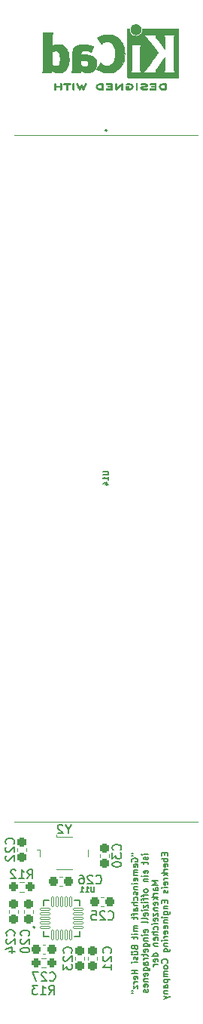
<source format=gbo>
G04 #@! TF.GenerationSoftware,KiCad,Pcbnew,7.0.7*
G04 #@! TF.CreationDate,2024-03-28T15:42:58+01:00*
G04 #@! TF.ProjectId,Frackstock,46726163-6b73-4746-9f63-6b2e6b696361,2*
G04 #@! TF.SameCoordinates,Original*
G04 #@! TF.FileFunction,Legend,Bot*
G04 #@! TF.FilePolarity,Positive*
%FSLAX46Y46*%
G04 Gerber Fmt 4.6, Leading zero omitted, Abs format (unit mm)*
G04 Created by KiCad (PCBNEW 7.0.7) date 2024-03-28 15:42:58*
%MOMM*%
%LPD*%
G01*
G04 APERTURE LIST*
G04 Aperture macros list*
%AMRoundRect*
0 Rectangle with rounded corners*
0 $1 Rounding radius*
0 $2 $3 $4 $5 $6 $7 $8 $9 X,Y pos of 4 corners*
0 Add a 4 corners polygon primitive as box body*
4,1,4,$2,$3,$4,$5,$6,$7,$8,$9,$2,$3,0*
0 Add four circle primitives for the rounded corners*
1,1,$1+$1,$2,$3*
1,1,$1+$1,$4,$5*
1,1,$1+$1,$6,$7*
1,1,$1+$1,$8,$9*
0 Add four rect primitives between the rounded corners*
20,1,$1+$1,$2,$3,$4,$5,0*
20,1,$1+$1,$4,$5,$6,$7,0*
20,1,$1+$1,$6,$7,$8,$9,0*
20,1,$1+$1,$8,$9,$2,$3,0*%
G04 Aperture macros list end*
%ADD10C,0.150000*%
%ADD11C,0.127000*%
%ADD12C,0.200000*%
%ADD13C,0.100000*%
%ADD14C,0.120000*%
%ADD15C,0.010000*%
%ADD16R,1.700000X1.700000*%
%ADD17O,1.100000X2.200000*%
%ADD18O,1.300000X2.600000*%
%ADD19O,1.800000X1.800000*%
%ADD20O,1.500000X1.500000*%
%ADD21O,1.700000X1.700000*%
%ADD22RoundRect,0.007800X-0.512200X-0.122200X0.512200X-0.122200X0.512200X0.122200X-0.512200X0.122200X0*%
%ADD23RoundRect,0.007800X-0.122200X0.512200X-0.122200X-0.512200X0.122200X-0.512200X0.122200X0.512200X0*%
%ADD24R,2.400000X2.400000*%
%ADD25C,3.550000*%
%ADD26C,2.390000*%
%ADD27C,1.980000*%
%ADD28RoundRect,0.237500X0.300000X0.237500X-0.300000X0.237500X-0.300000X-0.237500X0.300000X-0.237500X0*%
%ADD29RoundRect,0.237500X0.237500X-0.300000X0.237500X0.300000X-0.237500X0.300000X-0.237500X-0.300000X0*%
%ADD30RoundRect,0.237500X-0.237500X0.300000X-0.237500X-0.300000X0.237500X-0.300000X0.237500X0.300000X0*%
%ADD31RoundRect,0.237500X-0.300000X-0.237500X0.300000X-0.237500X0.300000X0.237500X-0.300000X0.237500X0*%
%ADD32RoundRect,0.237500X-0.250000X-0.237500X0.250000X-0.237500X0.250000X0.237500X-0.250000X0.237500X0*%
%ADD33RoundRect,0.237500X0.250000X0.237500X-0.250000X0.237500X-0.250000X-0.237500X0.250000X-0.237500X0*%
%ADD34R,1.800000X1.200000*%
G04 APERTURE END LIST*
D10*
X132755533Y-133830002D02*
X132888866Y-133830002D01*
X132755533Y-134096669D02*
X132888866Y-134096669D01*
X132788866Y-134763335D02*
X132755533Y-134696668D01*
X132755533Y-134696668D02*
X132755533Y-134596668D01*
X132755533Y-134596668D02*
X132788866Y-134496668D01*
X132788866Y-134496668D02*
X132855533Y-134430002D01*
X132855533Y-134430002D02*
X132922200Y-134396668D01*
X132922200Y-134396668D02*
X133055533Y-134363335D01*
X133055533Y-134363335D02*
X133155533Y-134363335D01*
X133155533Y-134363335D02*
X133288866Y-134396668D01*
X133288866Y-134396668D02*
X133355533Y-134430002D01*
X133355533Y-134430002D02*
X133422200Y-134496668D01*
X133422200Y-134496668D02*
X133455533Y-134596668D01*
X133455533Y-134596668D02*
X133455533Y-134663335D01*
X133455533Y-134663335D02*
X133422200Y-134763335D01*
X133422200Y-134763335D02*
X133388866Y-134796668D01*
X133388866Y-134796668D02*
X133155533Y-134796668D01*
X133155533Y-134796668D02*
X133155533Y-134663335D01*
X133422200Y-135363335D02*
X133455533Y-135296668D01*
X133455533Y-135296668D02*
X133455533Y-135163335D01*
X133455533Y-135163335D02*
X133422200Y-135096668D01*
X133422200Y-135096668D02*
X133355533Y-135063335D01*
X133355533Y-135063335D02*
X133088866Y-135063335D01*
X133088866Y-135063335D02*
X133022200Y-135096668D01*
X133022200Y-135096668D02*
X132988866Y-135163335D01*
X132988866Y-135163335D02*
X132988866Y-135296668D01*
X132988866Y-135296668D02*
X133022200Y-135363335D01*
X133022200Y-135363335D02*
X133088866Y-135396668D01*
X133088866Y-135396668D02*
X133155533Y-135396668D01*
X133155533Y-135396668D02*
X133222200Y-135063335D01*
X133455533Y-135696668D02*
X132988866Y-135696668D01*
X133055533Y-135696668D02*
X133022200Y-135730002D01*
X133022200Y-135730002D02*
X132988866Y-135796668D01*
X132988866Y-135796668D02*
X132988866Y-135896668D01*
X132988866Y-135896668D02*
X133022200Y-135963335D01*
X133022200Y-135963335D02*
X133088866Y-135996668D01*
X133088866Y-135996668D02*
X133455533Y-135996668D01*
X133088866Y-135996668D02*
X133022200Y-136030002D01*
X133022200Y-136030002D02*
X132988866Y-136096668D01*
X132988866Y-136096668D02*
X132988866Y-136196668D01*
X132988866Y-136196668D02*
X133022200Y-136263335D01*
X133022200Y-136263335D02*
X133088866Y-136296668D01*
X133088866Y-136296668D02*
X133455533Y-136296668D01*
X133422200Y-136896668D02*
X133455533Y-136830001D01*
X133455533Y-136830001D02*
X133455533Y-136696668D01*
X133455533Y-136696668D02*
X133422200Y-136630001D01*
X133422200Y-136630001D02*
X133355533Y-136596668D01*
X133355533Y-136596668D02*
X133088866Y-136596668D01*
X133088866Y-136596668D02*
X133022200Y-136630001D01*
X133022200Y-136630001D02*
X132988866Y-136696668D01*
X132988866Y-136696668D02*
X132988866Y-136830001D01*
X132988866Y-136830001D02*
X133022200Y-136896668D01*
X133022200Y-136896668D02*
X133088866Y-136930001D01*
X133088866Y-136930001D02*
X133155533Y-136930001D01*
X133155533Y-136930001D02*
X133222200Y-136596668D01*
X133455533Y-137230001D02*
X132988866Y-137230001D01*
X132755533Y-137230001D02*
X132788866Y-137196668D01*
X132788866Y-137196668D02*
X132822200Y-137230001D01*
X132822200Y-137230001D02*
X132788866Y-137263335D01*
X132788866Y-137263335D02*
X132755533Y-137230001D01*
X132755533Y-137230001D02*
X132822200Y-137230001D01*
X132988866Y-137563334D02*
X133455533Y-137563334D01*
X133055533Y-137563334D02*
X133022200Y-137596668D01*
X133022200Y-137596668D02*
X132988866Y-137663334D01*
X132988866Y-137663334D02*
X132988866Y-137763334D01*
X132988866Y-137763334D02*
X133022200Y-137830001D01*
X133022200Y-137830001D02*
X133088866Y-137863334D01*
X133088866Y-137863334D02*
X133455533Y-137863334D01*
X133422200Y-138163334D02*
X133455533Y-138230001D01*
X133455533Y-138230001D02*
X133455533Y-138363334D01*
X133455533Y-138363334D02*
X133422200Y-138430001D01*
X133422200Y-138430001D02*
X133355533Y-138463334D01*
X133355533Y-138463334D02*
X133322200Y-138463334D01*
X133322200Y-138463334D02*
X133255533Y-138430001D01*
X133255533Y-138430001D02*
X133222200Y-138363334D01*
X133222200Y-138363334D02*
X133222200Y-138263334D01*
X133222200Y-138263334D02*
X133188866Y-138196667D01*
X133188866Y-138196667D02*
X133122200Y-138163334D01*
X133122200Y-138163334D02*
X133088866Y-138163334D01*
X133088866Y-138163334D02*
X133022200Y-138196667D01*
X133022200Y-138196667D02*
X132988866Y-138263334D01*
X132988866Y-138263334D02*
X132988866Y-138363334D01*
X132988866Y-138363334D02*
X133022200Y-138430001D01*
X133422200Y-139063334D02*
X133455533Y-138996668D01*
X133455533Y-138996668D02*
X133455533Y-138863334D01*
X133455533Y-138863334D02*
X133422200Y-138796668D01*
X133422200Y-138796668D02*
X133388866Y-138763334D01*
X133388866Y-138763334D02*
X133322200Y-138730001D01*
X133322200Y-138730001D02*
X133122200Y-138730001D01*
X133122200Y-138730001D02*
X133055533Y-138763334D01*
X133055533Y-138763334D02*
X133022200Y-138796668D01*
X133022200Y-138796668D02*
X132988866Y-138863334D01*
X132988866Y-138863334D02*
X132988866Y-138996668D01*
X132988866Y-138996668D02*
X133022200Y-139063334D01*
X133455533Y-139363334D02*
X132755533Y-139363334D01*
X133455533Y-139663334D02*
X133088866Y-139663334D01*
X133088866Y-139663334D02*
X133022200Y-139630001D01*
X133022200Y-139630001D02*
X132988866Y-139563334D01*
X132988866Y-139563334D02*
X132988866Y-139463334D01*
X132988866Y-139463334D02*
X133022200Y-139396668D01*
X133022200Y-139396668D02*
X133055533Y-139363334D01*
X133455533Y-140296667D02*
X133088866Y-140296667D01*
X133088866Y-140296667D02*
X133022200Y-140263334D01*
X133022200Y-140263334D02*
X132988866Y-140196667D01*
X132988866Y-140196667D02*
X132988866Y-140063334D01*
X132988866Y-140063334D02*
X133022200Y-139996667D01*
X133422200Y-140296667D02*
X133455533Y-140230001D01*
X133455533Y-140230001D02*
X133455533Y-140063334D01*
X133455533Y-140063334D02*
X133422200Y-139996667D01*
X133422200Y-139996667D02*
X133355533Y-139963334D01*
X133355533Y-139963334D02*
X133288866Y-139963334D01*
X133288866Y-139963334D02*
X133222200Y-139996667D01*
X133222200Y-139996667D02*
X133188866Y-140063334D01*
X133188866Y-140063334D02*
X133188866Y-140230001D01*
X133188866Y-140230001D02*
X133155533Y-140296667D01*
X132988866Y-140530000D02*
X132988866Y-140796667D01*
X133455533Y-140630000D02*
X132855533Y-140630000D01*
X132855533Y-140630000D02*
X132788866Y-140663334D01*
X132788866Y-140663334D02*
X132755533Y-140730000D01*
X132755533Y-140730000D02*
X132755533Y-140796667D01*
X132988866Y-140930000D02*
X132988866Y-141196667D01*
X132755533Y-141030000D02*
X133355533Y-141030000D01*
X133355533Y-141030000D02*
X133422200Y-141063334D01*
X133422200Y-141063334D02*
X133455533Y-141130000D01*
X133455533Y-141130000D02*
X133455533Y-141196667D01*
X133455533Y-141963333D02*
X132988866Y-141963333D01*
X133055533Y-141963333D02*
X133022200Y-141996667D01*
X133022200Y-141996667D02*
X132988866Y-142063333D01*
X132988866Y-142063333D02*
X132988866Y-142163333D01*
X132988866Y-142163333D02*
X133022200Y-142230000D01*
X133022200Y-142230000D02*
X133088866Y-142263333D01*
X133088866Y-142263333D02*
X133455533Y-142263333D01*
X133088866Y-142263333D02*
X133022200Y-142296667D01*
X133022200Y-142296667D02*
X132988866Y-142363333D01*
X132988866Y-142363333D02*
X132988866Y-142463333D01*
X132988866Y-142463333D02*
X133022200Y-142530000D01*
X133022200Y-142530000D02*
X133088866Y-142563333D01*
X133088866Y-142563333D02*
X133455533Y-142563333D01*
X133455533Y-142896666D02*
X132988866Y-142896666D01*
X132755533Y-142896666D02*
X132788866Y-142863333D01*
X132788866Y-142863333D02*
X132822200Y-142896666D01*
X132822200Y-142896666D02*
X132788866Y-142930000D01*
X132788866Y-142930000D02*
X132755533Y-142896666D01*
X132755533Y-142896666D02*
X132822200Y-142896666D01*
X132988866Y-143129999D02*
X132988866Y-143396666D01*
X132755533Y-143229999D02*
X133355533Y-143229999D01*
X133355533Y-143229999D02*
X133422200Y-143263333D01*
X133422200Y-143263333D02*
X133455533Y-143329999D01*
X133455533Y-143329999D02*
X133455533Y-143396666D01*
X133088866Y-144396666D02*
X133122200Y-144496666D01*
X133122200Y-144496666D02*
X133155533Y-144529999D01*
X133155533Y-144529999D02*
X133222200Y-144563332D01*
X133222200Y-144563332D02*
X133322200Y-144563332D01*
X133322200Y-144563332D02*
X133388866Y-144529999D01*
X133388866Y-144529999D02*
X133422200Y-144496666D01*
X133422200Y-144496666D02*
X133455533Y-144429999D01*
X133455533Y-144429999D02*
X133455533Y-144163332D01*
X133455533Y-144163332D02*
X132755533Y-144163332D01*
X132755533Y-144163332D02*
X132755533Y-144396666D01*
X132755533Y-144396666D02*
X132788866Y-144463332D01*
X132788866Y-144463332D02*
X132822200Y-144496666D01*
X132822200Y-144496666D02*
X132888866Y-144529999D01*
X132888866Y-144529999D02*
X132955533Y-144529999D01*
X132955533Y-144529999D02*
X133022200Y-144496666D01*
X133022200Y-144496666D02*
X133055533Y-144463332D01*
X133055533Y-144463332D02*
X133088866Y-144396666D01*
X133088866Y-144396666D02*
X133088866Y-144163332D01*
X132988866Y-145163332D02*
X133455533Y-145163332D01*
X132988866Y-144863332D02*
X133355533Y-144863332D01*
X133355533Y-144863332D02*
X133422200Y-144896666D01*
X133422200Y-144896666D02*
X133455533Y-144963332D01*
X133455533Y-144963332D02*
X133455533Y-145063332D01*
X133455533Y-145063332D02*
X133422200Y-145129999D01*
X133422200Y-145129999D02*
X133388866Y-145163332D01*
X132755533Y-144896666D02*
X132788866Y-144929999D01*
X132788866Y-144929999D02*
X132822200Y-144896666D01*
X132822200Y-144896666D02*
X132788866Y-144863332D01*
X132788866Y-144863332D02*
X132755533Y-144896666D01*
X132755533Y-144896666D02*
X132822200Y-144896666D01*
X132755533Y-145163332D02*
X132788866Y-145196666D01*
X132788866Y-145196666D02*
X132822200Y-145163332D01*
X132822200Y-145163332D02*
X132788866Y-145129999D01*
X132788866Y-145129999D02*
X132755533Y-145163332D01*
X132755533Y-145163332D02*
X132822200Y-145163332D01*
X133422200Y-145463332D02*
X133455533Y-145529999D01*
X133455533Y-145529999D02*
X133455533Y-145663332D01*
X133455533Y-145663332D02*
X133422200Y-145729999D01*
X133422200Y-145729999D02*
X133355533Y-145763332D01*
X133355533Y-145763332D02*
X133322200Y-145763332D01*
X133322200Y-145763332D02*
X133255533Y-145729999D01*
X133255533Y-145729999D02*
X133222200Y-145663332D01*
X133222200Y-145663332D02*
X133222200Y-145563332D01*
X133222200Y-145563332D02*
X133188866Y-145496665D01*
X133188866Y-145496665D02*
X133122200Y-145463332D01*
X133122200Y-145463332D02*
X133088866Y-145463332D01*
X133088866Y-145463332D02*
X133022200Y-145496665D01*
X133022200Y-145496665D02*
X132988866Y-145563332D01*
X132988866Y-145563332D02*
X132988866Y-145663332D01*
X132988866Y-145663332D02*
X133022200Y-145729999D01*
X133455533Y-146063332D02*
X132988866Y-146063332D01*
X132755533Y-146063332D02*
X132788866Y-146029999D01*
X132788866Y-146029999D02*
X132822200Y-146063332D01*
X132822200Y-146063332D02*
X132788866Y-146096666D01*
X132788866Y-146096666D02*
X132755533Y-146063332D01*
X132755533Y-146063332D02*
X132822200Y-146063332D01*
X133455533Y-146929998D02*
X132755533Y-146929998D01*
X133088866Y-146929998D02*
X133088866Y-147329998D01*
X133455533Y-147329998D02*
X132755533Y-147329998D01*
X133422200Y-147929998D02*
X133455533Y-147863331D01*
X133455533Y-147863331D02*
X133455533Y-147729998D01*
X133455533Y-147729998D02*
X133422200Y-147663331D01*
X133422200Y-147663331D02*
X133355533Y-147629998D01*
X133355533Y-147629998D02*
X133088866Y-147629998D01*
X133088866Y-147629998D02*
X133022200Y-147663331D01*
X133022200Y-147663331D02*
X132988866Y-147729998D01*
X132988866Y-147729998D02*
X132988866Y-147863331D01*
X132988866Y-147863331D02*
X133022200Y-147929998D01*
X133022200Y-147929998D02*
X133088866Y-147963331D01*
X133088866Y-147963331D02*
X133155533Y-147963331D01*
X133155533Y-147963331D02*
X133222200Y-147629998D01*
X133455533Y-148263331D02*
X132988866Y-148263331D01*
X133122200Y-148263331D02*
X133055533Y-148296665D01*
X133055533Y-148296665D02*
X133022200Y-148329998D01*
X133022200Y-148329998D02*
X132988866Y-148396665D01*
X132988866Y-148396665D02*
X132988866Y-148463331D01*
X132988866Y-148629998D02*
X132988866Y-148996664D01*
X132988866Y-148996664D02*
X133455533Y-148629998D01*
X133455533Y-148629998D02*
X133455533Y-148996664D01*
X132755533Y-149229998D02*
X132888866Y-149229998D01*
X132755533Y-149496665D02*
X132888866Y-149496665D01*
X134582533Y-133946668D02*
X134115866Y-133946668D01*
X133882533Y-133946668D02*
X133915866Y-133913335D01*
X133915866Y-133913335D02*
X133949200Y-133946668D01*
X133949200Y-133946668D02*
X133915866Y-133980002D01*
X133915866Y-133980002D02*
X133882533Y-133946668D01*
X133882533Y-133946668D02*
X133949200Y-133946668D01*
X134549200Y-134246668D02*
X134582533Y-134313335D01*
X134582533Y-134313335D02*
X134582533Y-134446668D01*
X134582533Y-134446668D02*
X134549200Y-134513335D01*
X134549200Y-134513335D02*
X134482533Y-134546668D01*
X134482533Y-134546668D02*
X134449200Y-134546668D01*
X134449200Y-134546668D02*
X134382533Y-134513335D01*
X134382533Y-134513335D02*
X134349200Y-134446668D01*
X134349200Y-134446668D02*
X134349200Y-134346668D01*
X134349200Y-134346668D02*
X134315866Y-134280001D01*
X134315866Y-134280001D02*
X134249200Y-134246668D01*
X134249200Y-134246668D02*
X134215866Y-134246668D01*
X134215866Y-134246668D02*
X134149200Y-134280001D01*
X134149200Y-134280001D02*
X134115866Y-134346668D01*
X134115866Y-134346668D02*
X134115866Y-134446668D01*
X134115866Y-134446668D02*
X134149200Y-134513335D01*
X134115866Y-134746668D02*
X134115866Y-135013335D01*
X133882533Y-134846668D02*
X134482533Y-134846668D01*
X134482533Y-134846668D02*
X134549200Y-134880002D01*
X134549200Y-134880002D02*
X134582533Y-134946668D01*
X134582533Y-134946668D02*
X134582533Y-135013335D01*
X134549200Y-136046668D02*
X134582533Y-135980001D01*
X134582533Y-135980001D02*
X134582533Y-135846668D01*
X134582533Y-135846668D02*
X134549200Y-135780001D01*
X134549200Y-135780001D02*
X134482533Y-135746668D01*
X134482533Y-135746668D02*
X134215866Y-135746668D01*
X134215866Y-135746668D02*
X134149200Y-135780001D01*
X134149200Y-135780001D02*
X134115866Y-135846668D01*
X134115866Y-135846668D02*
X134115866Y-135980001D01*
X134115866Y-135980001D02*
X134149200Y-136046668D01*
X134149200Y-136046668D02*
X134215866Y-136080001D01*
X134215866Y-136080001D02*
X134282533Y-136080001D01*
X134282533Y-136080001D02*
X134349200Y-135746668D01*
X134582533Y-136380001D02*
X134115866Y-136380001D01*
X133882533Y-136380001D02*
X133915866Y-136346668D01*
X133915866Y-136346668D02*
X133949200Y-136380001D01*
X133949200Y-136380001D02*
X133915866Y-136413335D01*
X133915866Y-136413335D02*
X133882533Y-136380001D01*
X133882533Y-136380001D02*
X133949200Y-136380001D01*
X134115866Y-136713334D02*
X134582533Y-136713334D01*
X134182533Y-136713334D02*
X134149200Y-136746668D01*
X134149200Y-136746668D02*
X134115866Y-136813334D01*
X134115866Y-136813334D02*
X134115866Y-136913334D01*
X134115866Y-136913334D02*
X134149200Y-136980001D01*
X134149200Y-136980001D02*
X134215866Y-137013334D01*
X134215866Y-137013334D02*
X134582533Y-137013334D01*
X134582533Y-137980000D02*
X134549200Y-137913334D01*
X134549200Y-137913334D02*
X134515866Y-137880000D01*
X134515866Y-137880000D02*
X134449200Y-137846667D01*
X134449200Y-137846667D02*
X134249200Y-137846667D01*
X134249200Y-137846667D02*
X134182533Y-137880000D01*
X134182533Y-137880000D02*
X134149200Y-137913334D01*
X134149200Y-137913334D02*
X134115866Y-137980000D01*
X134115866Y-137980000D02*
X134115866Y-138080000D01*
X134115866Y-138080000D02*
X134149200Y-138146667D01*
X134149200Y-138146667D02*
X134182533Y-138180000D01*
X134182533Y-138180000D02*
X134249200Y-138213334D01*
X134249200Y-138213334D02*
X134449200Y-138213334D01*
X134449200Y-138213334D02*
X134515866Y-138180000D01*
X134515866Y-138180000D02*
X134549200Y-138146667D01*
X134549200Y-138146667D02*
X134582533Y-138080000D01*
X134582533Y-138080000D02*
X134582533Y-137980000D01*
X134115866Y-138413333D02*
X134115866Y-138680000D01*
X134582533Y-138513333D02*
X133982533Y-138513333D01*
X133982533Y-138513333D02*
X133915866Y-138546667D01*
X133915866Y-138546667D02*
X133882533Y-138613333D01*
X133882533Y-138613333D02*
X133882533Y-138680000D01*
X134115866Y-138813333D02*
X134115866Y-139080000D01*
X134582533Y-138913333D02*
X133982533Y-138913333D01*
X133982533Y-138913333D02*
X133915866Y-138946667D01*
X133915866Y-138946667D02*
X133882533Y-139013333D01*
X133882533Y-139013333D02*
X133882533Y-139080000D01*
X134582533Y-139313333D02*
X134115866Y-139313333D01*
X133882533Y-139313333D02*
X133915866Y-139280000D01*
X133915866Y-139280000D02*
X133949200Y-139313333D01*
X133949200Y-139313333D02*
X133915866Y-139346667D01*
X133915866Y-139346667D02*
X133882533Y-139313333D01*
X133882533Y-139313333D02*
X133949200Y-139313333D01*
X134115866Y-139580000D02*
X134115866Y-139946666D01*
X134115866Y-139946666D02*
X134582533Y-139580000D01*
X134582533Y-139580000D02*
X134582533Y-139946666D01*
X134582533Y-140213333D02*
X134115866Y-140213333D01*
X133882533Y-140213333D02*
X133915866Y-140180000D01*
X133915866Y-140180000D02*
X133949200Y-140213333D01*
X133949200Y-140213333D02*
X133915866Y-140246667D01*
X133915866Y-140246667D02*
X133882533Y-140213333D01*
X133882533Y-140213333D02*
X133949200Y-140213333D01*
X134549200Y-140813333D02*
X134582533Y-140746666D01*
X134582533Y-140746666D02*
X134582533Y-140613333D01*
X134582533Y-140613333D02*
X134549200Y-140546666D01*
X134549200Y-140546666D02*
X134482533Y-140513333D01*
X134482533Y-140513333D02*
X134215866Y-140513333D01*
X134215866Y-140513333D02*
X134149200Y-140546666D01*
X134149200Y-140546666D02*
X134115866Y-140613333D01*
X134115866Y-140613333D02*
X134115866Y-140746666D01*
X134115866Y-140746666D02*
X134149200Y-140813333D01*
X134149200Y-140813333D02*
X134215866Y-140846666D01*
X134215866Y-140846666D02*
X134282533Y-140846666D01*
X134282533Y-140846666D02*
X134349200Y-140513333D01*
X134582533Y-141246666D02*
X134549200Y-141180000D01*
X134549200Y-141180000D02*
X134482533Y-141146666D01*
X134482533Y-141146666D02*
X133882533Y-141146666D01*
X134582533Y-141613333D02*
X134549200Y-141546667D01*
X134549200Y-141546667D02*
X134482533Y-141513333D01*
X134482533Y-141513333D02*
X133882533Y-141513333D01*
X134549200Y-142680000D02*
X134582533Y-142613333D01*
X134582533Y-142613333D02*
X134582533Y-142480000D01*
X134582533Y-142480000D02*
X134549200Y-142413333D01*
X134549200Y-142413333D02*
X134482533Y-142380000D01*
X134482533Y-142380000D02*
X134215866Y-142380000D01*
X134215866Y-142380000D02*
X134149200Y-142413333D01*
X134149200Y-142413333D02*
X134115866Y-142480000D01*
X134115866Y-142480000D02*
X134115866Y-142613333D01*
X134115866Y-142613333D02*
X134149200Y-142680000D01*
X134149200Y-142680000D02*
X134215866Y-142713333D01*
X134215866Y-142713333D02*
X134282533Y-142713333D01*
X134282533Y-142713333D02*
X134349200Y-142380000D01*
X134582533Y-143013333D02*
X134115866Y-143013333D01*
X133882533Y-143013333D02*
X133915866Y-142980000D01*
X133915866Y-142980000D02*
X133949200Y-143013333D01*
X133949200Y-143013333D02*
X133915866Y-143046667D01*
X133915866Y-143046667D02*
X133882533Y-143013333D01*
X133882533Y-143013333D02*
X133949200Y-143013333D01*
X134115866Y-143346666D02*
X134582533Y-143346666D01*
X134182533Y-143346666D02*
X134149200Y-143380000D01*
X134149200Y-143380000D02*
X134115866Y-143446666D01*
X134115866Y-143446666D02*
X134115866Y-143546666D01*
X134115866Y-143546666D02*
X134149200Y-143613333D01*
X134149200Y-143613333D02*
X134215866Y-143646666D01*
X134215866Y-143646666D02*
X134582533Y-143646666D01*
X134115866Y-144279999D02*
X134682533Y-144279999D01*
X134682533Y-144279999D02*
X134749200Y-144246666D01*
X134749200Y-144246666D02*
X134782533Y-144213333D01*
X134782533Y-144213333D02*
X134815866Y-144146666D01*
X134815866Y-144146666D02*
X134815866Y-144046666D01*
X134815866Y-144046666D02*
X134782533Y-143979999D01*
X134549200Y-144279999D02*
X134582533Y-144213333D01*
X134582533Y-144213333D02*
X134582533Y-144079999D01*
X134582533Y-144079999D02*
X134549200Y-144013333D01*
X134549200Y-144013333D02*
X134515866Y-143979999D01*
X134515866Y-143979999D02*
X134449200Y-143946666D01*
X134449200Y-143946666D02*
X134249200Y-143946666D01*
X134249200Y-143946666D02*
X134182533Y-143979999D01*
X134182533Y-143979999D02*
X134149200Y-144013333D01*
X134149200Y-144013333D02*
X134115866Y-144079999D01*
X134115866Y-144079999D02*
X134115866Y-144213333D01*
X134115866Y-144213333D02*
X134149200Y-144279999D01*
X134549200Y-144879999D02*
X134582533Y-144813332D01*
X134582533Y-144813332D02*
X134582533Y-144679999D01*
X134582533Y-144679999D02*
X134549200Y-144613332D01*
X134549200Y-144613332D02*
X134482533Y-144579999D01*
X134482533Y-144579999D02*
X134215866Y-144579999D01*
X134215866Y-144579999D02*
X134149200Y-144613332D01*
X134149200Y-144613332D02*
X134115866Y-144679999D01*
X134115866Y-144679999D02*
X134115866Y-144813332D01*
X134115866Y-144813332D02*
X134149200Y-144879999D01*
X134149200Y-144879999D02*
X134215866Y-144913332D01*
X134215866Y-144913332D02*
X134282533Y-144913332D01*
X134282533Y-144913332D02*
X134349200Y-144579999D01*
X134115866Y-145113332D02*
X134115866Y-145379999D01*
X133882533Y-145213332D02*
X134482533Y-145213332D01*
X134482533Y-145213332D02*
X134549200Y-145246666D01*
X134549200Y-145246666D02*
X134582533Y-145313332D01*
X134582533Y-145313332D02*
X134582533Y-145379999D01*
X134582533Y-145613332D02*
X134115866Y-145613332D01*
X134249200Y-145613332D02*
X134182533Y-145646666D01*
X134182533Y-145646666D02*
X134149200Y-145679999D01*
X134149200Y-145679999D02*
X134115866Y-145746666D01*
X134115866Y-145746666D02*
X134115866Y-145813332D01*
X134582533Y-146346665D02*
X134215866Y-146346665D01*
X134215866Y-146346665D02*
X134149200Y-146313332D01*
X134149200Y-146313332D02*
X134115866Y-146246665D01*
X134115866Y-146246665D02*
X134115866Y-146113332D01*
X134115866Y-146113332D02*
X134149200Y-146046665D01*
X134549200Y-146346665D02*
X134582533Y-146279999D01*
X134582533Y-146279999D02*
X134582533Y-146113332D01*
X134582533Y-146113332D02*
X134549200Y-146046665D01*
X134549200Y-146046665D02*
X134482533Y-146013332D01*
X134482533Y-146013332D02*
X134415866Y-146013332D01*
X134415866Y-146013332D02*
X134349200Y-146046665D01*
X134349200Y-146046665D02*
X134315866Y-146113332D01*
X134315866Y-146113332D02*
X134315866Y-146279999D01*
X134315866Y-146279999D02*
X134282533Y-146346665D01*
X134115866Y-146979998D02*
X134682533Y-146979998D01*
X134682533Y-146979998D02*
X134749200Y-146946665D01*
X134749200Y-146946665D02*
X134782533Y-146913332D01*
X134782533Y-146913332D02*
X134815866Y-146846665D01*
X134815866Y-146846665D02*
X134815866Y-146746665D01*
X134815866Y-146746665D02*
X134782533Y-146679998D01*
X134549200Y-146979998D02*
X134582533Y-146913332D01*
X134582533Y-146913332D02*
X134582533Y-146779998D01*
X134582533Y-146779998D02*
X134549200Y-146713332D01*
X134549200Y-146713332D02*
X134515866Y-146679998D01*
X134515866Y-146679998D02*
X134449200Y-146646665D01*
X134449200Y-146646665D02*
X134249200Y-146646665D01*
X134249200Y-146646665D02*
X134182533Y-146679998D01*
X134182533Y-146679998D02*
X134149200Y-146713332D01*
X134149200Y-146713332D02*
X134115866Y-146779998D01*
X134115866Y-146779998D02*
X134115866Y-146913332D01*
X134115866Y-146913332D02*
X134149200Y-146979998D01*
X134549200Y-147579998D02*
X134582533Y-147513331D01*
X134582533Y-147513331D02*
X134582533Y-147379998D01*
X134582533Y-147379998D02*
X134549200Y-147313331D01*
X134549200Y-147313331D02*
X134482533Y-147279998D01*
X134482533Y-147279998D02*
X134215866Y-147279998D01*
X134215866Y-147279998D02*
X134149200Y-147313331D01*
X134149200Y-147313331D02*
X134115866Y-147379998D01*
X134115866Y-147379998D02*
X134115866Y-147513331D01*
X134115866Y-147513331D02*
X134149200Y-147579998D01*
X134149200Y-147579998D02*
X134215866Y-147613331D01*
X134215866Y-147613331D02*
X134282533Y-147613331D01*
X134282533Y-147613331D02*
X134349200Y-147279998D01*
X134115866Y-147913331D02*
X134582533Y-147913331D01*
X134182533Y-147913331D02*
X134149200Y-147946665D01*
X134149200Y-147946665D02*
X134115866Y-148013331D01*
X134115866Y-148013331D02*
X134115866Y-148113331D01*
X134115866Y-148113331D02*
X134149200Y-148179998D01*
X134149200Y-148179998D02*
X134215866Y-148213331D01*
X134215866Y-148213331D02*
X134582533Y-148213331D01*
X134549200Y-148813331D02*
X134582533Y-148746664D01*
X134582533Y-148746664D02*
X134582533Y-148613331D01*
X134582533Y-148613331D02*
X134549200Y-148546664D01*
X134549200Y-148546664D02*
X134482533Y-148513331D01*
X134482533Y-148513331D02*
X134215866Y-148513331D01*
X134215866Y-148513331D02*
X134149200Y-148546664D01*
X134149200Y-148546664D02*
X134115866Y-148613331D01*
X134115866Y-148613331D02*
X134115866Y-148746664D01*
X134115866Y-148746664D02*
X134149200Y-148813331D01*
X134149200Y-148813331D02*
X134215866Y-148846664D01*
X134215866Y-148846664D02*
X134282533Y-148846664D01*
X134282533Y-148846664D02*
X134349200Y-148513331D01*
X134549200Y-149113331D02*
X134582533Y-149179998D01*
X134582533Y-149179998D02*
X134582533Y-149313331D01*
X134582533Y-149313331D02*
X134549200Y-149379998D01*
X134549200Y-149379998D02*
X134482533Y-149413331D01*
X134482533Y-149413331D02*
X134449200Y-149413331D01*
X134449200Y-149413331D02*
X134382533Y-149379998D01*
X134382533Y-149379998D02*
X134349200Y-149313331D01*
X134349200Y-149313331D02*
X134349200Y-149213331D01*
X134349200Y-149213331D02*
X134315866Y-149146664D01*
X134315866Y-149146664D02*
X134249200Y-149113331D01*
X134249200Y-149113331D02*
X134215866Y-149113331D01*
X134215866Y-149113331D02*
X134149200Y-149146664D01*
X134149200Y-149146664D02*
X134115866Y-149213331D01*
X134115866Y-149213331D02*
X134115866Y-149313331D01*
X134115866Y-149313331D02*
X134149200Y-149379998D01*
X135709533Y-136913334D02*
X135009533Y-136913334D01*
X135009533Y-136913334D02*
X135509533Y-137146668D01*
X135509533Y-137146668D02*
X135009533Y-137380001D01*
X135009533Y-137380001D02*
X135709533Y-137380001D01*
X135709533Y-138013334D02*
X135342866Y-138013334D01*
X135342866Y-138013334D02*
X135276200Y-137980001D01*
X135276200Y-137980001D02*
X135242866Y-137913334D01*
X135242866Y-137913334D02*
X135242866Y-137780001D01*
X135242866Y-137780001D02*
X135276200Y-137713334D01*
X135676200Y-138013334D02*
X135709533Y-137946668D01*
X135709533Y-137946668D02*
X135709533Y-137780001D01*
X135709533Y-137780001D02*
X135676200Y-137713334D01*
X135676200Y-137713334D02*
X135609533Y-137680001D01*
X135609533Y-137680001D02*
X135542866Y-137680001D01*
X135542866Y-137680001D02*
X135476200Y-137713334D01*
X135476200Y-137713334D02*
X135442866Y-137780001D01*
X135442866Y-137780001D02*
X135442866Y-137946668D01*
X135442866Y-137946668D02*
X135409533Y-138013334D01*
X135709533Y-138346667D02*
X135242866Y-138346667D01*
X135376200Y-138346667D02*
X135309533Y-138380001D01*
X135309533Y-138380001D02*
X135276200Y-138413334D01*
X135276200Y-138413334D02*
X135242866Y-138480001D01*
X135242866Y-138480001D02*
X135242866Y-138546667D01*
X135709533Y-138780000D02*
X135009533Y-138780000D01*
X135442866Y-138846667D02*
X135709533Y-139046667D01*
X135242866Y-139046667D02*
X135509533Y-138780000D01*
X135676200Y-139613334D02*
X135709533Y-139546667D01*
X135709533Y-139546667D02*
X135709533Y-139413334D01*
X135709533Y-139413334D02*
X135676200Y-139346667D01*
X135676200Y-139346667D02*
X135609533Y-139313334D01*
X135609533Y-139313334D02*
X135342866Y-139313334D01*
X135342866Y-139313334D02*
X135276200Y-139346667D01*
X135276200Y-139346667D02*
X135242866Y-139413334D01*
X135242866Y-139413334D02*
X135242866Y-139546667D01*
X135242866Y-139546667D02*
X135276200Y-139613334D01*
X135276200Y-139613334D02*
X135342866Y-139646667D01*
X135342866Y-139646667D02*
X135409533Y-139646667D01*
X135409533Y-139646667D02*
X135476200Y-139313334D01*
X135242866Y-139946667D02*
X135709533Y-139946667D01*
X135309533Y-139946667D02*
X135276200Y-139980001D01*
X135276200Y-139980001D02*
X135242866Y-140046667D01*
X135242866Y-140046667D02*
X135242866Y-140146667D01*
X135242866Y-140146667D02*
X135276200Y-140213334D01*
X135276200Y-140213334D02*
X135342866Y-140246667D01*
X135342866Y-140246667D02*
X135709533Y-140246667D01*
X135242866Y-140513334D02*
X135242866Y-140880000D01*
X135242866Y-140880000D02*
X135709533Y-140513334D01*
X135709533Y-140513334D02*
X135709533Y-140880000D01*
X135676200Y-141413334D02*
X135709533Y-141346667D01*
X135709533Y-141346667D02*
X135709533Y-141213334D01*
X135709533Y-141213334D02*
X135676200Y-141146667D01*
X135676200Y-141146667D02*
X135609533Y-141113334D01*
X135609533Y-141113334D02*
X135342866Y-141113334D01*
X135342866Y-141113334D02*
X135276200Y-141146667D01*
X135276200Y-141146667D02*
X135242866Y-141213334D01*
X135242866Y-141213334D02*
X135242866Y-141346667D01*
X135242866Y-141346667D02*
X135276200Y-141413334D01*
X135276200Y-141413334D02*
X135342866Y-141446667D01*
X135342866Y-141446667D02*
X135409533Y-141446667D01*
X135409533Y-141446667D02*
X135476200Y-141113334D01*
X135709533Y-141746667D02*
X135242866Y-141746667D01*
X135009533Y-141746667D02*
X135042866Y-141713334D01*
X135042866Y-141713334D02*
X135076200Y-141746667D01*
X135076200Y-141746667D02*
X135042866Y-141780001D01*
X135042866Y-141780001D02*
X135009533Y-141746667D01*
X135009533Y-141746667D02*
X135076200Y-141746667D01*
X135676200Y-142380000D02*
X135709533Y-142313334D01*
X135709533Y-142313334D02*
X135709533Y-142180000D01*
X135709533Y-142180000D02*
X135676200Y-142113334D01*
X135676200Y-142113334D02*
X135642866Y-142080000D01*
X135642866Y-142080000D02*
X135576200Y-142046667D01*
X135576200Y-142046667D02*
X135376200Y-142046667D01*
X135376200Y-142046667D02*
X135309533Y-142080000D01*
X135309533Y-142080000D02*
X135276200Y-142113334D01*
X135276200Y-142113334D02*
X135242866Y-142180000D01*
X135242866Y-142180000D02*
X135242866Y-142313334D01*
X135242866Y-142313334D02*
X135276200Y-142380000D01*
X135709533Y-142680000D02*
X135009533Y-142680000D01*
X135709533Y-142980000D02*
X135342866Y-142980000D01*
X135342866Y-142980000D02*
X135276200Y-142946667D01*
X135276200Y-142946667D02*
X135242866Y-142880000D01*
X135242866Y-142880000D02*
X135242866Y-142780000D01*
X135242866Y-142780000D02*
X135276200Y-142713334D01*
X135276200Y-142713334D02*
X135309533Y-142680000D01*
X135676200Y-143580000D02*
X135709533Y-143513333D01*
X135709533Y-143513333D02*
X135709533Y-143380000D01*
X135709533Y-143380000D02*
X135676200Y-143313333D01*
X135676200Y-143313333D02*
X135609533Y-143280000D01*
X135609533Y-143280000D02*
X135342866Y-143280000D01*
X135342866Y-143280000D02*
X135276200Y-143313333D01*
X135276200Y-143313333D02*
X135242866Y-143380000D01*
X135242866Y-143380000D02*
X135242866Y-143513333D01*
X135242866Y-143513333D02*
X135276200Y-143580000D01*
X135276200Y-143580000D02*
X135342866Y-143613333D01*
X135342866Y-143613333D02*
X135409533Y-143613333D01*
X135409533Y-143613333D02*
X135476200Y-143280000D01*
X135242866Y-143913333D02*
X135709533Y-143913333D01*
X135309533Y-143913333D02*
X135276200Y-143946667D01*
X135276200Y-143946667D02*
X135242866Y-144013333D01*
X135242866Y-144013333D02*
X135242866Y-144113333D01*
X135242866Y-144113333D02*
X135276200Y-144180000D01*
X135276200Y-144180000D02*
X135342866Y-144213333D01*
X135342866Y-144213333D02*
X135709533Y-144213333D01*
X135709533Y-145379999D02*
X135009533Y-145379999D01*
X135676200Y-145379999D02*
X135709533Y-145313333D01*
X135709533Y-145313333D02*
X135709533Y-145179999D01*
X135709533Y-145179999D02*
X135676200Y-145113333D01*
X135676200Y-145113333D02*
X135642866Y-145079999D01*
X135642866Y-145079999D02*
X135576200Y-145046666D01*
X135576200Y-145046666D02*
X135376200Y-145046666D01*
X135376200Y-145046666D02*
X135309533Y-145079999D01*
X135309533Y-145079999D02*
X135276200Y-145113333D01*
X135276200Y-145113333D02*
X135242866Y-145179999D01*
X135242866Y-145179999D02*
X135242866Y-145313333D01*
X135242866Y-145313333D02*
X135276200Y-145379999D01*
X135676200Y-145979999D02*
X135709533Y-145913332D01*
X135709533Y-145913332D02*
X135709533Y-145779999D01*
X135709533Y-145779999D02*
X135676200Y-145713332D01*
X135676200Y-145713332D02*
X135609533Y-145679999D01*
X135609533Y-145679999D02*
X135342866Y-145679999D01*
X135342866Y-145679999D02*
X135276200Y-145713332D01*
X135276200Y-145713332D02*
X135242866Y-145779999D01*
X135242866Y-145779999D02*
X135242866Y-145913332D01*
X135242866Y-145913332D02*
X135276200Y-145979999D01*
X135276200Y-145979999D02*
X135342866Y-146013332D01*
X135342866Y-146013332D02*
X135409533Y-146013332D01*
X135409533Y-146013332D02*
X135476200Y-145679999D01*
X135709533Y-146313332D02*
X135242866Y-146313332D01*
X135376200Y-146313332D02*
X135309533Y-146346666D01*
X135309533Y-146346666D02*
X135276200Y-146379999D01*
X135276200Y-146379999D02*
X135242866Y-146446666D01*
X135242866Y-146446666D02*
X135242866Y-146513332D01*
X136469866Y-133763336D02*
X136469866Y-133996670D01*
X136836533Y-134096670D02*
X136836533Y-133763336D01*
X136836533Y-133763336D02*
X136136533Y-133763336D01*
X136136533Y-133763336D02*
X136136533Y-134096670D01*
X136836533Y-134396669D02*
X136136533Y-134396669D01*
X136403200Y-134396669D02*
X136369866Y-134463336D01*
X136369866Y-134463336D02*
X136369866Y-134596669D01*
X136369866Y-134596669D02*
X136403200Y-134663336D01*
X136403200Y-134663336D02*
X136436533Y-134696669D01*
X136436533Y-134696669D02*
X136503200Y-134730003D01*
X136503200Y-134730003D02*
X136703200Y-134730003D01*
X136703200Y-134730003D02*
X136769866Y-134696669D01*
X136769866Y-134696669D02*
X136803200Y-134663336D01*
X136803200Y-134663336D02*
X136836533Y-134596669D01*
X136836533Y-134596669D02*
X136836533Y-134463336D01*
X136836533Y-134463336D02*
X136803200Y-134396669D01*
X136803200Y-135296669D02*
X136836533Y-135230002D01*
X136836533Y-135230002D02*
X136836533Y-135096669D01*
X136836533Y-135096669D02*
X136803200Y-135030002D01*
X136803200Y-135030002D02*
X136736533Y-134996669D01*
X136736533Y-134996669D02*
X136469866Y-134996669D01*
X136469866Y-134996669D02*
X136403200Y-135030002D01*
X136403200Y-135030002D02*
X136369866Y-135096669D01*
X136369866Y-135096669D02*
X136369866Y-135230002D01*
X136369866Y-135230002D02*
X136403200Y-135296669D01*
X136403200Y-135296669D02*
X136469866Y-135330002D01*
X136469866Y-135330002D02*
X136536533Y-135330002D01*
X136536533Y-135330002D02*
X136603200Y-134996669D01*
X136836533Y-135630002D02*
X136369866Y-135630002D01*
X136503200Y-135630002D02*
X136436533Y-135663336D01*
X136436533Y-135663336D02*
X136403200Y-135696669D01*
X136403200Y-135696669D02*
X136369866Y-135763336D01*
X136369866Y-135763336D02*
X136369866Y-135830002D01*
X136836533Y-136063335D02*
X136136533Y-136063335D01*
X136569866Y-136130002D02*
X136836533Y-136330002D01*
X136369866Y-136330002D02*
X136636533Y-136063335D01*
X136836533Y-136630002D02*
X136369866Y-136630002D01*
X136503200Y-136630002D02*
X136436533Y-136663336D01*
X136436533Y-136663336D02*
X136403200Y-136696669D01*
X136403200Y-136696669D02*
X136369866Y-136763336D01*
X136369866Y-136763336D02*
X136369866Y-136830002D01*
X136803200Y-137330002D02*
X136836533Y-137263335D01*
X136836533Y-137263335D02*
X136836533Y-137130002D01*
X136836533Y-137130002D02*
X136803200Y-137063335D01*
X136803200Y-137063335D02*
X136736533Y-137030002D01*
X136736533Y-137030002D02*
X136469866Y-137030002D01*
X136469866Y-137030002D02*
X136403200Y-137063335D01*
X136403200Y-137063335D02*
X136369866Y-137130002D01*
X136369866Y-137130002D02*
X136369866Y-137263335D01*
X136369866Y-137263335D02*
X136403200Y-137330002D01*
X136403200Y-137330002D02*
X136469866Y-137363335D01*
X136469866Y-137363335D02*
X136536533Y-137363335D01*
X136536533Y-137363335D02*
X136603200Y-137030002D01*
X136836533Y-137663335D02*
X136369866Y-137663335D01*
X136136533Y-137663335D02*
X136169866Y-137630002D01*
X136169866Y-137630002D02*
X136203200Y-137663335D01*
X136203200Y-137663335D02*
X136169866Y-137696669D01*
X136169866Y-137696669D02*
X136136533Y-137663335D01*
X136136533Y-137663335D02*
X136203200Y-137663335D01*
X136803200Y-137963335D02*
X136836533Y-138030002D01*
X136836533Y-138030002D02*
X136836533Y-138163335D01*
X136836533Y-138163335D02*
X136803200Y-138230002D01*
X136803200Y-138230002D02*
X136736533Y-138263335D01*
X136736533Y-138263335D02*
X136703200Y-138263335D01*
X136703200Y-138263335D02*
X136636533Y-138230002D01*
X136636533Y-138230002D02*
X136603200Y-138163335D01*
X136603200Y-138163335D02*
X136603200Y-138063335D01*
X136603200Y-138063335D02*
X136569866Y-137996668D01*
X136569866Y-137996668D02*
X136503200Y-137963335D01*
X136503200Y-137963335D02*
X136469866Y-137963335D01*
X136469866Y-137963335D02*
X136403200Y-137996668D01*
X136403200Y-137996668D02*
X136369866Y-138063335D01*
X136369866Y-138063335D02*
X136369866Y-138163335D01*
X136369866Y-138163335D02*
X136403200Y-138230002D01*
X136469866Y-139096668D02*
X136469866Y-139330002D01*
X136836533Y-139430002D02*
X136836533Y-139096668D01*
X136836533Y-139096668D02*
X136136533Y-139096668D01*
X136136533Y-139096668D02*
X136136533Y-139430002D01*
X136369866Y-139730001D02*
X136836533Y-139730001D01*
X136436533Y-139730001D02*
X136403200Y-139763335D01*
X136403200Y-139763335D02*
X136369866Y-139830001D01*
X136369866Y-139830001D02*
X136369866Y-139930001D01*
X136369866Y-139930001D02*
X136403200Y-139996668D01*
X136403200Y-139996668D02*
X136469866Y-140030001D01*
X136469866Y-140030001D02*
X136836533Y-140030001D01*
X136369866Y-140663334D02*
X136936533Y-140663334D01*
X136936533Y-140663334D02*
X137003200Y-140630001D01*
X137003200Y-140630001D02*
X137036533Y-140596668D01*
X137036533Y-140596668D02*
X137069866Y-140530001D01*
X137069866Y-140530001D02*
X137069866Y-140430001D01*
X137069866Y-140430001D02*
X137036533Y-140363334D01*
X136803200Y-140663334D02*
X136836533Y-140596668D01*
X136836533Y-140596668D02*
X136836533Y-140463334D01*
X136836533Y-140463334D02*
X136803200Y-140396668D01*
X136803200Y-140396668D02*
X136769866Y-140363334D01*
X136769866Y-140363334D02*
X136703200Y-140330001D01*
X136703200Y-140330001D02*
X136503200Y-140330001D01*
X136503200Y-140330001D02*
X136436533Y-140363334D01*
X136436533Y-140363334D02*
X136403200Y-140396668D01*
X136403200Y-140396668D02*
X136369866Y-140463334D01*
X136369866Y-140463334D02*
X136369866Y-140596668D01*
X136369866Y-140596668D02*
X136403200Y-140663334D01*
X136836533Y-140996667D02*
X136369866Y-140996667D01*
X136136533Y-140996667D02*
X136169866Y-140963334D01*
X136169866Y-140963334D02*
X136203200Y-140996667D01*
X136203200Y-140996667D02*
X136169866Y-141030001D01*
X136169866Y-141030001D02*
X136136533Y-140996667D01*
X136136533Y-140996667D02*
X136203200Y-140996667D01*
X136369866Y-141330000D02*
X136836533Y-141330000D01*
X136436533Y-141330000D02*
X136403200Y-141363334D01*
X136403200Y-141363334D02*
X136369866Y-141430000D01*
X136369866Y-141430000D02*
X136369866Y-141530000D01*
X136369866Y-141530000D02*
X136403200Y-141596667D01*
X136403200Y-141596667D02*
X136469866Y-141630000D01*
X136469866Y-141630000D02*
X136836533Y-141630000D01*
X136803200Y-142230000D02*
X136836533Y-142163333D01*
X136836533Y-142163333D02*
X136836533Y-142030000D01*
X136836533Y-142030000D02*
X136803200Y-141963333D01*
X136803200Y-141963333D02*
X136736533Y-141930000D01*
X136736533Y-141930000D02*
X136469866Y-141930000D01*
X136469866Y-141930000D02*
X136403200Y-141963333D01*
X136403200Y-141963333D02*
X136369866Y-142030000D01*
X136369866Y-142030000D02*
X136369866Y-142163333D01*
X136369866Y-142163333D02*
X136403200Y-142230000D01*
X136403200Y-142230000D02*
X136469866Y-142263333D01*
X136469866Y-142263333D02*
X136536533Y-142263333D01*
X136536533Y-142263333D02*
X136603200Y-141930000D01*
X136803200Y-142830000D02*
X136836533Y-142763333D01*
X136836533Y-142763333D02*
X136836533Y-142630000D01*
X136836533Y-142630000D02*
X136803200Y-142563333D01*
X136803200Y-142563333D02*
X136736533Y-142530000D01*
X136736533Y-142530000D02*
X136469866Y-142530000D01*
X136469866Y-142530000D02*
X136403200Y-142563333D01*
X136403200Y-142563333D02*
X136369866Y-142630000D01*
X136369866Y-142630000D02*
X136369866Y-142763333D01*
X136369866Y-142763333D02*
X136403200Y-142830000D01*
X136403200Y-142830000D02*
X136469866Y-142863333D01*
X136469866Y-142863333D02*
X136536533Y-142863333D01*
X136536533Y-142863333D02*
X136603200Y-142530000D01*
X136836533Y-143163333D02*
X136369866Y-143163333D01*
X136503200Y-143163333D02*
X136436533Y-143196667D01*
X136436533Y-143196667D02*
X136403200Y-143230000D01*
X136403200Y-143230000D02*
X136369866Y-143296667D01*
X136369866Y-143296667D02*
X136369866Y-143363333D01*
X136836533Y-143596666D02*
X136369866Y-143596666D01*
X136136533Y-143596666D02*
X136169866Y-143563333D01*
X136169866Y-143563333D02*
X136203200Y-143596666D01*
X136203200Y-143596666D02*
X136169866Y-143630000D01*
X136169866Y-143630000D02*
X136136533Y-143596666D01*
X136136533Y-143596666D02*
X136203200Y-143596666D01*
X136369866Y-143929999D02*
X136836533Y-143929999D01*
X136436533Y-143929999D02*
X136403200Y-143963333D01*
X136403200Y-143963333D02*
X136369866Y-144029999D01*
X136369866Y-144029999D02*
X136369866Y-144129999D01*
X136369866Y-144129999D02*
X136403200Y-144196666D01*
X136403200Y-144196666D02*
X136469866Y-144229999D01*
X136469866Y-144229999D02*
X136836533Y-144229999D01*
X136369866Y-144863332D02*
X136936533Y-144863332D01*
X136936533Y-144863332D02*
X137003200Y-144829999D01*
X137003200Y-144829999D02*
X137036533Y-144796666D01*
X137036533Y-144796666D02*
X137069866Y-144729999D01*
X137069866Y-144729999D02*
X137069866Y-144629999D01*
X137069866Y-144629999D02*
X137036533Y-144563332D01*
X136803200Y-144863332D02*
X136836533Y-144796666D01*
X136836533Y-144796666D02*
X136836533Y-144663332D01*
X136836533Y-144663332D02*
X136803200Y-144596666D01*
X136803200Y-144596666D02*
X136769866Y-144563332D01*
X136769866Y-144563332D02*
X136703200Y-144529999D01*
X136703200Y-144529999D02*
X136503200Y-144529999D01*
X136503200Y-144529999D02*
X136436533Y-144563332D01*
X136436533Y-144563332D02*
X136403200Y-144596666D01*
X136403200Y-144596666D02*
X136369866Y-144663332D01*
X136369866Y-144663332D02*
X136369866Y-144796666D01*
X136369866Y-144796666D02*
X136403200Y-144863332D01*
X136769866Y-146129998D02*
X136803200Y-146096665D01*
X136803200Y-146096665D02*
X136836533Y-145996665D01*
X136836533Y-145996665D02*
X136836533Y-145929998D01*
X136836533Y-145929998D02*
X136803200Y-145829998D01*
X136803200Y-145829998D02*
X136736533Y-145763332D01*
X136736533Y-145763332D02*
X136669866Y-145729998D01*
X136669866Y-145729998D02*
X136536533Y-145696665D01*
X136536533Y-145696665D02*
X136436533Y-145696665D01*
X136436533Y-145696665D02*
X136303200Y-145729998D01*
X136303200Y-145729998D02*
X136236533Y-145763332D01*
X136236533Y-145763332D02*
X136169866Y-145829998D01*
X136169866Y-145829998D02*
X136136533Y-145929998D01*
X136136533Y-145929998D02*
X136136533Y-145996665D01*
X136136533Y-145996665D02*
X136169866Y-146096665D01*
X136169866Y-146096665D02*
X136203200Y-146129998D01*
X136836533Y-146529998D02*
X136803200Y-146463332D01*
X136803200Y-146463332D02*
X136769866Y-146429998D01*
X136769866Y-146429998D02*
X136703200Y-146396665D01*
X136703200Y-146396665D02*
X136503200Y-146396665D01*
X136503200Y-146396665D02*
X136436533Y-146429998D01*
X136436533Y-146429998D02*
X136403200Y-146463332D01*
X136403200Y-146463332D02*
X136369866Y-146529998D01*
X136369866Y-146529998D02*
X136369866Y-146629998D01*
X136369866Y-146629998D02*
X136403200Y-146696665D01*
X136403200Y-146696665D02*
X136436533Y-146729998D01*
X136436533Y-146729998D02*
X136503200Y-146763332D01*
X136503200Y-146763332D02*
X136703200Y-146763332D01*
X136703200Y-146763332D02*
X136769866Y-146729998D01*
X136769866Y-146729998D02*
X136803200Y-146696665D01*
X136803200Y-146696665D02*
X136836533Y-146629998D01*
X136836533Y-146629998D02*
X136836533Y-146529998D01*
X136836533Y-147063331D02*
X136369866Y-147063331D01*
X136436533Y-147063331D02*
X136403200Y-147096665D01*
X136403200Y-147096665D02*
X136369866Y-147163331D01*
X136369866Y-147163331D02*
X136369866Y-147263331D01*
X136369866Y-147263331D02*
X136403200Y-147329998D01*
X136403200Y-147329998D02*
X136469866Y-147363331D01*
X136469866Y-147363331D02*
X136836533Y-147363331D01*
X136469866Y-147363331D02*
X136403200Y-147396665D01*
X136403200Y-147396665D02*
X136369866Y-147463331D01*
X136369866Y-147463331D02*
X136369866Y-147563331D01*
X136369866Y-147563331D02*
X136403200Y-147629998D01*
X136403200Y-147629998D02*
X136469866Y-147663331D01*
X136469866Y-147663331D02*
X136836533Y-147663331D01*
X136369866Y-147996664D02*
X137069866Y-147996664D01*
X136403200Y-147996664D02*
X136369866Y-148063331D01*
X136369866Y-148063331D02*
X136369866Y-148196664D01*
X136369866Y-148196664D02*
X136403200Y-148263331D01*
X136403200Y-148263331D02*
X136436533Y-148296664D01*
X136436533Y-148296664D02*
X136503200Y-148329998D01*
X136503200Y-148329998D02*
X136703200Y-148329998D01*
X136703200Y-148329998D02*
X136769866Y-148296664D01*
X136769866Y-148296664D02*
X136803200Y-148263331D01*
X136803200Y-148263331D02*
X136836533Y-148196664D01*
X136836533Y-148196664D02*
X136836533Y-148063331D01*
X136836533Y-148063331D02*
X136803200Y-147996664D01*
X136836533Y-148929997D02*
X136469866Y-148929997D01*
X136469866Y-148929997D02*
X136403200Y-148896664D01*
X136403200Y-148896664D02*
X136369866Y-148829997D01*
X136369866Y-148829997D02*
X136369866Y-148696664D01*
X136369866Y-148696664D02*
X136403200Y-148629997D01*
X136803200Y-148929997D02*
X136836533Y-148863331D01*
X136836533Y-148863331D02*
X136836533Y-148696664D01*
X136836533Y-148696664D02*
X136803200Y-148629997D01*
X136803200Y-148629997D02*
X136736533Y-148596664D01*
X136736533Y-148596664D02*
X136669866Y-148596664D01*
X136669866Y-148596664D02*
X136603200Y-148629997D01*
X136603200Y-148629997D02*
X136569866Y-148696664D01*
X136569866Y-148696664D02*
X136569866Y-148863331D01*
X136569866Y-148863331D02*
X136536533Y-148929997D01*
X136369866Y-149263330D02*
X136836533Y-149263330D01*
X136436533Y-149263330D02*
X136403200Y-149296664D01*
X136403200Y-149296664D02*
X136369866Y-149363330D01*
X136369866Y-149363330D02*
X136369866Y-149463330D01*
X136369866Y-149463330D02*
X136403200Y-149529997D01*
X136403200Y-149529997D02*
X136469866Y-149563330D01*
X136469866Y-149563330D02*
X136836533Y-149563330D01*
X136369866Y-149829997D02*
X136836533Y-149996663D01*
X136369866Y-150163330D02*
X136836533Y-149996663D01*
X136836533Y-149996663D02*
X137003200Y-149929997D01*
X137003200Y-149929997D02*
X137036533Y-149896663D01*
X137036533Y-149896663D02*
X137069866Y-149829997D01*
X128542856Y-137569771D02*
X128542856Y-138055485D01*
X128542856Y-138055485D02*
X128514285Y-138112628D01*
X128514285Y-138112628D02*
X128485714Y-138141200D01*
X128485714Y-138141200D02*
X128428571Y-138169771D01*
X128428571Y-138169771D02*
X128314285Y-138169771D01*
X128314285Y-138169771D02*
X128257142Y-138141200D01*
X128257142Y-138141200D02*
X128228571Y-138112628D01*
X128228571Y-138112628D02*
X128199999Y-138055485D01*
X128199999Y-138055485D02*
X128199999Y-137569771D01*
X127600000Y-138169771D02*
X127942857Y-138169771D01*
X127771428Y-138169771D02*
X127771428Y-137569771D01*
X127771428Y-137569771D02*
X127828571Y-137655485D01*
X127828571Y-137655485D02*
X127885714Y-137712628D01*
X127885714Y-137712628D02*
X127942857Y-137741200D01*
X127028571Y-138169771D02*
X127371428Y-138169771D01*
X127199999Y-138169771D02*
X127199999Y-137569771D01*
X127199999Y-137569771D02*
X127257142Y-137655485D01*
X127257142Y-137655485D02*
X127314285Y-137712628D01*
X127314285Y-137712628D02*
X127371428Y-137741200D01*
X129549771Y-90997143D02*
X130035485Y-90997143D01*
X130035485Y-90997143D02*
X130092628Y-91025714D01*
X130092628Y-91025714D02*
X130121200Y-91054286D01*
X130121200Y-91054286D02*
X130149771Y-91111428D01*
X130149771Y-91111428D02*
X130149771Y-91225714D01*
X130149771Y-91225714D02*
X130121200Y-91282857D01*
X130121200Y-91282857D02*
X130092628Y-91311428D01*
X130092628Y-91311428D02*
X130035485Y-91340000D01*
X130035485Y-91340000D02*
X129549771Y-91340000D01*
X130149771Y-91939999D02*
X130149771Y-91597142D01*
X130149771Y-91768571D02*
X129549771Y-91768571D01*
X129549771Y-91768571D02*
X129635485Y-91711428D01*
X129635485Y-91711428D02*
X129692628Y-91654285D01*
X129692628Y-91654285D02*
X129721200Y-91597142D01*
X129749771Y-92454286D02*
X130149771Y-92454286D01*
X129521200Y-92311428D02*
X129949771Y-92168571D01*
X129949771Y-92168571D02*
X129949771Y-92540000D01*
X128742857Y-137159580D02*
X128790476Y-137207200D01*
X128790476Y-137207200D02*
X128933333Y-137254819D01*
X128933333Y-137254819D02*
X129028571Y-137254819D01*
X129028571Y-137254819D02*
X129171428Y-137207200D01*
X129171428Y-137207200D02*
X129266666Y-137111961D01*
X129266666Y-137111961D02*
X129314285Y-137016723D01*
X129314285Y-137016723D02*
X129361904Y-136826247D01*
X129361904Y-136826247D02*
X129361904Y-136683390D01*
X129361904Y-136683390D02*
X129314285Y-136492914D01*
X129314285Y-136492914D02*
X129266666Y-136397676D01*
X129266666Y-136397676D02*
X129171428Y-136302438D01*
X129171428Y-136302438D02*
X129028571Y-136254819D01*
X129028571Y-136254819D02*
X128933333Y-136254819D01*
X128933333Y-136254819D02*
X128790476Y-136302438D01*
X128790476Y-136302438D02*
X128742857Y-136350057D01*
X128361904Y-136350057D02*
X128314285Y-136302438D01*
X128314285Y-136302438D02*
X128219047Y-136254819D01*
X128219047Y-136254819D02*
X127980952Y-136254819D01*
X127980952Y-136254819D02*
X127885714Y-136302438D01*
X127885714Y-136302438D02*
X127838095Y-136350057D01*
X127838095Y-136350057D02*
X127790476Y-136445295D01*
X127790476Y-136445295D02*
X127790476Y-136540533D01*
X127790476Y-136540533D02*
X127838095Y-136683390D01*
X127838095Y-136683390D02*
X128409523Y-137254819D01*
X128409523Y-137254819D02*
X127790476Y-137254819D01*
X126933333Y-136254819D02*
X127123809Y-136254819D01*
X127123809Y-136254819D02*
X127219047Y-136302438D01*
X127219047Y-136302438D02*
X127266666Y-136350057D01*
X127266666Y-136350057D02*
X127361904Y-136492914D01*
X127361904Y-136492914D02*
X127409523Y-136683390D01*
X127409523Y-136683390D02*
X127409523Y-137064342D01*
X127409523Y-137064342D02*
X127361904Y-137159580D01*
X127361904Y-137159580D02*
X127314285Y-137207200D01*
X127314285Y-137207200D02*
X127219047Y-137254819D01*
X127219047Y-137254819D02*
X127028571Y-137254819D01*
X127028571Y-137254819D02*
X126933333Y-137207200D01*
X126933333Y-137207200D02*
X126885714Y-137159580D01*
X126885714Y-137159580D02*
X126838095Y-137064342D01*
X126838095Y-137064342D02*
X126838095Y-136826247D01*
X126838095Y-136826247D02*
X126885714Y-136731009D01*
X126885714Y-136731009D02*
X126933333Y-136683390D01*
X126933333Y-136683390D02*
X127028571Y-136635771D01*
X127028571Y-136635771D02*
X127219047Y-136635771D01*
X127219047Y-136635771D02*
X127314285Y-136683390D01*
X127314285Y-136683390D02*
X127361904Y-136731009D01*
X127361904Y-136731009D02*
X127409523Y-136826247D01*
X131489580Y-133457142D02*
X131537200Y-133409523D01*
X131537200Y-133409523D02*
X131584819Y-133266666D01*
X131584819Y-133266666D02*
X131584819Y-133171428D01*
X131584819Y-133171428D02*
X131537200Y-133028571D01*
X131537200Y-133028571D02*
X131441961Y-132933333D01*
X131441961Y-132933333D02*
X131346723Y-132885714D01*
X131346723Y-132885714D02*
X131156247Y-132838095D01*
X131156247Y-132838095D02*
X131013390Y-132838095D01*
X131013390Y-132838095D02*
X130822914Y-132885714D01*
X130822914Y-132885714D02*
X130727676Y-132933333D01*
X130727676Y-132933333D02*
X130632438Y-133028571D01*
X130632438Y-133028571D02*
X130584819Y-133171428D01*
X130584819Y-133171428D02*
X130584819Y-133266666D01*
X130584819Y-133266666D02*
X130632438Y-133409523D01*
X130632438Y-133409523D02*
X130680057Y-133457142D01*
X130584819Y-133790476D02*
X130584819Y-134409523D01*
X130584819Y-134409523D02*
X130965771Y-134076190D01*
X130965771Y-134076190D02*
X130965771Y-134219047D01*
X130965771Y-134219047D02*
X131013390Y-134314285D01*
X131013390Y-134314285D02*
X131061009Y-134361904D01*
X131061009Y-134361904D02*
X131156247Y-134409523D01*
X131156247Y-134409523D02*
X131394342Y-134409523D01*
X131394342Y-134409523D02*
X131489580Y-134361904D01*
X131489580Y-134361904D02*
X131537200Y-134314285D01*
X131537200Y-134314285D02*
X131584819Y-134219047D01*
X131584819Y-134219047D02*
X131584819Y-133933333D01*
X131584819Y-133933333D02*
X131537200Y-133838095D01*
X131537200Y-133838095D02*
X131489580Y-133790476D01*
X130584819Y-135028571D02*
X130584819Y-135123809D01*
X130584819Y-135123809D02*
X130632438Y-135219047D01*
X130632438Y-135219047D02*
X130680057Y-135266666D01*
X130680057Y-135266666D02*
X130775295Y-135314285D01*
X130775295Y-135314285D02*
X130965771Y-135361904D01*
X130965771Y-135361904D02*
X131203866Y-135361904D01*
X131203866Y-135361904D02*
X131394342Y-135314285D01*
X131394342Y-135314285D02*
X131489580Y-135266666D01*
X131489580Y-135266666D02*
X131537200Y-135219047D01*
X131537200Y-135219047D02*
X131584819Y-135123809D01*
X131584819Y-135123809D02*
X131584819Y-135028571D01*
X131584819Y-135028571D02*
X131537200Y-134933333D01*
X131537200Y-134933333D02*
X131489580Y-134885714D01*
X131489580Y-134885714D02*
X131394342Y-134838095D01*
X131394342Y-134838095D02*
X131203866Y-134790476D01*
X131203866Y-134790476D02*
X130965771Y-134790476D01*
X130965771Y-134790476D02*
X130775295Y-134838095D01*
X130775295Y-134838095D02*
X130680057Y-134885714D01*
X130680057Y-134885714D02*
X130632438Y-134933333D01*
X130632438Y-134933333D02*
X130584819Y-135028571D01*
X130399580Y-144987142D02*
X130447200Y-144939523D01*
X130447200Y-144939523D02*
X130494819Y-144796666D01*
X130494819Y-144796666D02*
X130494819Y-144701428D01*
X130494819Y-144701428D02*
X130447200Y-144558571D01*
X130447200Y-144558571D02*
X130351961Y-144463333D01*
X130351961Y-144463333D02*
X130256723Y-144415714D01*
X130256723Y-144415714D02*
X130066247Y-144368095D01*
X130066247Y-144368095D02*
X129923390Y-144368095D01*
X129923390Y-144368095D02*
X129732914Y-144415714D01*
X129732914Y-144415714D02*
X129637676Y-144463333D01*
X129637676Y-144463333D02*
X129542438Y-144558571D01*
X129542438Y-144558571D02*
X129494819Y-144701428D01*
X129494819Y-144701428D02*
X129494819Y-144796666D01*
X129494819Y-144796666D02*
X129542438Y-144939523D01*
X129542438Y-144939523D02*
X129590057Y-144987142D01*
X129590057Y-145368095D02*
X129542438Y-145415714D01*
X129542438Y-145415714D02*
X129494819Y-145510952D01*
X129494819Y-145510952D02*
X129494819Y-145749047D01*
X129494819Y-145749047D02*
X129542438Y-145844285D01*
X129542438Y-145844285D02*
X129590057Y-145891904D01*
X129590057Y-145891904D02*
X129685295Y-145939523D01*
X129685295Y-145939523D02*
X129780533Y-145939523D01*
X129780533Y-145939523D02*
X129923390Y-145891904D01*
X129923390Y-145891904D02*
X130494819Y-145320476D01*
X130494819Y-145320476D02*
X130494819Y-145939523D01*
X130494819Y-146891904D02*
X130494819Y-146320476D01*
X130494819Y-146606190D02*
X129494819Y-146606190D01*
X129494819Y-146606190D02*
X129637676Y-146510952D01*
X129637676Y-146510952D02*
X129732914Y-146415714D01*
X129732914Y-146415714D02*
X129780533Y-146320476D01*
X130112857Y-141209580D02*
X130160476Y-141257200D01*
X130160476Y-141257200D02*
X130303333Y-141304819D01*
X130303333Y-141304819D02*
X130398571Y-141304819D01*
X130398571Y-141304819D02*
X130541428Y-141257200D01*
X130541428Y-141257200D02*
X130636666Y-141161961D01*
X130636666Y-141161961D02*
X130684285Y-141066723D01*
X130684285Y-141066723D02*
X130731904Y-140876247D01*
X130731904Y-140876247D02*
X130731904Y-140733390D01*
X130731904Y-140733390D02*
X130684285Y-140542914D01*
X130684285Y-140542914D02*
X130636666Y-140447676D01*
X130636666Y-140447676D02*
X130541428Y-140352438D01*
X130541428Y-140352438D02*
X130398571Y-140304819D01*
X130398571Y-140304819D02*
X130303333Y-140304819D01*
X130303333Y-140304819D02*
X130160476Y-140352438D01*
X130160476Y-140352438D02*
X130112857Y-140400057D01*
X129731904Y-140400057D02*
X129684285Y-140352438D01*
X129684285Y-140352438D02*
X129589047Y-140304819D01*
X129589047Y-140304819D02*
X129350952Y-140304819D01*
X129350952Y-140304819D02*
X129255714Y-140352438D01*
X129255714Y-140352438D02*
X129208095Y-140400057D01*
X129208095Y-140400057D02*
X129160476Y-140495295D01*
X129160476Y-140495295D02*
X129160476Y-140590533D01*
X129160476Y-140590533D02*
X129208095Y-140733390D01*
X129208095Y-140733390D02*
X129779523Y-141304819D01*
X129779523Y-141304819D02*
X129160476Y-141304819D01*
X128255714Y-140304819D02*
X128731904Y-140304819D01*
X128731904Y-140304819D02*
X128779523Y-140781009D01*
X128779523Y-140781009D02*
X128731904Y-140733390D01*
X128731904Y-140733390D02*
X128636666Y-140685771D01*
X128636666Y-140685771D02*
X128398571Y-140685771D01*
X128398571Y-140685771D02*
X128303333Y-140733390D01*
X128303333Y-140733390D02*
X128255714Y-140781009D01*
X128255714Y-140781009D02*
X128208095Y-140876247D01*
X128208095Y-140876247D02*
X128208095Y-141114342D01*
X128208095Y-141114342D02*
X128255714Y-141209580D01*
X128255714Y-141209580D02*
X128303333Y-141257200D01*
X128303333Y-141257200D02*
X128398571Y-141304819D01*
X128398571Y-141304819D02*
X128636666Y-141304819D01*
X128636666Y-141304819D02*
X128731904Y-141257200D01*
X128731904Y-141257200D02*
X128779523Y-141209580D01*
X121022857Y-136654819D02*
X121356190Y-136178628D01*
X121594285Y-136654819D02*
X121594285Y-135654819D01*
X121594285Y-135654819D02*
X121213333Y-135654819D01*
X121213333Y-135654819D02*
X121118095Y-135702438D01*
X121118095Y-135702438D02*
X121070476Y-135750057D01*
X121070476Y-135750057D02*
X121022857Y-135845295D01*
X121022857Y-135845295D02*
X121022857Y-135988152D01*
X121022857Y-135988152D02*
X121070476Y-136083390D01*
X121070476Y-136083390D02*
X121118095Y-136131009D01*
X121118095Y-136131009D02*
X121213333Y-136178628D01*
X121213333Y-136178628D02*
X121594285Y-136178628D01*
X120070476Y-136654819D02*
X120641904Y-136654819D01*
X120356190Y-136654819D02*
X120356190Y-135654819D01*
X120356190Y-135654819D02*
X120451428Y-135797676D01*
X120451428Y-135797676D02*
X120546666Y-135892914D01*
X120546666Y-135892914D02*
X120641904Y-135940533D01*
X119689523Y-135750057D02*
X119641904Y-135702438D01*
X119641904Y-135702438D02*
X119546666Y-135654819D01*
X119546666Y-135654819D02*
X119308571Y-135654819D01*
X119308571Y-135654819D02*
X119213333Y-135702438D01*
X119213333Y-135702438D02*
X119165714Y-135750057D01*
X119165714Y-135750057D02*
X119118095Y-135845295D01*
X119118095Y-135845295D02*
X119118095Y-135940533D01*
X119118095Y-135940533D02*
X119165714Y-136083390D01*
X119165714Y-136083390D02*
X119737142Y-136654819D01*
X119737142Y-136654819D02*
X119118095Y-136654819D01*
X119459580Y-132757142D02*
X119507200Y-132709523D01*
X119507200Y-132709523D02*
X119554819Y-132566666D01*
X119554819Y-132566666D02*
X119554819Y-132471428D01*
X119554819Y-132471428D02*
X119507200Y-132328571D01*
X119507200Y-132328571D02*
X119411961Y-132233333D01*
X119411961Y-132233333D02*
X119316723Y-132185714D01*
X119316723Y-132185714D02*
X119126247Y-132138095D01*
X119126247Y-132138095D02*
X118983390Y-132138095D01*
X118983390Y-132138095D02*
X118792914Y-132185714D01*
X118792914Y-132185714D02*
X118697676Y-132233333D01*
X118697676Y-132233333D02*
X118602438Y-132328571D01*
X118602438Y-132328571D02*
X118554819Y-132471428D01*
X118554819Y-132471428D02*
X118554819Y-132566666D01*
X118554819Y-132566666D02*
X118602438Y-132709523D01*
X118602438Y-132709523D02*
X118650057Y-132757142D01*
X118650057Y-133138095D02*
X118602438Y-133185714D01*
X118602438Y-133185714D02*
X118554819Y-133280952D01*
X118554819Y-133280952D02*
X118554819Y-133519047D01*
X118554819Y-133519047D02*
X118602438Y-133614285D01*
X118602438Y-133614285D02*
X118650057Y-133661904D01*
X118650057Y-133661904D02*
X118745295Y-133709523D01*
X118745295Y-133709523D02*
X118840533Y-133709523D01*
X118840533Y-133709523D02*
X118983390Y-133661904D01*
X118983390Y-133661904D02*
X119554819Y-133090476D01*
X119554819Y-133090476D02*
X119554819Y-133709523D01*
X118650057Y-134090476D02*
X118602438Y-134138095D01*
X118602438Y-134138095D02*
X118554819Y-134233333D01*
X118554819Y-134233333D02*
X118554819Y-134471428D01*
X118554819Y-134471428D02*
X118602438Y-134566666D01*
X118602438Y-134566666D02*
X118650057Y-134614285D01*
X118650057Y-134614285D02*
X118745295Y-134661904D01*
X118745295Y-134661904D02*
X118840533Y-134661904D01*
X118840533Y-134661904D02*
X118983390Y-134614285D01*
X118983390Y-134614285D02*
X119554819Y-134042857D01*
X119554819Y-134042857D02*
X119554819Y-134661904D01*
X123442857Y-149654819D02*
X123776190Y-149178628D01*
X124014285Y-149654819D02*
X124014285Y-148654819D01*
X124014285Y-148654819D02*
X123633333Y-148654819D01*
X123633333Y-148654819D02*
X123538095Y-148702438D01*
X123538095Y-148702438D02*
X123490476Y-148750057D01*
X123490476Y-148750057D02*
X123442857Y-148845295D01*
X123442857Y-148845295D02*
X123442857Y-148988152D01*
X123442857Y-148988152D02*
X123490476Y-149083390D01*
X123490476Y-149083390D02*
X123538095Y-149131009D01*
X123538095Y-149131009D02*
X123633333Y-149178628D01*
X123633333Y-149178628D02*
X124014285Y-149178628D01*
X122490476Y-149654819D02*
X123061904Y-149654819D01*
X122776190Y-149654819D02*
X122776190Y-148654819D01*
X122776190Y-148654819D02*
X122871428Y-148797676D01*
X122871428Y-148797676D02*
X122966666Y-148892914D01*
X122966666Y-148892914D02*
X123061904Y-148940533D01*
X122157142Y-148654819D02*
X121538095Y-148654819D01*
X121538095Y-148654819D02*
X121871428Y-149035771D01*
X121871428Y-149035771D02*
X121728571Y-149035771D01*
X121728571Y-149035771D02*
X121633333Y-149083390D01*
X121633333Y-149083390D02*
X121585714Y-149131009D01*
X121585714Y-149131009D02*
X121538095Y-149226247D01*
X121538095Y-149226247D02*
X121538095Y-149464342D01*
X121538095Y-149464342D02*
X121585714Y-149559580D01*
X121585714Y-149559580D02*
X121633333Y-149607200D01*
X121633333Y-149607200D02*
X121728571Y-149654819D01*
X121728571Y-149654819D02*
X122014285Y-149654819D01*
X122014285Y-149654819D02*
X122109523Y-149607200D01*
X122109523Y-149607200D02*
X122157142Y-149559580D01*
X125616190Y-131118628D02*
X125616190Y-131594819D01*
X125949523Y-130594819D02*
X125616190Y-131118628D01*
X125616190Y-131118628D02*
X125282857Y-130594819D01*
X124997142Y-130690057D02*
X124949523Y-130642438D01*
X124949523Y-130642438D02*
X124854285Y-130594819D01*
X124854285Y-130594819D02*
X124616190Y-130594819D01*
X124616190Y-130594819D02*
X124520952Y-130642438D01*
X124520952Y-130642438D02*
X124473333Y-130690057D01*
X124473333Y-130690057D02*
X124425714Y-130785295D01*
X124425714Y-130785295D02*
X124425714Y-130880533D01*
X124425714Y-130880533D02*
X124473333Y-131023390D01*
X124473333Y-131023390D02*
X125044761Y-131594819D01*
X125044761Y-131594819D02*
X124425714Y-131594819D01*
X125959580Y-144977142D02*
X126007200Y-144929523D01*
X126007200Y-144929523D02*
X126054819Y-144786666D01*
X126054819Y-144786666D02*
X126054819Y-144691428D01*
X126054819Y-144691428D02*
X126007200Y-144548571D01*
X126007200Y-144548571D02*
X125911961Y-144453333D01*
X125911961Y-144453333D02*
X125816723Y-144405714D01*
X125816723Y-144405714D02*
X125626247Y-144358095D01*
X125626247Y-144358095D02*
X125483390Y-144358095D01*
X125483390Y-144358095D02*
X125292914Y-144405714D01*
X125292914Y-144405714D02*
X125197676Y-144453333D01*
X125197676Y-144453333D02*
X125102438Y-144548571D01*
X125102438Y-144548571D02*
X125054819Y-144691428D01*
X125054819Y-144691428D02*
X125054819Y-144786666D01*
X125054819Y-144786666D02*
X125102438Y-144929523D01*
X125102438Y-144929523D02*
X125150057Y-144977142D01*
X125150057Y-145358095D02*
X125102438Y-145405714D01*
X125102438Y-145405714D02*
X125054819Y-145500952D01*
X125054819Y-145500952D02*
X125054819Y-145739047D01*
X125054819Y-145739047D02*
X125102438Y-145834285D01*
X125102438Y-145834285D02*
X125150057Y-145881904D01*
X125150057Y-145881904D02*
X125245295Y-145929523D01*
X125245295Y-145929523D02*
X125340533Y-145929523D01*
X125340533Y-145929523D02*
X125483390Y-145881904D01*
X125483390Y-145881904D02*
X126054819Y-145310476D01*
X126054819Y-145310476D02*
X126054819Y-145929523D01*
X125054819Y-146262857D02*
X125054819Y-146881904D01*
X125054819Y-146881904D02*
X125435771Y-146548571D01*
X125435771Y-146548571D02*
X125435771Y-146691428D01*
X125435771Y-146691428D02*
X125483390Y-146786666D01*
X125483390Y-146786666D02*
X125531009Y-146834285D01*
X125531009Y-146834285D02*
X125626247Y-146881904D01*
X125626247Y-146881904D02*
X125864342Y-146881904D01*
X125864342Y-146881904D02*
X125959580Y-146834285D01*
X125959580Y-146834285D02*
X126007200Y-146786666D01*
X126007200Y-146786666D02*
X126054819Y-146691428D01*
X126054819Y-146691428D02*
X126054819Y-146405714D01*
X126054819Y-146405714D02*
X126007200Y-146310476D01*
X126007200Y-146310476D02*
X125959580Y-146262857D01*
X123542857Y-148059580D02*
X123590476Y-148107200D01*
X123590476Y-148107200D02*
X123733333Y-148154819D01*
X123733333Y-148154819D02*
X123828571Y-148154819D01*
X123828571Y-148154819D02*
X123971428Y-148107200D01*
X123971428Y-148107200D02*
X124066666Y-148011961D01*
X124066666Y-148011961D02*
X124114285Y-147916723D01*
X124114285Y-147916723D02*
X124161904Y-147726247D01*
X124161904Y-147726247D02*
X124161904Y-147583390D01*
X124161904Y-147583390D02*
X124114285Y-147392914D01*
X124114285Y-147392914D02*
X124066666Y-147297676D01*
X124066666Y-147297676D02*
X123971428Y-147202438D01*
X123971428Y-147202438D02*
X123828571Y-147154819D01*
X123828571Y-147154819D02*
X123733333Y-147154819D01*
X123733333Y-147154819D02*
X123590476Y-147202438D01*
X123590476Y-147202438D02*
X123542857Y-147250057D01*
X123161904Y-147250057D02*
X123114285Y-147202438D01*
X123114285Y-147202438D02*
X123019047Y-147154819D01*
X123019047Y-147154819D02*
X122780952Y-147154819D01*
X122780952Y-147154819D02*
X122685714Y-147202438D01*
X122685714Y-147202438D02*
X122638095Y-147250057D01*
X122638095Y-147250057D02*
X122590476Y-147345295D01*
X122590476Y-147345295D02*
X122590476Y-147440533D01*
X122590476Y-147440533D02*
X122638095Y-147583390D01*
X122638095Y-147583390D02*
X123209523Y-148154819D01*
X123209523Y-148154819D02*
X122590476Y-148154819D01*
X122257142Y-147154819D02*
X121590476Y-147154819D01*
X121590476Y-147154819D02*
X122019047Y-148154819D01*
X119519580Y-143047142D02*
X119567200Y-142999523D01*
X119567200Y-142999523D02*
X119614819Y-142856666D01*
X119614819Y-142856666D02*
X119614819Y-142761428D01*
X119614819Y-142761428D02*
X119567200Y-142618571D01*
X119567200Y-142618571D02*
X119471961Y-142523333D01*
X119471961Y-142523333D02*
X119376723Y-142475714D01*
X119376723Y-142475714D02*
X119186247Y-142428095D01*
X119186247Y-142428095D02*
X119043390Y-142428095D01*
X119043390Y-142428095D02*
X118852914Y-142475714D01*
X118852914Y-142475714D02*
X118757676Y-142523333D01*
X118757676Y-142523333D02*
X118662438Y-142618571D01*
X118662438Y-142618571D02*
X118614819Y-142761428D01*
X118614819Y-142761428D02*
X118614819Y-142856666D01*
X118614819Y-142856666D02*
X118662438Y-142999523D01*
X118662438Y-142999523D02*
X118710057Y-143047142D01*
X118710057Y-143428095D02*
X118662438Y-143475714D01*
X118662438Y-143475714D02*
X118614819Y-143570952D01*
X118614819Y-143570952D02*
X118614819Y-143809047D01*
X118614819Y-143809047D02*
X118662438Y-143904285D01*
X118662438Y-143904285D02*
X118710057Y-143951904D01*
X118710057Y-143951904D02*
X118805295Y-143999523D01*
X118805295Y-143999523D02*
X118900533Y-143999523D01*
X118900533Y-143999523D02*
X119043390Y-143951904D01*
X119043390Y-143951904D02*
X119614819Y-143380476D01*
X119614819Y-143380476D02*
X119614819Y-143999523D01*
X118948152Y-144856666D02*
X119614819Y-144856666D01*
X118567200Y-144618571D02*
X119281485Y-144380476D01*
X119281485Y-144380476D02*
X119281485Y-144999523D01*
X121159580Y-143057142D02*
X121207200Y-143009523D01*
X121207200Y-143009523D02*
X121254819Y-142866666D01*
X121254819Y-142866666D02*
X121254819Y-142771428D01*
X121254819Y-142771428D02*
X121207200Y-142628571D01*
X121207200Y-142628571D02*
X121111961Y-142533333D01*
X121111961Y-142533333D02*
X121016723Y-142485714D01*
X121016723Y-142485714D02*
X120826247Y-142438095D01*
X120826247Y-142438095D02*
X120683390Y-142438095D01*
X120683390Y-142438095D02*
X120492914Y-142485714D01*
X120492914Y-142485714D02*
X120397676Y-142533333D01*
X120397676Y-142533333D02*
X120302438Y-142628571D01*
X120302438Y-142628571D02*
X120254819Y-142771428D01*
X120254819Y-142771428D02*
X120254819Y-142866666D01*
X120254819Y-142866666D02*
X120302438Y-143009523D01*
X120302438Y-143009523D02*
X120350057Y-143057142D01*
X120350057Y-143438095D02*
X120302438Y-143485714D01*
X120302438Y-143485714D02*
X120254819Y-143580952D01*
X120254819Y-143580952D02*
X120254819Y-143819047D01*
X120254819Y-143819047D02*
X120302438Y-143914285D01*
X120302438Y-143914285D02*
X120350057Y-143961904D01*
X120350057Y-143961904D02*
X120445295Y-144009523D01*
X120445295Y-144009523D02*
X120540533Y-144009523D01*
X120540533Y-144009523D02*
X120683390Y-143961904D01*
X120683390Y-143961904D02*
X121254819Y-143390476D01*
X121254819Y-143390476D02*
X121254819Y-144009523D01*
X120254819Y-144628571D02*
X120254819Y-144723809D01*
X120254819Y-144723809D02*
X120302438Y-144819047D01*
X120302438Y-144819047D02*
X120350057Y-144866666D01*
X120350057Y-144866666D02*
X120445295Y-144914285D01*
X120445295Y-144914285D02*
X120635771Y-144961904D01*
X120635771Y-144961904D02*
X120873866Y-144961904D01*
X120873866Y-144961904D02*
X121064342Y-144914285D01*
X121064342Y-144914285D02*
X121159580Y-144866666D01*
X121159580Y-144866666D02*
X121207200Y-144819047D01*
X121207200Y-144819047D02*
X121254819Y-144723809D01*
X121254819Y-144723809D02*
X121254819Y-144628571D01*
X121254819Y-144628571D02*
X121207200Y-144533333D01*
X121207200Y-144533333D02*
X121159580Y-144485714D01*
X121159580Y-144485714D02*
X121064342Y-144438095D01*
X121064342Y-144438095D02*
X120873866Y-144390476D01*
X120873866Y-144390476D02*
X120635771Y-144390476D01*
X120635771Y-144390476D02*
X120445295Y-144438095D01*
X120445295Y-144438095D02*
X120350057Y-144485714D01*
X120350057Y-144485714D02*
X120302438Y-144533333D01*
X120302438Y-144533333D02*
X120254819Y-144628571D01*
D11*
X122880000Y-139120000D02*
X122880000Y-139670000D01*
X122880000Y-139120000D02*
X123430000Y-139120000D01*
X122880000Y-143120000D02*
X122880000Y-142570000D01*
X122880000Y-143120000D02*
X123430000Y-143120000D01*
X126880000Y-139120000D02*
X126330000Y-139120000D01*
X126880000Y-139120000D02*
X126880000Y-139670000D01*
X126880000Y-143120000D02*
X126330000Y-143120000D01*
X126880000Y-143120000D02*
X126880000Y-142570000D01*
D12*
X121870000Y-142120000D02*
G75*
G03*
X121870000Y-142120000I-100000J0D01*
G01*
D13*
X119555000Y-130265000D02*
X119555000Y-130265000D01*
X119555000Y-130265000D02*
X140205000Y-130265000D01*
X140205000Y-130265000D02*
X119555000Y-130265000D01*
X140205000Y-130265000D02*
X140205000Y-130265000D01*
X119555000Y-53215000D02*
X119555000Y-53215000D01*
X119555000Y-53215000D02*
X140205000Y-53215000D01*
X140205000Y-53215000D02*
X119555000Y-53215000D01*
X140205000Y-53215000D02*
X140205000Y-53215000D01*
D12*
X129780000Y-52720000D02*
X129780000Y-52720000D01*
X129980000Y-52720000D02*
X129980000Y-52720000D01*
X129980000Y-52720000D02*
G75*
G03*
X129780000Y-52720000I-100000J0D01*
G01*
X129780000Y-52720000D02*
G75*
G03*
X129980000Y-52720000I100000J0D01*
G01*
D14*
X124946267Y-137510000D02*
X124653733Y-137510000D01*
X124946267Y-136490000D02*
X124653733Y-136490000D01*
X129190000Y-134246267D02*
X129190000Y-133953733D01*
X130210000Y-134246267D02*
X130210000Y-133953733D01*
X128890000Y-145473733D02*
X128890000Y-145766267D01*
X127870000Y-145473733D02*
X127870000Y-145766267D01*
X129313733Y-138740000D02*
X129606267Y-138740000D01*
X129313733Y-139760000D02*
X129606267Y-139760000D01*
X120145276Y-137077500D02*
X120654724Y-137077500D01*
X120145276Y-138122500D02*
X120654724Y-138122500D01*
X119890000Y-133546267D02*
X119890000Y-133253733D01*
X120910000Y-133546267D02*
X120910000Y-133253733D01*
D15*
X126191185Y-47425989D02*
X126216906Y-47441687D01*
X126243557Y-47463267D01*
X126243557Y-48110724D01*
X126216906Y-48132304D01*
X126185546Y-48149779D01*
X126149745Y-48150615D01*
X126118307Y-48130122D01*
X126114431Y-48125456D01*
X126108965Y-48115989D01*
X126104758Y-48102307D01*
X126101646Y-48081788D01*
X126099466Y-48051808D01*
X126098055Y-48009744D01*
X126097250Y-47952972D01*
X126096886Y-47878870D01*
X126096801Y-47784813D01*
X126096801Y-47463267D01*
X126123452Y-47441687D01*
X126147165Y-47426917D01*
X126170179Y-47420107D01*
X126191185Y-47425989D01*
G36*
X126191185Y-47425989D02*
G01*
X126216906Y-47441687D01*
X126243557Y-47463267D01*
X126243557Y-48110724D01*
X126216906Y-48132304D01*
X126185546Y-48149779D01*
X126149745Y-48150615D01*
X126118307Y-48130122D01*
X126114431Y-48125456D01*
X126108965Y-48115989D01*
X126104758Y-48102307D01*
X126101646Y-48081788D01*
X126099466Y-48051808D01*
X126098055Y-48009744D01*
X126097250Y-47952972D01*
X126096886Y-47878870D01*
X126096801Y-47784813D01*
X126096801Y-47463267D01*
X126123452Y-47441687D01*
X126147165Y-47426917D01*
X126170179Y-47420107D01*
X126191185Y-47425989D01*
G37*
X133321916Y-47424503D02*
X133356070Y-47447816D01*
X133383779Y-47475525D01*
X133383779Y-47788577D01*
X133383738Y-47872607D01*
X133383480Y-47946829D01*
X133382809Y-48003581D01*
X133381531Y-48045552D01*
X133379452Y-48075429D01*
X133376378Y-48095901D01*
X133372113Y-48109654D01*
X133366463Y-48119377D01*
X133359234Y-48127757D01*
X133327770Y-48149221D01*
X133292605Y-48150987D01*
X133259601Y-48131307D01*
X133254295Y-48125438D01*
X133248845Y-48116354D01*
X133244679Y-48103013D01*
X133241625Y-48082797D01*
X133239511Y-48053089D01*
X133238165Y-48011272D01*
X133237417Y-47954729D01*
X133237093Y-47880842D01*
X133237024Y-47786996D01*
X133237063Y-47711334D01*
X133237318Y-47633425D01*
X133237962Y-47573415D01*
X133239166Y-47528688D01*
X133241103Y-47496625D01*
X133243943Y-47474611D01*
X133247858Y-47460027D01*
X133253021Y-47450258D01*
X133259601Y-47442685D01*
X133288785Y-47423663D01*
X133321916Y-47424503D01*
G36*
X133321916Y-47424503D02*
G01*
X133356070Y-47447816D01*
X133383779Y-47475525D01*
X133383779Y-47788577D01*
X133383738Y-47872607D01*
X133383480Y-47946829D01*
X133382809Y-48003581D01*
X133381531Y-48045552D01*
X133379452Y-48075429D01*
X133376378Y-48095901D01*
X133372113Y-48109654D01*
X133366463Y-48119377D01*
X133359234Y-48127757D01*
X133327770Y-48149221D01*
X133292605Y-48150987D01*
X133259601Y-48131307D01*
X133254295Y-48125438D01*
X133248845Y-48116354D01*
X133244679Y-48103013D01*
X133241625Y-48082797D01*
X133239511Y-48053089D01*
X133238165Y-48011272D01*
X133237417Y-47954729D01*
X133237093Y-47880842D01*
X133237024Y-47786996D01*
X133237063Y-47711334D01*
X133237318Y-47633425D01*
X133237962Y-47573415D01*
X133239166Y-47528688D01*
X133241103Y-47496625D01*
X133243943Y-47474611D01*
X133247858Y-47460027D01*
X133253021Y-47450258D01*
X133259601Y-47442685D01*
X133288785Y-47423663D01*
X133321916Y-47424503D01*
G37*
X133288499Y-40811429D02*
X133394023Y-40837284D01*
X133494047Y-40883689D01*
X133585421Y-40950651D01*
X133664992Y-41038176D01*
X133729607Y-41146274D01*
X133746930Y-41184354D01*
X133760964Y-41222951D01*
X133768839Y-41261537D01*
X133772290Y-41309263D01*
X133773055Y-41375281D01*
X133772592Y-41430229D01*
X133769806Y-41480728D01*
X133762974Y-41520128D01*
X133750391Y-41557476D01*
X133730351Y-41601821D01*
X133724553Y-41613639D01*
X133656032Y-41721849D01*
X133569852Y-41810881D01*
X133468459Y-41878645D01*
X133354298Y-41923054D01*
X133295721Y-41935446D01*
X133176886Y-41941245D01*
X133061787Y-41922482D01*
X132953799Y-41881080D01*
X132856296Y-41818963D01*
X132772655Y-41738055D01*
X132706250Y-41640280D01*
X132660456Y-41527562D01*
X132643701Y-41435319D01*
X132642192Y-41333525D01*
X132655819Y-41234508D01*
X132683932Y-41148740D01*
X132716417Y-41087421D01*
X132788734Y-40990136D01*
X132874465Y-40913355D01*
X132970460Y-40857086D01*
X133073566Y-40821338D01*
X133180629Y-40806116D01*
X133288499Y-40811429D01*
G36*
X133288499Y-40811429D02*
G01*
X133394023Y-40837284D01*
X133494047Y-40883689D01*
X133585421Y-40950651D01*
X133664992Y-41038176D01*
X133729607Y-41146274D01*
X133746930Y-41184354D01*
X133760964Y-41222951D01*
X133768839Y-41261537D01*
X133772290Y-41309263D01*
X133773055Y-41375281D01*
X133772592Y-41430229D01*
X133769806Y-41480728D01*
X133762974Y-41520128D01*
X133750391Y-41557476D01*
X133730351Y-41601821D01*
X133724553Y-41613639D01*
X133656032Y-41721849D01*
X133569852Y-41810881D01*
X133468459Y-41878645D01*
X133354298Y-41923054D01*
X133295721Y-41935446D01*
X133176886Y-41941245D01*
X133061787Y-41922482D01*
X132953799Y-41881080D01*
X132856296Y-41818963D01*
X132772655Y-41738055D01*
X132706250Y-41640280D01*
X132660456Y-41527562D01*
X132643701Y-41435319D01*
X132642192Y-41333525D01*
X132655819Y-41234508D01*
X132683932Y-41148740D01*
X132716417Y-41087421D01*
X132788734Y-40990136D01*
X132874465Y-40913355D01*
X132970460Y-40857086D01*
X133073566Y-40821338D01*
X133180629Y-40806116D01*
X133288499Y-40811429D01*
G37*
X125491546Y-47420108D02*
X125585669Y-47420198D01*
X125660184Y-47420538D01*
X125717590Y-47421279D01*
X125760390Y-47422575D01*
X125791083Y-47424577D01*
X125812170Y-47427436D01*
X125826152Y-47431306D01*
X125835529Y-47436338D01*
X125842801Y-47442685D01*
X125861607Y-47475402D01*
X125863054Y-47512979D01*
X125846696Y-47546218D01*
X125845336Y-47547671D01*
X125834133Y-47556032D01*
X125817031Y-47561587D01*
X125789861Y-47564880D01*
X125748457Y-47566458D01*
X125688652Y-47566862D01*
X125549290Y-47566862D01*
X125549290Y-47830629D01*
X125549215Y-47906457D01*
X125548807Y-47973123D01*
X125547825Y-48022907D01*
X125546029Y-48058824D01*
X125543178Y-48083890D01*
X125539032Y-48101121D01*
X125533350Y-48113532D01*
X125525893Y-48124140D01*
X125523603Y-48126946D01*
X125492425Y-48149588D01*
X125458045Y-48151152D01*
X125425113Y-48131307D01*
X125418134Y-48123231D01*
X125412662Y-48112633D01*
X125408642Y-48096789D01*
X125405851Y-48072813D01*
X125404067Y-48037814D01*
X125403068Y-47988904D01*
X125402631Y-47923194D01*
X125402535Y-47837796D01*
X125402535Y-47566862D01*
X125256599Y-47566862D01*
X125245499Y-47566861D01*
X125188981Y-47566636D01*
X125150137Y-47565497D01*
X125124744Y-47562697D01*
X125108583Y-47557490D01*
X125097431Y-47549129D01*
X125087068Y-47536866D01*
X125071220Y-47506178D01*
X125074322Y-47472398D01*
X125099966Y-47439862D01*
X125104908Y-47436145D01*
X125115117Y-47431309D01*
X125130543Y-47427546D01*
X125153665Y-47424723D01*
X125186962Y-47422710D01*
X125232916Y-47421373D01*
X125294007Y-47420582D01*
X125372714Y-47420203D01*
X125471519Y-47420107D01*
X125491546Y-47420108D01*
G36*
X125491546Y-47420108D02*
G01*
X125585669Y-47420198D01*
X125660184Y-47420538D01*
X125717590Y-47421279D01*
X125760390Y-47422575D01*
X125791083Y-47424577D01*
X125812170Y-47427436D01*
X125826152Y-47431306D01*
X125835529Y-47436338D01*
X125842801Y-47442685D01*
X125861607Y-47475402D01*
X125863054Y-47512979D01*
X125846696Y-47546218D01*
X125845336Y-47547671D01*
X125834133Y-47556032D01*
X125817031Y-47561587D01*
X125789861Y-47564880D01*
X125748457Y-47566458D01*
X125688652Y-47566862D01*
X125549290Y-47566862D01*
X125549290Y-47830629D01*
X125549215Y-47906457D01*
X125548807Y-47973123D01*
X125547825Y-48022907D01*
X125546029Y-48058824D01*
X125543178Y-48083890D01*
X125539032Y-48101121D01*
X125533350Y-48113532D01*
X125525893Y-48124140D01*
X125523603Y-48126946D01*
X125492425Y-48149588D01*
X125458045Y-48151152D01*
X125425113Y-48131307D01*
X125418134Y-48123231D01*
X125412662Y-48112633D01*
X125408642Y-48096789D01*
X125405851Y-48072813D01*
X125404067Y-48037814D01*
X125403068Y-47988904D01*
X125402631Y-47923194D01*
X125402535Y-47837796D01*
X125402535Y-47566862D01*
X125256599Y-47566862D01*
X125245499Y-47566861D01*
X125188981Y-47566636D01*
X125150137Y-47565497D01*
X125124744Y-47562697D01*
X125108583Y-47557490D01*
X125097431Y-47549129D01*
X125087068Y-47536866D01*
X125071220Y-47506178D01*
X125074322Y-47472398D01*
X125099966Y-47439862D01*
X125104908Y-47436145D01*
X125115117Y-47431309D01*
X125130543Y-47427546D01*
X125153665Y-47424723D01*
X125186962Y-47422710D01*
X125232916Y-47421373D01*
X125294007Y-47420582D01*
X125372714Y-47420203D01*
X125471519Y-47420107D01*
X125491546Y-47420108D01*
G37*
X124815513Y-47442685D02*
X124821145Y-47448875D01*
X124826235Y-47457081D01*
X124830322Y-47468857D01*
X124833500Y-47486316D01*
X124835866Y-47511570D01*
X124837517Y-47546730D01*
X124838548Y-47593909D01*
X124839056Y-47655217D01*
X124839138Y-47732767D01*
X124838888Y-47828671D01*
X124838404Y-47945040D01*
X124838336Y-47959215D01*
X124837750Y-48020977D01*
X124836427Y-48064660D01*
X124833882Y-48094041D01*
X124829627Y-48112895D01*
X124823175Y-48124999D01*
X124814041Y-48134129D01*
X124780583Y-48151546D01*
X124745635Y-48148644D01*
X124714732Y-48124140D01*
X124705723Y-48110937D01*
X124698271Y-48092401D01*
X124693903Y-48066373D01*
X124691848Y-48027827D01*
X124691335Y-47971740D01*
X124691335Y-47849085D01*
X124194624Y-47849085D01*
X124194624Y-47983911D01*
X124194551Y-48019702D01*
X124193788Y-48066032D01*
X124191612Y-48096566D01*
X124187315Y-48115597D01*
X124180191Y-48127414D01*
X124169534Y-48136311D01*
X124137283Y-48151381D01*
X124101996Y-48148713D01*
X124071265Y-48124140D01*
X124066610Y-48117885D01*
X124060674Y-48107361D01*
X124056143Y-48093431D01*
X124052827Y-48073357D01*
X124050538Y-48044400D01*
X124049087Y-48003820D01*
X124048284Y-47948880D01*
X124047941Y-47876839D01*
X124047868Y-47784960D01*
X124047868Y-47475525D01*
X124075577Y-47447816D01*
X124106956Y-47425573D01*
X124140185Y-47422884D01*
X124172046Y-47442685D01*
X124180332Y-47452455D01*
X124187744Y-47468347D01*
X124192081Y-47492315D01*
X124194117Y-47529188D01*
X124194624Y-47583796D01*
X124194624Y-47702329D01*
X124691335Y-47702329D01*
X124691335Y-47586816D01*
X124691773Y-47535118D01*
X124693737Y-47500594D01*
X124698253Y-47478018D01*
X124706346Y-47462166D01*
X124719044Y-47447816D01*
X124750422Y-47425573D01*
X124783651Y-47422884D01*
X124815513Y-47442685D01*
G36*
X124815513Y-47442685D02*
G01*
X124821145Y-47448875D01*
X124826235Y-47457081D01*
X124830322Y-47468857D01*
X124833500Y-47486316D01*
X124835866Y-47511570D01*
X124837517Y-47546730D01*
X124838548Y-47593909D01*
X124839056Y-47655217D01*
X124839138Y-47732767D01*
X124838888Y-47828671D01*
X124838404Y-47945040D01*
X124838336Y-47959215D01*
X124837750Y-48020977D01*
X124836427Y-48064660D01*
X124833882Y-48094041D01*
X124829627Y-48112895D01*
X124823175Y-48124999D01*
X124814041Y-48134129D01*
X124780583Y-48151546D01*
X124745635Y-48148644D01*
X124714732Y-48124140D01*
X124705723Y-48110937D01*
X124698271Y-48092401D01*
X124693903Y-48066373D01*
X124691848Y-48027827D01*
X124691335Y-47971740D01*
X124691335Y-47849085D01*
X124194624Y-47849085D01*
X124194624Y-47983911D01*
X124194551Y-48019702D01*
X124193788Y-48066032D01*
X124191612Y-48096566D01*
X124187315Y-48115597D01*
X124180191Y-48127414D01*
X124169534Y-48136311D01*
X124137283Y-48151381D01*
X124101996Y-48148713D01*
X124071265Y-48124140D01*
X124066610Y-48117885D01*
X124060674Y-48107361D01*
X124056143Y-48093431D01*
X124052827Y-48073357D01*
X124050538Y-48044400D01*
X124049087Y-48003820D01*
X124048284Y-47948880D01*
X124047941Y-47876839D01*
X124047868Y-47784960D01*
X124047868Y-47475525D01*
X124075577Y-47447816D01*
X124106956Y-47425573D01*
X124140185Y-47422884D01*
X124172046Y-47442685D01*
X124180332Y-47452455D01*
X124187744Y-47468347D01*
X124192081Y-47492315D01*
X124194117Y-47529188D01*
X124194624Y-47583796D01*
X124194624Y-47702329D01*
X124691335Y-47702329D01*
X124691335Y-47586816D01*
X124691773Y-47535118D01*
X124693737Y-47500594D01*
X124698253Y-47478018D01*
X124706346Y-47462166D01*
X124719044Y-47447816D01*
X124750422Y-47425573D01*
X124783651Y-47422884D01*
X124815513Y-47442685D01*
G37*
X129520912Y-48031436D02*
X129518942Y-48064215D01*
X129516014Y-48087135D01*
X129511937Y-48102937D01*
X129506522Y-48114359D01*
X129499582Y-48124140D01*
X129476185Y-48153885D01*
X129310493Y-48153291D01*
X129275697Y-48152993D01*
X129177214Y-48149562D01*
X129096252Y-48141879D01*
X129029158Y-48129322D01*
X128972275Y-48111267D01*
X128921948Y-48087092D01*
X128918589Y-48085175D01*
X128860777Y-48048457D01*
X128818423Y-48011491D01*
X128785607Y-47968006D01*
X128756407Y-47911729D01*
X128752125Y-47902113D01*
X128729548Y-47838927D01*
X128723813Y-47793373D01*
X128873058Y-47793373D01*
X128878671Y-47818101D01*
X128884397Y-47833979D01*
X128917327Y-47893887D01*
X128964665Y-47939640D01*
X129028431Y-47972776D01*
X129110640Y-47994830D01*
X129113434Y-47995332D01*
X129159719Y-48001295D01*
X129216115Y-48005523D01*
X129271053Y-48007129D01*
X129364935Y-48007129D01*
X129364935Y-47566862D01*
X129277446Y-47567310D01*
X129210526Y-47569786D01*
X129118128Y-47581038D01*
X129038813Y-47600577D01*
X128976839Y-47627551D01*
X128945899Y-47648280D01*
X128917779Y-47678046D01*
X128894439Y-47720474D01*
X128887312Y-47736440D01*
X128875488Y-47768942D01*
X128873058Y-47793373D01*
X128723813Y-47793373D01*
X128722576Y-47783549D01*
X128731178Y-47728523D01*
X128755320Y-47666391D01*
X128756116Y-47664698D01*
X128796567Y-47595276D01*
X128847252Y-47538678D01*
X128909977Y-47494110D01*
X128986553Y-47460781D01*
X129078788Y-47437901D01*
X129188491Y-47424676D01*
X129317470Y-47420315D01*
X129321042Y-47420310D01*
X129381062Y-47420450D01*
X129422993Y-47421486D01*
X129451107Y-47424080D01*
X129469676Y-47428893D01*
X129482973Y-47436584D01*
X129495270Y-47447816D01*
X129522979Y-47475525D01*
X129522979Y-47784960D01*
X129522954Y-47846566D01*
X129522729Y-47925351D01*
X129522111Y-47986061D01*
X129521554Y-48007129D01*
X129520912Y-48031436D01*
G36*
X129520912Y-48031436D02*
G01*
X129518942Y-48064215D01*
X129516014Y-48087135D01*
X129511937Y-48102937D01*
X129506522Y-48114359D01*
X129499582Y-48124140D01*
X129476185Y-48153885D01*
X129310493Y-48153291D01*
X129275697Y-48152993D01*
X129177214Y-48149562D01*
X129096252Y-48141879D01*
X129029158Y-48129322D01*
X128972275Y-48111267D01*
X128921948Y-48087092D01*
X128918589Y-48085175D01*
X128860777Y-48048457D01*
X128818423Y-48011491D01*
X128785607Y-47968006D01*
X128756407Y-47911729D01*
X128752125Y-47902113D01*
X128729548Y-47838927D01*
X128723813Y-47793373D01*
X128873058Y-47793373D01*
X128878671Y-47818101D01*
X128884397Y-47833979D01*
X128917327Y-47893887D01*
X128964665Y-47939640D01*
X129028431Y-47972776D01*
X129110640Y-47994830D01*
X129113434Y-47995332D01*
X129159719Y-48001295D01*
X129216115Y-48005523D01*
X129271053Y-48007129D01*
X129364935Y-48007129D01*
X129364935Y-47566862D01*
X129277446Y-47567310D01*
X129210526Y-47569786D01*
X129118128Y-47581038D01*
X129038813Y-47600577D01*
X128976839Y-47627551D01*
X128945899Y-47648280D01*
X128917779Y-47678046D01*
X128894439Y-47720474D01*
X128887312Y-47736440D01*
X128875488Y-47768942D01*
X128873058Y-47793373D01*
X128723813Y-47793373D01*
X128722576Y-47783549D01*
X128731178Y-47728523D01*
X128755320Y-47666391D01*
X128756116Y-47664698D01*
X128796567Y-47595276D01*
X128847252Y-47538678D01*
X128909977Y-47494110D01*
X128986553Y-47460781D01*
X129078788Y-47437901D01*
X129188491Y-47424676D01*
X129317470Y-47420315D01*
X129321042Y-47420310D01*
X129381062Y-47420450D01*
X129422993Y-47421486D01*
X129451107Y-47424080D01*
X129469676Y-47428893D01*
X129482973Y-47436584D01*
X129495270Y-47447816D01*
X129522979Y-47475525D01*
X129522979Y-47784960D01*
X129522954Y-47846566D01*
X129522729Y-47925351D01*
X129522111Y-47986061D01*
X129521554Y-48007129D01*
X129520912Y-48031436D01*
G37*
X136612596Y-47605467D02*
X136612649Y-47686081D01*
X136612401Y-47786996D01*
X136612362Y-47862657D01*
X136612107Y-47940566D01*
X136611463Y-48000576D01*
X136610259Y-48045304D01*
X136608322Y-48077366D01*
X136605482Y-48099380D01*
X136601567Y-48113964D01*
X136596405Y-48123734D01*
X136589824Y-48131307D01*
X136582856Y-48137541D01*
X136569858Y-48144841D01*
X136550710Y-48149594D01*
X136521307Y-48152332D01*
X136477541Y-48153585D01*
X136415307Y-48153885D01*
X136366361Y-48153509D01*
X136259501Y-48149081D01*
X136170273Y-48138993D01*
X136095475Y-48122405D01*
X136031904Y-48098475D01*
X135976358Y-48066361D01*
X135925633Y-48025222D01*
X135919645Y-48019370D01*
X135882778Y-47970861D01*
X135851678Y-47910053D01*
X135830196Y-47845809D01*
X135824915Y-47807066D01*
X135972132Y-47807066D01*
X135990414Y-47858001D01*
X136020084Y-47903918D01*
X136066781Y-47946327D01*
X136128171Y-47976130D01*
X136207317Y-47995266D01*
X136208807Y-47995504D01*
X136257778Y-48001296D01*
X136316472Y-48005436D01*
X136372513Y-48007044D01*
X136465646Y-48007129D01*
X136465646Y-47566862D01*
X136389446Y-47566848D01*
X136386418Y-47566857D01*
X136335298Y-47568822D01*
X136275195Y-47573547D01*
X136218487Y-47580075D01*
X136168529Y-47589371D01*
X136093777Y-47615640D01*
X136036268Y-47654939D01*
X135994767Y-47707973D01*
X135973550Y-47759240D01*
X135972132Y-47807066D01*
X135824915Y-47807066D01*
X135822179Y-47786996D01*
X135823458Y-47765779D01*
X135835770Y-47708363D01*
X135858299Y-47648453D01*
X135887529Y-47594403D01*
X135919946Y-47554572D01*
X135939487Y-47537550D01*
X135994199Y-47498362D01*
X136054502Y-47468233D01*
X136123698Y-47446272D01*
X136205090Y-47431590D01*
X136301979Y-47423299D01*
X136417668Y-47420507D01*
X136457150Y-47420106D01*
X136502861Y-47419693D01*
X136538662Y-47421497D01*
X136565753Y-47427779D01*
X136585335Y-47440799D01*
X136598609Y-47462818D01*
X136606777Y-47496095D01*
X136611039Y-47542891D01*
X136611636Y-47566862D01*
X136612596Y-47605467D01*
G36*
X136612596Y-47605467D02*
G01*
X136612649Y-47686081D01*
X136612401Y-47786996D01*
X136612362Y-47862657D01*
X136612107Y-47940566D01*
X136611463Y-48000576D01*
X136610259Y-48045304D01*
X136608322Y-48077366D01*
X136605482Y-48099380D01*
X136601567Y-48113964D01*
X136596405Y-48123734D01*
X136589824Y-48131307D01*
X136582856Y-48137541D01*
X136569858Y-48144841D01*
X136550710Y-48149594D01*
X136521307Y-48152332D01*
X136477541Y-48153585D01*
X136415307Y-48153885D01*
X136366361Y-48153509D01*
X136259501Y-48149081D01*
X136170273Y-48138993D01*
X136095475Y-48122405D01*
X136031904Y-48098475D01*
X135976358Y-48066361D01*
X135925633Y-48025222D01*
X135919645Y-48019370D01*
X135882778Y-47970861D01*
X135851678Y-47910053D01*
X135830196Y-47845809D01*
X135824915Y-47807066D01*
X135972132Y-47807066D01*
X135990414Y-47858001D01*
X136020084Y-47903918D01*
X136066781Y-47946327D01*
X136128171Y-47976130D01*
X136207317Y-47995266D01*
X136208807Y-47995504D01*
X136257778Y-48001296D01*
X136316472Y-48005436D01*
X136372513Y-48007044D01*
X136465646Y-48007129D01*
X136465646Y-47566862D01*
X136389446Y-47566848D01*
X136386418Y-47566857D01*
X136335298Y-47568822D01*
X136275195Y-47573547D01*
X136218487Y-47580075D01*
X136168529Y-47589371D01*
X136093777Y-47615640D01*
X136036268Y-47654939D01*
X135994767Y-47707973D01*
X135973550Y-47759240D01*
X135972132Y-47807066D01*
X135824915Y-47807066D01*
X135822179Y-47786996D01*
X135823458Y-47765779D01*
X135835770Y-47708363D01*
X135858299Y-47648453D01*
X135887529Y-47594403D01*
X135919946Y-47554572D01*
X135939487Y-47537550D01*
X135994199Y-47498362D01*
X136054502Y-47468233D01*
X136123698Y-47446272D01*
X136205090Y-47431590D01*
X136301979Y-47423299D01*
X136417668Y-47420507D01*
X136457150Y-47420106D01*
X136502861Y-47419693D01*
X136538662Y-47421497D01*
X136565753Y-47427779D01*
X136585335Y-47440799D01*
X136598609Y-47462818D01*
X136606777Y-47496095D01*
X136611039Y-47542891D01*
X136611636Y-47566862D01*
X136612596Y-47605467D01*
G37*
X131667672Y-47418932D02*
X131679080Y-47425069D01*
X131689629Y-47435731D01*
X131700915Y-47449851D01*
X131705368Y-47455812D01*
X131711367Y-47466308D01*
X131715946Y-47480133D01*
X131719298Y-47500038D01*
X131721612Y-47528772D01*
X131723080Y-47569085D01*
X131723892Y-47623727D01*
X131724239Y-47695447D01*
X131724313Y-47786996D01*
X131724290Y-47845526D01*
X131724071Y-47924613D01*
X131723462Y-47985556D01*
X131722271Y-48031102D01*
X131720308Y-48064003D01*
X131717382Y-48087008D01*
X131713302Y-48102866D01*
X131707876Y-48114326D01*
X131700915Y-48124140D01*
X131670487Y-48148533D01*
X131635544Y-48151412D01*
X131598563Y-48132322D01*
X131594379Y-48128847D01*
X131586203Y-48120319D01*
X131580143Y-48108768D01*
X131575760Y-48090936D01*
X131572618Y-48063564D01*
X131570281Y-48023394D01*
X131568310Y-47967168D01*
X131566268Y-47891629D01*
X131560624Y-47672498D01*
X131295335Y-47913139D01*
X131221501Y-47979915D01*
X131156321Y-48038031D01*
X131104127Y-48082989D01*
X131063052Y-48115911D01*
X131031234Y-48137919D01*
X131006805Y-48150134D01*
X130987903Y-48153679D01*
X130972662Y-48149676D01*
X130959218Y-48139247D01*
X130945706Y-48123514D01*
X130939461Y-48115031D01*
X130933829Y-48104453D01*
X130929618Y-48090295D01*
X130926666Y-48069843D01*
X130924811Y-48040382D01*
X130923892Y-47999201D01*
X130923747Y-47943584D01*
X130924214Y-47870819D01*
X130925131Y-47778191D01*
X130928446Y-47463239D01*
X130955097Y-47441673D01*
X130981162Y-47425481D01*
X131014020Y-47422710D01*
X131048551Y-47441663D01*
X131052863Y-47445248D01*
X131060995Y-47453777D01*
X131067024Y-47465369D01*
X131071385Y-47483275D01*
X131074513Y-47510746D01*
X131076842Y-47551034D01*
X131078808Y-47607391D01*
X131080846Y-47683069D01*
X131086490Y-47902918D01*
X131267113Y-47739124D01*
X131353851Y-47660491D01*
X131429622Y-47592098D01*
X131491759Y-47536748D01*
X131541857Y-47493378D01*
X131581514Y-47460921D01*
X131612327Y-47438313D01*
X131635893Y-47424488D01*
X131653809Y-47418383D01*
X131667672Y-47418932D01*
G36*
X131667672Y-47418932D02*
G01*
X131679080Y-47425069D01*
X131689629Y-47435731D01*
X131700915Y-47449851D01*
X131705368Y-47455812D01*
X131711367Y-47466308D01*
X131715946Y-47480133D01*
X131719298Y-47500038D01*
X131721612Y-47528772D01*
X131723080Y-47569085D01*
X131723892Y-47623727D01*
X131724239Y-47695447D01*
X131724313Y-47786996D01*
X131724290Y-47845526D01*
X131724071Y-47924613D01*
X131723462Y-47985556D01*
X131722271Y-48031102D01*
X131720308Y-48064003D01*
X131717382Y-48087008D01*
X131713302Y-48102866D01*
X131707876Y-48114326D01*
X131700915Y-48124140D01*
X131670487Y-48148533D01*
X131635544Y-48151412D01*
X131598563Y-48132322D01*
X131594379Y-48128847D01*
X131586203Y-48120319D01*
X131580143Y-48108768D01*
X131575760Y-48090936D01*
X131572618Y-48063564D01*
X131570281Y-48023394D01*
X131568310Y-47967168D01*
X131566268Y-47891629D01*
X131560624Y-47672498D01*
X131295335Y-47913139D01*
X131221501Y-47979915D01*
X131156321Y-48038031D01*
X131104127Y-48082989D01*
X131063052Y-48115911D01*
X131031234Y-48137919D01*
X131006805Y-48150134D01*
X130987903Y-48153679D01*
X130972662Y-48149676D01*
X130959218Y-48139247D01*
X130945706Y-48123514D01*
X130939461Y-48115031D01*
X130933829Y-48104453D01*
X130929618Y-48090295D01*
X130926666Y-48069843D01*
X130924811Y-48040382D01*
X130923892Y-47999201D01*
X130923747Y-47943584D01*
X130924214Y-47870819D01*
X130925131Y-47778191D01*
X130928446Y-47463239D01*
X130955097Y-47441673D01*
X130981162Y-47425481D01*
X131014020Y-47422710D01*
X131048551Y-47441663D01*
X131052863Y-47445248D01*
X131060995Y-47453777D01*
X131067024Y-47465369D01*
X131071385Y-47483275D01*
X131074513Y-47510746D01*
X131076842Y-47551034D01*
X131078808Y-47607391D01*
X131080846Y-47683069D01*
X131086490Y-47902918D01*
X131267113Y-47739124D01*
X131353851Y-47660491D01*
X131429622Y-47592098D01*
X131491759Y-47536748D01*
X131541857Y-47493378D01*
X131581514Y-47460921D01*
X131612327Y-47438313D01*
X131635893Y-47424488D01*
X131653809Y-47418383D01*
X131667672Y-47418932D01*
G37*
X132464929Y-47425219D02*
X132570936Y-47441534D01*
X132664748Y-47469585D01*
X132743544Y-47508492D01*
X132804498Y-47557374D01*
X132830568Y-47590235D01*
X132860076Y-47639434D01*
X132885347Y-47693292D01*
X132902997Y-47744459D01*
X132909637Y-47785584D01*
X132908077Y-47805299D01*
X132895136Y-47856632D01*
X132871973Y-47913158D01*
X132842081Y-47967075D01*
X132808952Y-48010579D01*
X132798756Y-48020927D01*
X132731671Y-48072702D01*
X132651545Y-48112594D01*
X132565335Y-48136996D01*
X132510371Y-48145108D01*
X132416918Y-48151713D01*
X132327137Y-48149626D01*
X132244648Y-48139380D01*
X132173065Y-48121510D01*
X132116007Y-48096548D01*
X132077090Y-48065028D01*
X132075715Y-48063052D01*
X132068627Y-48037826D01*
X132064388Y-47990575D01*
X132062979Y-47921111D01*
X132063839Y-47858878D01*
X132068559Y-47811496D01*
X132080249Y-47779393D01*
X132102018Y-47759840D01*
X132136977Y-47750110D01*
X132188235Y-47747473D01*
X132258902Y-47749201D01*
X132307522Y-47752213D01*
X132357718Y-47760406D01*
X132390212Y-47774459D01*
X132407671Y-47795694D01*
X132412762Y-47825434D01*
X132412656Y-47829976D01*
X132403954Y-47864770D01*
X132379944Y-47888187D01*
X132338679Y-47901387D01*
X132278210Y-47905529D01*
X132209735Y-47905529D01*
X132209735Y-47943881D01*
X132209785Y-47953016D01*
X132212006Y-47970267D01*
X132221273Y-47980561D01*
X132242654Y-47987499D01*
X132281215Y-47994681D01*
X132286689Y-47995615D01*
X132383639Y-48005518D01*
X132473631Y-48002599D01*
X132554539Y-47987869D01*
X132624238Y-47962339D01*
X132680603Y-47927018D01*
X132721508Y-47882919D01*
X132744830Y-47831052D01*
X132748442Y-47772428D01*
X132742924Y-47743534D01*
X132716240Y-47687644D01*
X132670052Y-47641985D01*
X132605070Y-47607148D01*
X132522008Y-47583730D01*
X132497334Y-47579281D01*
X132408005Y-47568782D01*
X132328198Y-47570011D01*
X132250105Y-47582946D01*
X132214962Y-47589736D01*
X132169524Y-47590753D01*
X132138209Y-47578222D01*
X132118056Y-47551435D01*
X132111672Y-47523188D01*
X132121158Y-47491964D01*
X132130487Y-47478539D01*
X132164722Y-47455007D01*
X132217344Y-47437135D01*
X132285860Y-47425639D01*
X132367779Y-47421232D01*
X132464929Y-47425219D01*
G36*
X132464929Y-47425219D02*
G01*
X132570936Y-47441534D01*
X132664748Y-47469585D01*
X132743544Y-47508492D01*
X132804498Y-47557374D01*
X132830568Y-47590235D01*
X132860076Y-47639434D01*
X132885347Y-47693292D01*
X132902997Y-47744459D01*
X132909637Y-47785584D01*
X132908077Y-47805299D01*
X132895136Y-47856632D01*
X132871973Y-47913158D01*
X132842081Y-47967075D01*
X132808952Y-48010579D01*
X132798756Y-48020927D01*
X132731671Y-48072702D01*
X132651545Y-48112594D01*
X132565335Y-48136996D01*
X132510371Y-48145108D01*
X132416918Y-48151713D01*
X132327137Y-48149626D01*
X132244648Y-48139380D01*
X132173065Y-48121510D01*
X132116007Y-48096548D01*
X132077090Y-48065028D01*
X132075715Y-48063052D01*
X132068627Y-48037826D01*
X132064388Y-47990575D01*
X132062979Y-47921111D01*
X132063839Y-47858878D01*
X132068559Y-47811496D01*
X132080249Y-47779393D01*
X132102018Y-47759840D01*
X132136977Y-47750110D01*
X132188235Y-47747473D01*
X132258902Y-47749201D01*
X132307522Y-47752213D01*
X132357718Y-47760406D01*
X132390212Y-47774459D01*
X132407671Y-47795694D01*
X132412762Y-47825434D01*
X132412656Y-47829976D01*
X132403954Y-47864770D01*
X132379944Y-47888187D01*
X132338679Y-47901387D01*
X132278210Y-47905529D01*
X132209735Y-47905529D01*
X132209735Y-47943881D01*
X132209785Y-47953016D01*
X132212006Y-47970267D01*
X132221273Y-47980561D01*
X132242654Y-47987499D01*
X132281215Y-47994681D01*
X132286689Y-47995615D01*
X132383639Y-48005518D01*
X132473631Y-48002599D01*
X132554539Y-47987869D01*
X132624238Y-47962339D01*
X132680603Y-47927018D01*
X132721508Y-47882919D01*
X132744830Y-47831052D01*
X132748442Y-47772428D01*
X132742924Y-47743534D01*
X132716240Y-47687644D01*
X132670052Y-47641985D01*
X132605070Y-47607148D01*
X132522008Y-47583730D01*
X132497334Y-47579281D01*
X132408005Y-47568782D01*
X132328198Y-47570011D01*
X132250105Y-47582946D01*
X132214962Y-47589736D01*
X132169524Y-47590753D01*
X132138209Y-47578222D01*
X132118056Y-47551435D01*
X132111672Y-47523188D01*
X132121158Y-47491964D01*
X132130487Y-47478539D01*
X132164722Y-47455007D01*
X132217344Y-47437135D01*
X132285860Y-47425639D01*
X132367779Y-47421232D01*
X132464929Y-47425219D01*
G37*
X130515582Y-47449851D02*
X130520531Y-47456535D01*
X130526375Y-47467106D01*
X130530836Y-47481193D01*
X130534100Y-47501518D01*
X130536353Y-47530805D01*
X130537781Y-47571777D01*
X130538571Y-47627157D01*
X130538908Y-47699668D01*
X130538979Y-47792034D01*
X130538950Y-47857951D01*
X130538718Y-47936268D01*
X130538098Y-47996536D01*
X130536905Y-48041433D01*
X130534958Y-48073642D01*
X130532073Y-48095840D01*
X130528067Y-48110709D01*
X130522758Y-48120929D01*
X130515962Y-48129178D01*
X130511447Y-48133835D01*
X130503217Y-48140322D01*
X130491857Y-48145234D01*
X130474589Y-48148789D01*
X130448634Y-48151207D01*
X130411215Y-48152707D01*
X130359552Y-48153507D01*
X130290868Y-48153827D01*
X130202385Y-48153885D01*
X130182710Y-48153878D01*
X130095685Y-48153612D01*
X130028033Y-48152846D01*
X129977078Y-48151432D01*
X129940146Y-48149220D01*
X129914562Y-48146062D01*
X129897650Y-48141809D01*
X129886736Y-48136311D01*
X129876243Y-48126325D01*
X129862982Y-48095208D01*
X129864165Y-48059320D01*
X129880329Y-48027773D01*
X129882518Y-48025497D01*
X129891206Y-48019229D01*
X129904548Y-48014563D01*
X129925531Y-48011267D01*
X129957142Y-48009108D01*
X130002369Y-48007854D01*
X130064199Y-48007271D01*
X130145618Y-48007129D01*
X130392224Y-48007129D01*
X130392224Y-47849085D01*
X130229785Y-47849085D01*
X130194117Y-47849004D01*
X130138347Y-47848207D01*
X130099209Y-47846202D01*
X130072755Y-47842561D01*
X130055038Y-47836852D01*
X130042108Y-47828647D01*
X130038465Y-47825463D01*
X130020057Y-47794488D01*
X130019423Y-47758152D01*
X130036962Y-47724533D01*
X130037024Y-47724464D01*
X130046695Y-47715838D01*
X130059988Y-47709782D01*
X130080696Y-47705851D01*
X130112607Y-47703596D01*
X130159513Y-47702571D01*
X130225203Y-47702329D01*
X130393350Y-47702329D01*
X130389965Y-47637418D01*
X130386579Y-47572507D01*
X130144502Y-47569454D01*
X130119486Y-47569126D01*
X130037866Y-47567646D01*
X129975547Y-47565262D01*
X129929933Y-47561267D01*
X129898431Y-47554953D01*
X129878446Y-47545614D01*
X129867383Y-47532543D01*
X129862648Y-47515032D01*
X129861646Y-47492375D01*
X129861652Y-47490010D01*
X129862806Y-47469979D01*
X129867603Y-47454186D01*
X129878411Y-47442130D01*
X129897596Y-47433307D01*
X129927524Y-47427215D01*
X129970562Y-47423351D01*
X130029078Y-47421214D01*
X130105436Y-47420300D01*
X130202005Y-47420107D01*
X130492185Y-47420107D01*
X130515582Y-47449851D01*
G36*
X130515582Y-47449851D02*
G01*
X130520531Y-47456535D01*
X130526375Y-47467106D01*
X130530836Y-47481193D01*
X130534100Y-47501518D01*
X130536353Y-47530805D01*
X130537781Y-47571777D01*
X130538571Y-47627157D01*
X130538908Y-47699668D01*
X130538979Y-47792034D01*
X130538950Y-47857951D01*
X130538718Y-47936268D01*
X130538098Y-47996536D01*
X130536905Y-48041433D01*
X130534958Y-48073642D01*
X130532073Y-48095840D01*
X130528067Y-48110709D01*
X130522758Y-48120929D01*
X130515962Y-48129178D01*
X130511447Y-48133835D01*
X130503217Y-48140322D01*
X130491857Y-48145234D01*
X130474589Y-48148789D01*
X130448634Y-48151207D01*
X130411215Y-48152707D01*
X130359552Y-48153507D01*
X130290868Y-48153827D01*
X130202385Y-48153885D01*
X130182710Y-48153878D01*
X130095685Y-48153612D01*
X130028033Y-48152846D01*
X129977078Y-48151432D01*
X129940146Y-48149220D01*
X129914562Y-48146062D01*
X129897650Y-48141809D01*
X129886736Y-48136311D01*
X129876243Y-48126325D01*
X129862982Y-48095208D01*
X129864165Y-48059320D01*
X129880329Y-48027773D01*
X129882518Y-48025497D01*
X129891206Y-48019229D01*
X129904548Y-48014563D01*
X129925531Y-48011267D01*
X129957142Y-48009108D01*
X130002369Y-48007854D01*
X130064199Y-48007271D01*
X130145618Y-48007129D01*
X130392224Y-48007129D01*
X130392224Y-47849085D01*
X130229785Y-47849085D01*
X130194117Y-47849004D01*
X130138347Y-47848207D01*
X130099209Y-47846202D01*
X130072755Y-47842561D01*
X130055038Y-47836852D01*
X130042108Y-47828647D01*
X130038465Y-47825463D01*
X130020057Y-47794488D01*
X130019423Y-47758152D01*
X130036962Y-47724533D01*
X130037024Y-47724464D01*
X130046695Y-47715838D01*
X130059988Y-47709782D01*
X130080696Y-47705851D01*
X130112607Y-47703596D01*
X130159513Y-47702571D01*
X130225203Y-47702329D01*
X130393350Y-47702329D01*
X130389965Y-47637418D01*
X130386579Y-47572507D01*
X130144502Y-47569454D01*
X130119486Y-47569126D01*
X130037866Y-47567646D01*
X129975547Y-47565262D01*
X129929933Y-47561267D01*
X129898431Y-47554953D01*
X129878446Y-47545614D01*
X129867383Y-47532543D01*
X129862648Y-47515032D01*
X129861646Y-47492375D01*
X129861652Y-47490010D01*
X129862806Y-47469979D01*
X129867603Y-47454186D01*
X129878411Y-47442130D01*
X129897596Y-47433307D01*
X129927524Y-47427215D01*
X129970562Y-47423351D01*
X130029078Y-47421214D01*
X130105436Y-47420300D01*
X130202005Y-47420107D01*
X130492185Y-47420107D01*
X130515582Y-47449851D01*
G37*
X135192513Y-47420123D02*
X135269610Y-47420315D01*
X135328556Y-47420900D01*
X135372143Y-47422091D01*
X135403162Y-47424104D01*
X135424404Y-47427152D01*
X135438661Y-47431449D01*
X135448724Y-47437212D01*
X135457385Y-47444652D01*
X135459170Y-47446333D01*
X135466414Y-47453872D01*
X135472056Y-47462890D01*
X135476296Y-47476024D01*
X135479335Y-47495912D01*
X135481373Y-47525191D01*
X135482609Y-47566498D01*
X135483244Y-47622471D01*
X135483479Y-47695747D01*
X135483513Y-47788963D01*
X135483476Y-47861753D01*
X135483227Y-47939929D01*
X135482591Y-48000143D01*
X135481394Y-48045022D01*
X135479463Y-48077192D01*
X135476625Y-48099279D01*
X135472706Y-48113910D01*
X135467534Y-48123710D01*
X135460935Y-48131307D01*
X135457601Y-48134484D01*
X135449079Y-48140594D01*
X135437077Y-48145269D01*
X135418866Y-48148699D01*
X135391719Y-48151076D01*
X135352908Y-48152592D01*
X135299703Y-48153438D01*
X135229377Y-48153805D01*
X135139201Y-48153885D01*
X135097093Y-48153873D01*
X135015946Y-48153691D01*
X134953454Y-48153138D01*
X134906888Y-48152022D01*
X134873520Y-48150153D01*
X134850623Y-48147338D01*
X134835467Y-48143386D01*
X134825325Y-48138106D01*
X134817468Y-48131307D01*
X134802742Y-48109707D01*
X134794890Y-48080507D01*
X134800389Y-48056600D01*
X134817468Y-48029707D01*
X134822447Y-48025099D01*
X134832222Y-48018812D01*
X134846338Y-48014186D01*
X134867833Y-48010970D01*
X134899747Y-48008910D01*
X134945121Y-48007752D01*
X135006992Y-48007242D01*
X135088401Y-48007129D01*
X135336757Y-48007129D01*
X135336757Y-47849085D01*
X135175580Y-47849085D01*
X135139762Y-47848939D01*
X135074138Y-47847216D01*
X135026897Y-47842781D01*
X134995162Y-47834677D01*
X134976056Y-47821946D01*
X134966702Y-47803632D01*
X134964224Y-47778778D01*
X134965021Y-47758522D01*
X134970273Y-47736696D01*
X134983067Y-47721344D01*
X135006407Y-47711349D01*
X135043296Y-47705593D01*
X135096738Y-47702959D01*
X135169737Y-47702329D01*
X135337884Y-47702329D01*
X135334498Y-47637418D01*
X135331113Y-47572507D01*
X135083396Y-47569458D01*
X135020805Y-47568579D01*
X134952344Y-47567135D01*
X134901440Y-47565204D01*
X134865187Y-47562554D01*
X134840680Y-47558950D01*
X134825014Y-47554161D01*
X134815285Y-47547953D01*
X134809270Y-47541550D01*
X134796261Y-47509868D01*
X134799822Y-47474182D01*
X134819597Y-47443124D01*
X134822848Y-47440201D01*
X134831828Y-47433850D01*
X134843932Y-47428997D01*
X134861938Y-47425443D01*
X134888626Y-47422986D01*
X134926776Y-47421425D01*
X134979165Y-47420558D01*
X135048573Y-47420186D01*
X135137780Y-47420107D01*
X135192513Y-47420123D01*
G36*
X135192513Y-47420123D02*
G01*
X135269610Y-47420315D01*
X135328556Y-47420900D01*
X135372143Y-47422091D01*
X135403162Y-47424104D01*
X135424404Y-47427152D01*
X135438661Y-47431449D01*
X135448724Y-47437212D01*
X135457385Y-47444652D01*
X135459170Y-47446333D01*
X135466414Y-47453872D01*
X135472056Y-47462890D01*
X135476296Y-47476024D01*
X135479335Y-47495912D01*
X135481373Y-47525191D01*
X135482609Y-47566498D01*
X135483244Y-47622471D01*
X135483479Y-47695747D01*
X135483513Y-47788963D01*
X135483476Y-47861753D01*
X135483227Y-47939929D01*
X135482591Y-48000143D01*
X135481394Y-48045022D01*
X135479463Y-48077192D01*
X135476625Y-48099279D01*
X135472706Y-48113910D01*
X135467534Y-48123710D01*
X135460935Y-48131307D01*
X135457601Y-48134484D01*
X135449079Y-48140594D01*
X135437077Y-48145269D01*
X135418866Y-48148699D01*
X135391719Y-48151076D01*
X135352908Y-48152592D01*
X135299703Y-48153438D01*
X135229377Y-48153805D01*
X135139201Y-48153885D01*
X135097093Y-48153873D01*
X135015946Y-48153691D01*
X134953454Y-48153138D01*
X134906888Y-48152022D01*
X134873520Y-48150153D01*
X134850623Y-48147338D01*
X134835467Y-48143386D01*
X134825325Y-48138106D01*
X134817468Y-48131307D01*
X134802742Y-48109707D01*
X134794890Y-48080507D01*
X134800389Y-48056600D01*
X134817468Y-48029707D01*
X134822447Y-48025099D01*
X134832222Y-48018812D01*
X134846338Y-48014186D01*
X134867833Y-48010970D01*
X134899747Y-48008910D01*
X134945121Y-48007752D01*
X135006992Y-48007242D01*
X135088401Y-48007129D01*
X135336757Y-48007129D01*
X135336757Y-47849085D01*
X135175580Y-47849085D01*
X135139762Y-47848939D01*
X135074138Y-47847216D01*
X135026897Y-47842781D01*
X134995162Y-47834677D01*
X134976056Y-47821946D01*
X134966702Y-47803632D01*
X134964224Y-47778778D01*
X134965021Y-47758522D01*
X134970273Y-47736696D01*
X134983067Y-47721344D01*
X135006407Y-47711349D01*
X135043296Y-47705593D01*
X135096738Y-47702959D01*
X135169737Y-47702329D01*
X135337884Y-47702329D01*
X135334498Y-47637418D01*
X135331113Y-47572507D01*
X135083396Y-47569458D01*
X135020805Y-47568579D01*
X134952344Y-47567135D01*
X134901440Y-47565204D01*
X134865187Y-47562554D01*
X134840680Y-47558950D01*
X134825014Y-47554161D01*
X134815285Y-47547953D01*
X134809270Y-47541550D01*
X134796261Y-47509868D01*
X134799822Y-47474182D01*
X134819597Y-47443124D01*
X134822848Y-47440201D01*
X134831828Y-47433850D01*
X134843932Y-47428997D01*
X134861938Y-47425443D01*
X134888626Y-47422986D01*
X134926776Y-47421425D01*
X134979165Y-47420558D01*
X135048573Y-47420186D01*
X135137780Y-47420107D01*
X135192513Y-47420123D01*
G37*
X126625481Y-47429518D02*
X126643442Y-47448029D01*
X126664042Y-47479111D01*
X126688874Y-47524796D01*
X126719529Y-47587118D01*
X126757599Y-47668111D01*
X126772233Y-47699494D01*
X126801982Y-47762678D01*
X126828076Y-47817284D01*
X126849071Y-47860330D01*
X126863518Y-47888833D01*
X126869970Y-47899810D01*
X126871329Y-47899229D01*
X126881321Y-47885282D01*
X126898612Y-47855744D01*
X126921209Y-47814127D01*
X126947117Y-47763943D01*
X126963090Y-47732454D01*
X126992040Y-47677101D01*
X127014528Y-47638084D01*
X127032744Y-47612606D01*
X127048875Y-47597871D01*
X127065109Y-47591082D01*
X127083636Y-47589440D01*
X127094139Y-47589915D01*
X127110255Y-47594122D01*
X127125569Y-47604986D01*
X127142167Y-47625259D01*
X127162136Y-47657694D01*
X127187562Y-47705044D01*
X127220531Y-47770062D01*
X127230264Y-47789317D01*
X127254722Y-47835986D01*
X127274957Y-47872149D01*
X127289090Y-47894537D01*
X127295239Y-47899885D01*
X127296606Y-47896613D01*
X127305981Y-47875704D01*
X127322841Y-47838765D01*
X127345758Y-47788914D01*
X127373299Y-47729266D01*
X127404034Y-47662938D01*
X127430749Y-47605717D01*
X127460372Y-47543728D01*
X127483443Y-47497989D01*
X127501422Y-47465948D01*
X127515769Y-47445054D01*
X127527945Y-47432758D01*
X127539411Y-47426506D01*
X127548821Y-47423614D01*
X127573926Y-47423465D01*
X127601069Y-47438808D01*
X127602369Y-47439793D01*
X127624453Y-47462428D01*
X127635502Y-47484653D01*
X127635548Y-47485293D01*
X127631007Y-47502955D01*
X127618143Y-47537521D01*
X127598384Y-47585866D01*
X127573160Y-47644865D01*
X127543898Y-47711395D01*
X127512029Y-47782331D01*
X127478980Y-47854547D01*
X127446180Y-47924920D01*
X127415059Y-47990325D01*
X127387044Y-48047637D01*
X127363565Y-48093732D01*
X127346051Y-48125486D01*
X127335930Y-48139773D01*
X127301522Y-48153142D01*
X127259825Y-48146781D01*
X127254460Y-48142084D01*
X127238631Y-48119933D01*
X127216429Y-48083172D01*
X127190012Y-48035455D01*
X127161539Y-47980433D01*
X127081765Y-47821190D01*
X127008578Y-47967782D01*
X126998882Y-47987072D01*
X126971904Y-48039420D01*
X126947875Y-48084210D01*
X126929111Y-48117194D01*
X126917925Y-48134129D01*
X126916779Y-48135372D01*
X126888658Y-48150659D01*
X126853596Y-48152342D01*
X126822555Y-48139773D01*
X126820129Y-48136924D01*
X126807869Y-48116299D01*
X126788131Y-48078748D01*
X126762227Y-48026920D01*
X126731464Y-47963463D01*
X126697154Y-47891025D01*
X126660604Y-47812256D01*
X126640364Y-47768133D01*
X126603591Y-47687405D01*
X126575134Y-47623727D01*
X126554110Y-47574792D01*
X126539633Y-47538297D01*
X126530818Y-47511935D01*
X126526783Y-47493401D01*
X126526641Y-47480392D01*
X126529509Y-47470601D01*
X126544166Y-47449718D01*
X126570769Y-47429417D01*
X126571524Y-47429075D01*
X126591114Y-47422074D01*
X126608569Y-47421544D01*
X126625481Y-47429518D01*
G36*
X126625481Y-47429518D02*
G01*
X126643442Y-47448029D01*
X126664042Y-47479111D01*
X126688874Y-47524796D01*
X126719529Y-47587118D01*
X126757599Y-47668111D01*
X126772233Y-47699494D01*
X126801982Y-47762678D01*
X126828076Y-47817284D01*
X126849071Y-47860330D01*
X126863518Y-47888833D01*
X126869970Y-47899810D01*
X126871329Y-47899229D01*
X126881321Y-47885282D01*
X126898612Y-47855744D01*
X126921209Y-47814127D01*
X126947117Y-47763943D01*
X126963090Y-47732454D01*
X126992040Y-47677101D01*
X127014528Y-47638084D01*
X127032744Y-47612606D01*
X127048875Y-47597871D01*
X127065109Y-47591082D01*
X127083636Y-47589440D01*
X127094139Y-47589915D01*
X127110255Y-47594122D01*
X127125569Y-47604986D01*
X127142167Y-47625259D01*
X127162136Y-47657694D01*
X127187562Y-47705044D01*
X127220531Y-47770062D01*
X127230264Y-47789317D01*
X127254722Y-47835986D01*
X127274957Y-47872149D01*
X127289090Y-47894537D01*
X127295239Y-47899885D01*
X127296606Y-47896613D01*
X127305981Y-47875704D01*
X127322841Y-47838765D01*
X127345758Y-47788914D01*
X127373299Y-47729266D01*
X127404034Y-47662938D01*
X127430749Y-47605717D01*
X127460372Y-47543728D01*
X127483443Y-47497989D01*
X127501422Y-47465948D01*
X127515769Y-47445054D01*
X127527945Y-47432758D01*
X127539411Y-47426506D01*
X127548821Y-47423614D01*
X127573926Y-47423465D01*
X127601069Y-47438808D01*
X127602369Y-47439793D01*
X127624453Y-47462428D01*
X127635502Y-47484653D01*
X127635548Y-47485293D01*
X127631007Y-47502955D01*
X127618143Y-47537521D01*
X127598384Y-47585866D01*
X127573160Y-47644865D01*
X127543898Y-47711395D01*
X127512029Y-47782331D01*
X127478980Y-47854547D01*
X127446180Y-47924920D01*
X127415059Y-47990325D01*
X127387044Y-48047637D01*
X127363565Y-48093732D01*
X127346051Y-48125486D01*
X127335930Y-48139773D01*
X127301522Y-48153142D01*
X127259825Y-48146781D01*
X127254460Y-48142084D01*
X127238631Y-48119933D01*
X127216429Y-48083172D01*
X127190012Y-48035455D01*
X127161539Y-47980433D01*
X127081765Y-47821190D01*
X127008578Y-47967782D01*
X126998882Y-47987072D01*
X126971904Y-48039420D01*
X126947875Y-48084210D01*
X126929111Y-48117194D01*
X126917925Y-48134129D01*
X126916779Y-48135372D01*
X126888658Y-48150659D01*
X126853596Y-48152342D01*
X126822555Y-48139773D01*
X126820129Y-48136924D01*
X126807869Y-48116299D01*
X126788131Y-48078748D01*
X126762227Y-48026920D01*
X126731464Y-47963463D01*
X126697154Y-47891025D01*
X126660604Y-47812256D01*
X126640364Y-47768133D01*
X126603591Y-47687405D01*
X126575134Y-47623727D01*
X126554110Y-47574792D01*
X126539633Y-47538297D01*
X126530818Y-47511935D01*
X126526783Y-47493401D01*
X126526641Y-47480392D01*
X126529509Y-47470601D01*
X126544166Y-47449718D01*
X126570769Y-47429417D01*
X126571524Y-47429075D01*
X126591114Y-47422074D01*
X126608569Y-47421544D01*
X126625481Y-47429518D01*
G37*
X134176632Y-47420976D02*
X134242879Y-47426406D01*
X134298179Y-47436004D01*
X134349062Y-47450865D01*
X134420374Y-47483998D01*
X134471531Y-47526680D01*
X134502354Y-47578745D01*
X134512668Y-47640023D01*
X134511731Y-47671272D01*
X134505939Y-47696069D01*
X134491132Y-47717739D01*
X134463159Y-47745089D01*
X134455181Y-47752418D01*
X134431471Y-47773321D01*
X134409077Y-47790291D01*
X134385044Y-47804245D01*
X134356416Y-47816096D01*
X134320239Y-47826760D01*
X134273559Y-47837151D01*
X134213420Y-47848186D01*
X134136869Y-47860778D01*
X134040950Y-47875844D01*
X134022587Y-47878878D01*
X133960257Y-47892498D01*
X133915039Y-47908232D01*
X133888755Y-47925303D01*
X133883226Y-47942937D01*
X133885847Y-47947208D01*
X133903779Y-47962273D01*
X133931905Y-47978907D01*
X133944705Y-47984897D01*
X133966003Y-47992090D01*
X133992389Y-47996867D01*
X134028233Y-47999686D01*
X134077907Y-48001004D01*
X134145779Y-48001277D01*
X134163564Y-48001204D01*
X134231185Y-48000093D01*
X134296124Y-47997868D01*
X134351749Y-47994802D01*
X134391430Y-47991167D01*
X134426941Y-47987099D01*
X134456194Y-47986316D01*
X134475094Y-47990916D01*
X134490208Y-48001591D01*
X134493864Y-48005184D01*
X134510206Y-48036958D01*
X134508886Y-48072612D01*
X134489929Y-48103230D01*
X134469559Y-48114836D01*
X134433575Y-48127531D01*
X134391151Y-48137581D01*
X134387701Y-48138180D01*
X134345031Y-48143396D01*
X134287645Y-48147770D01*
X134222628Y-48150858D01*
X134157068Y-48152217D01*
X134140836Y-48152258D01*
X134042523Y-48149781D01*
X133962471Y-48141775D01*
X133897292Y-48127243D01*
X133843596Y-48105189D01*
X133797995Y-48074616D01*
X133757102Y-48034526D01*
X133736981Y-48008299D01*
X133725355Y-47978752D01*
X133722446Y-47939035D01*
X133722587Y-47927066D01*
X133726460Y-47894385D01*
X133738844Y-47867859D01*
X133764009Y-47837011D01*
X133785221Y-47814871D01*
X133811617Y-47792325D01*
X133841334Y-47773957D01*
X133877564Y-47758701D01*
X133923496Y-47745489D01*
X133982323Y-47733254D01*
X134057235Y-47720929D01*
X134151424Y-47707446D01*
X134196736Y-47700436D01*
X134264690Y-47685877D01*
X134313826Y-47669377D01*
X134343393Y-47651479D01*
X134352643Y-47632725D01*
X134340827Y-47613655D01*
X134307195Y-47594811D01*
X134304149Y-47593597D01*
X134257790Y-47581519D01*
X134195140Y-47573319D01*
X134121706Y-47569159D01*
X134042996Y-47569201D01*
X133964518Y-47573609D01*
X133891779Y-47582545D01*
X133887852Y-47583194D01*
X133839036Y-47590901D01*
X133806784Y-47594513D01*
X133785787Y-47593916D01*
X133770733Y-47588994D01*
X133756313Y-47579636D01*
X133755143Y-47578765D01*
X133730626Y-47548391D01*
X133725833Y-47512890D01*
X133741639Y-47478309D01*
X133746185Y-47473853D01*
X133775799Y-47458713D01*
X133822781Y-47445590D01*
X133883085Y-47434790D01*
X133952667Y-47426621D01*
X134027482Y-47421391D01*
X134103485Y-47419407D01*
X134176632Y-47420976D01*
G36*
X134176632Y-47420976D02*
G01*
X134242879Y-47426406D01*
X134298179Y-47436004D01*
X134349062Y-47450865D01*
X134420374Y-47483998D01*
X134471531Y-47526680D01*
X134502354Y-47578745D01*
X134512668Y-47640023D01*
X134511731Y-47671272D01*
X134505939Y-47696069D01*
X134491132Y-47717739D01*
X134463159Y-47745089D01*
X134455181Y-47752418D01*
X134431471Y-47773321D01*
X134409077Y-47790291D01*
X134385044Y-47804245D01*
X134356416Y-47816096D01*
X134320239Y-47826760D01*
X134273559Y-47837151D01*
X134213420Y-47848186D01*
X134136869Y-47860778D01*
X134040950Y-47875844D01*
X134022587Y-47878878D01*
X133960257Y-47892498D01*
X133915039Y-47908232D01*
X133888755Y-47925303D01*
X133883226Y-47942937D01*
X133885847Y-47947208D01*
X133903779Y-47962273D01*
X133931905Y-47978907D01*
X133944705Y-47984897D01*
X133966003Y-47992090D01*
X133992389Y-47996867D01*
X134028233Y-47999686D01*
X134077907Y-48001004D01*
X134145779Y-48001277D01*
X134163564Y-48001204D01*
X134231185Y-48000093D01*
X134296124Y-47997868D01*
X134351749Y-47994802D01*
X134391430Y-47991167D01*
X134426941Y-47987099D01*
X134456194Y-47986316D01*
X134475094Y-47990916D01*
X134490208Y-48001591D01*
X134493864Y-48005184D01*
X134510206Y-48036958D01*
X134508886Y-48072612D01*
X134489929Y-48103230D01*
X134469559Y-48114836D01*
X134433575Y-48127531D01*
X134391151Y-48137581D01*
X134387701Y-48138180D01*
X134345031Y-48143396D01*
X134287645Y-48147770D01*
X134222628Y-48150858D01*
X134157068Y-48152217D01*
X134140836Y-48152258D01*
X134042523Y-48149781D01*
X133962471Y-48141775D01*
X133897292Y-48127243D01*
X133843596Y-48105189D01*
X133797995Y-48074616D01*
X133757102Y-48034526D01*
X133736981Y-48008299D01*
X133725355Y-47978752D01*
X133722446Y-47939035D01*
X133722587Y-47927066D01*
X133726460Y-47894385D01*
X133738844Y-47867859D01*
X133764009Y-47837011D01*
X133785221Y-47814871D01*
X133811617Y-47792325D01*
X133841334Y-47773957D01*
X133877564Y-47758701D01*
X133923496Y-47745489D01*
X133982323Y-47733254D01*
X134057235Y-47720929D01*
X134151424Y-47707446D01*
X134196736Y-47700436D01*
X134264690Y-47685877D01*
X134313826Y-47669377D01*
X134343393Y-47651479D01*
X134352643Y-47632725D01*
X134340827Y-47613655D01*
X134307195Y-47594811D01*
X134304149Y-47593597D01*
X134257790Y-47581519D01*
X134195140Y-47573319D01*
X134121706Y-47569159D01*
X134042996Y-47569201D01*
X133964518Y-47573609D01*
X133891779Y-47582545D01*
X133887852Y-47583194D01*
X133839036Y-47590901D01*
X133806784Y-47594513D01*
X133785787Y-47593916D01*
X133770733Y-47588994D01*
X133756313Y-47579636D01*
X133755143Y-47578765D01*
X133730626Y-47548391D01*
X133725833Y-47512890D01*
X133741639Y-47478309D01*
X133746185Y-47473853D01*
X133775799Y-47458713D01*
X133822781Y-47445590D01*
X133883085Y-47434790D01*
X133952667Y-47426621D01*
X134027482Y-47421391D01*
X134103485Y-47419407D01*
X134176632Y-47420976D01*
G37*
X130176334Y-41942926D02*
X130360835Y-41959863D01*
X130532236Y-41994022D01*
X130696914Y-42046839D01*
X130861243Y-42119753D01*
X131023911Y-42212849D01*
X131198486Y-42339762D01*
X131360375Y-42486498D01*
X131506015Y-42649424D01*
X131631839Y-42824907D01*
X131734284Y-43009316D01*
X131743583Y-43029044D01*
X131821460Y-43219461D01*
X131880635Y-43417325D01*
X131921874Y-43626418D01*
X131945939Y-43850518D01*
X131953598Y-44093407D01*
X131944286Y-44344491D01*
X131914731Y-44591760D01*
X131864474Y-44823231D01*
X131793064Y-45040547D01*
X131700053Y-45245350D01*
X131584991Y-45439281D01*
X131476909Y-45587442D01*
X131327671Y-45754148D01*
X131165008Y-45896937D01*
X130988992Y-46015762D01*
X130799694Y-46110577D01*
X130597184Y-46181335D01*
X130381535Y-46227990D01*
X130379074Y-46228353D01*
X130337545Y-46231997D01*
X130274875Y-46234700D01*
X130196860Y-46236335D01*
X130109295Y-46236778D01*
X130017974Y-46235900D01*
X129953971Y-46234615D01*
X129859010Y-46231638D01*
X129782915Y-46227376D01*
X129720199Y-46221374D01*
X129665372Y-46213177D01*
X129612947Y-46202330D01*
X129553964Y-46188313D01*
X129492427Y-46172351D01*
X129436773Y-46155606D01*
X129381950Y-46136116D01*
X129322909Y-46111921D01*
X129254598Y-46081058D01*
X129171965Y-46041567D01*
X129069960Y-45991487D01*
X128787839Y-45852063D01*
X129013800Y-45480915D01*
X129043383Y-45432338D01*
X129096530Y-45345137D01*
X129144101Y-45267179D01*
X129184355Y-45201306D01*
X129215555Y-45150364D01*
X129235963Y-45117195D01*
X129243839Y-45104643D01*
X129246029Y-45105018D01*
X129263675Y-45117302D01*
X129294676Y-45142795D01*
X129334134Y-45177542D01*
X129404407Y-45237577D01*
X129529858Y-45326354D01*
X129651576Y-45388242D01*
X129739532Y-45419148D01*
X129888304Y-45450733D01*
X130034476Y-45456332D01*
X130175930Y-45436325D01*
X130310545Y-45391094D01*
X130436201Y-45321021D01*
X130550780Y-45226487D01*
X130614536Y-45156859D01*
X130704354Y-45028072D01*
X130778054Y-44878621D01*
X130835988Y-44707740D01*
X130878508Y-44514665D01*
X130880438Y-44502679D01*
X130889350Y-44424991D01*
X130895984Y-44328465D01*
X130900287Y-44219697D01*
X130902206Y-44105282D01*
X130901685Y-43991816D01*
X130898672Y-43885894D01*
X130893113Y-43794111D01*
X130884954Y-43723065D01*
X130853681Y-43562128D01*
X130801061Y-43374134D01*
X130734882Y-43209548D01*
X130655234Y-43068497D01*
X130562204Y-42951108D01*
X130455881Y-42857511D01*
X130336354Y-42787830D01*
X130203711Y-42742195D01*
X130174282Y-42736531D01*
X130100531Y-42729136D01*
X130014343Y-42726722D01*
X129925371Y-42729156D01*
X129843273Y-42736308D01*
X129777704Y-42748043D01*
X129668473Y-42785409D01*
X129541714Y-42853626D01*
X129428845Y-42943398D01*
X129408924Y-42962309D01*
X129372827Y-42995766D01*
X129347316Y-43018286D01*
X129336951Y-43025776D01*
X129334400Y-43022194D01*
X129318693Y-42999571D01*
X129290319Y-42958495D01*
X129251151Y-42901684D01*
X129203065Y-42831860D01*
X129147935Y-42751741D01*
X129087636Y-42664049D01*
X128841001Y-42305250D01*
X128896098Y-42288743D01*
X128901847Y-42286872D01*
X128939272Y-42272014D01*
X128993231Y-42248056D01*
X129057389Y-42217879D01*
X129125416Y-42184365D01*
X129155059Y-42169548D01*
X129319663Y-42093049D01*
X129471377Y-42033893D01*
X129616035Y-41990566D01*
X129759473Y-41961555D01*
X129907525Y-41945347D01*
X130066028Y-41940428D01*
X130176334Y-41942926D01*
G36*
X130176334Y-41942926D02*
G01*
X130360835Y-41959863D01*
X130532236Y-41994022D01*
X130696914Y-42046839D01*
X130861243Y-42119753D01*
X131023911Y-42212849D01*
X131198486Y-42339762D01*
X131360375Y-42486498D01*
X131506015Y-42649424D01*
X131631839Y-42824907D01*
X131734284Y-43009316D01*
X131743583Y-43029044D01*
X131821460Y-43219461D01*
X131880635Y-43417325D01*
X131921874Y-43626418D01*
X131945939Y-43850518D01*
X131953598Y-44093407D01*
X131944286Y-44344491D01*
X131914731Y-44591760D01*
X131864474Y-44823231D01*
X131793064Y-45040547D01*
X131700053Y-45245350D01*
X131584991Y-45439281D01*
X131476909Y-45587442D01*
X131327671Y-45754148D01*
X131165008Y-45896937D01*
X130988992Y-46015762D01*
X130799694Y-46110577D01*
X130597184Y-46181335D01*
X130381535Y-46227990D01*
X130379074Y-46228353D01*
X130337545Y-46231997D01*
X130274875Y-46234700D01*
X130196860Y-46236335D01*
X130109295Y-46236778D01*
X130017974Y-46235900D01*
X129953971Y-46234615D01*
X129859010Y-46231638D01*
X129782915Y-46227376D01*
X129720199Y-46221374D01*
X129665372Y-46213177D01*
X129612947Y-46202330D01*
X129553964Y-46188313D01*
X129492427Y-46172351D01*
X129436773Y-46155606D01*
X129381950Y-46136116D01*
X129322909Y-46111921D01*
X129254598Y-46081058D01*
X129171965Y-46041567D01*
X129069960Y-45991487D01*
X128787839Y-45852063D01*
X129013800Y-45480915D01*
X129043383Y-45432338D01*
X129096530Y-45345137D01*
X129144101Y-45267179D01*
X129184355Y-45201306D01*
X129215555Y-45150364D01*
X129235963Y-45117195D01*
X129243839Y-45104643D01*
X129246029Y-45105018D01*
X129263675Y-45117302D01*
X129294676Y-45142795D01*
X129334134Y-45177542D01*
X129404407Y-45237577D01*
X129529858Y-45326354D01*
X129651576Y-45388242D01*
X129739532Y-45419148D01*
X129888304Y-45450733D01*
X130034476Y-45456332D01*
X130175930Y-45436325D01*
X130310545Y-45391094D01*
X130436201Y-45321021D01*
X130550780Y-45226487D01*
X130614536Y-45156859D01*
X130704354Y-45028072D01*
X130778054Y-44878621D01*
X130835988Y-44707740D01*
X130878508Y-44514665D01*
X130880438Y-44502679D01*
X130889350Y-44424991D01*
X130895984Y-44328465D01*
X130900287Y-44219697D01*
X130902206Y-44105282D01*
X130901685Y-43991816D01*
X130898672Y-43885894D01*
X130893113Y-43794111D01*
X130884954Y-43723065D01*
X130853681Y-43562128D01*
X130801061Y-43374134D01*
X130734882Y-43209548D01*
X130655234Y-43068497D01*
X130562204Y-42951108D01*
X130455881Y-42857511D01*
X130336354Y-42787830D01*
X130203711Y-42742195D01*
X130174282Y-42736531D01*
X130100531Y-42729136D01*
X130014343Y-42726722D01*
X129925371Y-42729156D01*
X129843273Y-42736308D01*
X129777704Y-42748043D01*
X129668473Y-42785409D01*
X129541714Y-42853626D01*
X129428845Y-42943398D01*
X129408924Y-42962309D01*
X129372827Y-42995766D01*
X129347316Y-43018286D01*
X129336951Y-43025776D01*
X129334400Y-43022194D01*
X129318693Y-42999571D01*
X129290319Y-42958495D01*
X129251151Y-42901684D01*
X129203065Y-42831860D01*
X129147935Y-42751741D01*
X129087636Y-42664049D01*
X128841001Y-42305250D01*
X128896098Y-42288743D01*
X128901847Y-42286872D01*
X128939272Y-42272014D01*
X128993231Y-42248056D01*
X129057389Y-42217879D01*
X129125416Y-42184365D01*
X129155059Y-42169548D01*
X129319663Y-42093049D01*
X129471377Y-42033893D01*
X129616035Y-41990566D01*
X129759473Y-41961555D01*
X129907525Y-41945347D01*
X130066028Y-41940428D01*
X130176334Y-41942926D01*
G37*
X125691242Y-44803849D02*
X125688329Y-44930905D01*
X125679999Y-45042957D01*
X125665607Y-45146100D01*
X125644508Y-45246429D01*
X125616057Y-45350038D01*
X125572915Y-45473881D01*
X125493677Y-45641064D01*
X125396480Y-45790809D01*
X125282812Y-45921700D01*
X125154159Y-46032322D01*
X125012008Y-46121260D01*
X124857846Y-46187098D01*
X124693161Y-46228422D01*
X124691179Y-46228754D01*
X124570824Y-46240334D01*
X124438586Y-46238789D01*
X124303891Y-46225070D01*
X124176171Y-46200131D01*
X124064853Y-46164925D01*
X124017338Y-46143501D01*
X123955456Y-46110938D01*
X123891867Y-46073694D01*
X123833208Y-46035869D01*
X123786113Y-46001562D01*
X123757217Y-45974872D01*
X123750584Y-45967544D01*
X123742676Y-45964983D01*
X123737390Y-45977699D01*
X123733495Y-46009747D01*
X123729758Y-46065179D01*
X123722893Y-46180686D01*
X123197056Y-46184282D01*
X122671219Y-46187879D01*
X122707603Y-46125794D01*
X122709772Y-46122124D01*
X122720352Y-46104892D01*
X122729950Y-46089541D01*
X122738618Y-46074737D01*
X122746407Y-46059147D01*
X122753369Y-46041437D01*
X122759556Y-46020272D01*
X122765018Y-45994321D01*
X122769809Y-45962248D01*
X122773979Y-45922720D01*
X122777581Y-45874405D01*
X122780665Y-45815967D01*
X122783284Y-45746074D01*
X122785489Y-45663392D01*
X122787331Y-45566587D01*
X122788863Y-45454325D01*
X122790099Y-45329053D01*
X123791541Y-45329053D01*
X123860190Y-45374081D01*
X123886590Y-45390301D01*
X123947039Y-45422705D01*
X124004352Y-45448509D01*
X124029452Y-45457246D01*
X124109318Y-45474689D01*
X124210298Y-45483596D01*
X124261646Y-45485449D01*
X124309310Y-45485027D01*
X124344791Y-45480267D01*
X124376616Y-45469862D01*
X124413310Y-45452507D01*
X124483829Y-45406017D01*
X124544922Y-45340254D01*
X124593824Y-45255506D01*
X124631002Y-45150445D01*
X124656919Y-45023743D01*
X124672043Y-44874070D01*
X124676837Y-44700100D01*
X124676604Y-44660548D01*
X124669712Y-44477292D01*
X124652975Y-44317833D01*
X124625988Y-44180491D01*
X124588342Y-44063582D01*
X124539631Y-43965425D01*
X124479448Y-43884336D01*
X124454480Y-43859588D01*
X124377100Y-43808029D01*
X124286263Y-43776655D01*
X124185906Y-43765643D01*
X124079962Y-43775172D01*
X123972366Y-43805420D01*
X123867055Y-43856566D01*
X123791541Y-43901830D01*
X123791541Y-45329053D01*
X122790099Y-45329053D01*
X122790136Y-45325273D01*
X122791202Y-45178098D01*
X122792112Y-45011466D01*
X122792918Y-44824042D01*
X122793672Y-44614494D01*
X122794425Y-44381488D01*
X122795229Y-44123690D01*
X122796136Y-43839767D01*
X122803001Y-41745983D01*
X123348758Y-41742393D01*
X123388446Y-41742152D01*
X123505217Y-41741673D01*
X123612022Y-41741575D01*
X123705945Y-41741840D01*
X123784071Y-41742447D01*
X123843485Y-41743376D01*
X123881271Y-41744607D01*
X123894514Y-41746120D01*
X123892820Y-41750917D01*
X123880181Y-41773658D01*
X123859247Y-41806729D01*
X123857159Y-41809891D01*
X123840929Y-41835425D01*
X123827320Y-41860269D01*
X123816103Y-41886982D01*
X123807046Y-41918122D01*
X123799918Y-41956250D01*
X123794490Y-42003923D01*
X123790530Y-42063701D01*
X123787807Y-42138143D01*
X123786092Y-42229808D01*
X123785152Y-42341256D01*
X123784757Y-42475044D01*
X123784676Y-42633733D01*
X123784820Y-42757629D01*
X123785261Y-42879267D01*
X123785966Y-42989559D01*
X123786904Y-43085821D01*
X123788044Y-43165367D01*
X123789352Y-43225511D01*
X123790797Y-43263566D01*
X123792346Y-43276848D01*
X123797345Y-43274787D01*
X123819318Y-43260270D01*
X123850698Y-43236429D01*
X123896191Y-43204367D01*
X123981665Y-43157127D01*
X124079359Y-43114988D01*
X124180153Y-43082218D01*
X124264839Y-43065508D01*
X124370310Y-43054857D01*
X124484458Y-43051166D01*
X124598476Y-43054442D01*
X124703554Y-43064688D01*
X124790883Y-43081908D01*
X124879804Y-43110916D01*
X125028145Y-43181237D01*
X125165497Y-43274725D01*
X125289328Y-43389225D01*
X125397102Y-43522587D01*
X125486286Y-43672656D01*
X125508427Y-43718674D01*
X125570474Y-43873896D01*
X125618983Y-44042361D01*
X125654567Y-44227040D01*
X125677840Y-44430901D01*
X125689414Y-44656915D01*
X125689952Y-44700100D01*
X125691242Y-44803849D01*
G36*
X125691242Y-44803849D02*
G01*
X125688329Y-44930905D01*
X125679999Y-45042957D01*
X125665607Y-45146100D01*
X125644508Y-45246429D01*
X125616057Y-45350038D01*
X125572915Y-45473881D01*
X125493677Y-45641064D01*
X125396480Y-45790809D01*
X125282812Y-45921700D01*
X125154159Y-46032322D01*
X125012008Y-46121260D01*
X124857846Y-46187098D01*
X124693161Y-46228422D01*
X124691179Y-46228754D01*
X124570824Y-46240334D01*
X124438586Y-46238789D01*
X124303891Y-46225070D01*
X124176171Y-46200131D01*
X124064853Y-46164925D01*
X124017338Y-46143501D01*
X123955456Y-46110938D01*
X123891867Y-46073694D01*
X123833208Y-46035869D01*
X123786113Y-46001562D01*
X123757217Y-45974872D01*
X123750584Y-45967544D01*
X123742676Y-45964983D01*
X123737390Y-45977699D01*
X123733495Y-46009747D01*
X123729758Y-46065179D01*
X123722893Y-46180686D01*
X123197056Y-46184282D01*
X122671219Y-46187879D01*
X122707603Y-46125794D01*
X122709772Y-46122124D01*
X122720352Y-46104892D01*
X122729950Y-46089541D01*
X122738618Y-46074737D01*
X122746407Y-46059147D01*
X122753369Y-46041437D01*
X122759556Y-46020272D01*
X122765018Y-45994321D01*
X122769809Y-45962248D01*
X122773979Y-45922720D01*
X122777581Y-45874405D01*
X122780665Y-45815967D01*
X122783284Y-45746074D01*
X122785489Y-45663392D01*
X122787331Y-45566587D01*
X122788863Y-45454325D01*
X122790099Y-45329053D01*
X123791541Y-45329053D01*
X123860190Y-45374081D01*
X123886590Y-45390301D01*
X123947039Y-45422705D01*
X124004352Y-45448509D01*
X124029452Y-45457246D01*
X124109318Y-45474689D01*
X124210298Y-45483596D01*
X124261646Y-45485449D01*
X124309310Y-45485027D01*
X124344791Y-45480267D01*
X124376616Y-45469862D01*
X124413310Y-45452507D01*
X124483829Y-45406017D01*
X124544922Y-45340254D01*
X124593824Y-45255506D01*
X124631002Y-45150445D01*
X124656919Y-45023743D01*
X124672043Y-44874070D01*
X124676837Y-44700100D01*
X124676604Y-44660548D01*
X124669712Y-44477292D01*
X124652975Y-44317833D01*
X124625988Y-44180491D01*
X124588342Y-44063582D01*
X124539631Y-43965425D01*
X124479448Y-43884336D01*
X124454480Y-43859588D01*
X124377100Y-43808029D01*
X124286263Y-43776655D01*
X124185906Y-43765643D01*
X124079962Y-43775172D01*
X123972366Y-43805420D01*
X123867055Y-43856566D01*
X123791541Y-43901830D01*
X123791541Y-45329053D01*
X122790099Y-45329053D01*
X122790136Y-45325273D01*
X122791202Y-45178098D01*
X122792112Y-45011466D01*
X122792918Y-44824042D01*
X122793672Y-44614494D01*
X122794425Y-44381488D01*
X122795229Y-44123690D01*
X122796136Y-43839767D01*
X122803001Y-41745983D01*
X123348758Y-41742393D01*
X123388446Y-41742152D01*
X123505217Y-41741673D01*
X123612022Y-41741575D01*
X123705945Y-41741840D01*
X123784071Y-41742447D01*
X123843485Y-41743376D01*
X123881271Y-41744607D01*
X123894514Y-41746120D01*
X123892820Y-41750917D01*
X123880181Y-41773658D01*
X123859247Y-41806729D01*
X123857159Y-41809891D01*
X123840929Y-41835425D01*
X123827320Y-41860269D01*
X123816103Y-41886982D01*
X123807046Y-41918122D01*
X123799918Y-41956250D01*
X123794490Y-42003923D01*
X123790530Y-42063701D01*
X123787807Y-42138143D01*
X123786092Y-42229808D01*
X123785152Y-42341256D01*
X123784757Y-42475044D01*
X123784676Y-42633733D01*
X123784820Y-42757629D01*
X123785261Y-42879267D01*
X123785966Y-42989559D01*
X123786904Y-43085821D01*
X123788044Y-43165367D01*
X123789352Y-43225511D01*
X123790797Y-43263566D01*
X123792346Y-43276848D01*
X123797345Y-43274787D01*
X123819318Y-43260270D01*
X123850698Y-43236429D01*
X123896191Y-43204367D01*
X123981665Y-43157127D01*
X124079359Y-43114988D01*
X124180153Y-43082218D01*
X124264839Y-43065508D01*
X124370310Y-43054857D01*
X124484458Y-43051166D01*
X124598476Y-43054442D01*
X124703554Y-43064688D01*
X124790883Y-43081908D01*
X124879804Y-43110916D01*
X125028145Y-43181237D01*
X125165497Y-43274725D01*
X125289328Y-43389225D01*
X125397102Y-43522587D01*
X125486286Y-43672656D01*
X125508427Y-43718674D01*
X125570474Y-43873896D01*
X125618983Y-44042361D01*
X125654567Y-44227040D01*
X125677840Y-44430901D01*
X125689414Y-44656915D01*
X125689952Y-44700100D01*
X125691242Y-44803849D01*
G37*
X128794615Y-45235882D02*
X128788449Y-45346584D01*
X128775122Y-45449587D01*
X128755013Y-45535389D01*
X128722927Y-45623666D01*
X128648550Y-45769147D01*
X128553481Y-45897143D01*
X128438705Y-46006781D01*
X128305206Y-46097190D01*
X128153967Y-46167496D01*
X127985974Y-46216829D01*
X127917470Y-46227956D01*
X127819580Y-46235689D01*
X127712971Y-46237428D01*
X127606552Y-46233313D01*
X127509232Y-46223485D01*
X127429920Y-46208084D01*
X127390066Y-46195958D01*
X127299550Y-46160474D01*
X127207539Y-46115423D01*
X127123525Y-46065691D01*
X127057002Y-46016164D01*
X127056184Y-46015449D01*
X127019730Y-45984540D01*
X126991683Y-45962531D01*
X126978056Y-45954146D01*
X126976566Y-45956148D01*
X126973195Y-45977774D01*
X126970852Y-46018108D01*
X126969974Y-46070848D01*
X126969974Y-46187551D01*
X126455109Y-46187551D01*
X126441403Y-46187549D01*
X126326452Y-46187348D01*
X126220951Y-46186847D01*
X126127901Y-46186085D01*
X126050304Y-46185097D01*
X125991161Y-46183922D01*
X125953473Y-46182597D01*
X125940244Y-46181159D01*
X125940552Y-46179902D01*
X125949207Y-46161349D01*
X125967350Y-46126493D01*
X125991731Y-46081618D01*
X126043217Y-45988470D01*
X126050766Y-45068829D01*
X127024893Y-45068829D01*
X127025276Y-45141488D01*
X127027131Y-45217833D01*
X127030766Y-45273016D01*
X127036445Y-45310630D01*
X127044433Y-45334269D01*
X127054709Y-45351149D01*
X127093405Y-45397165D01*
X127145252Y-45445069D01*
X127202079Y-45487752D01*
X127255712Y-45518101D01*
X127285469Y-45529237D01*
X127353986Y-45544064D01*
X127443475Y-45551644D01*
X127537825Y-45550496D01*
X127627421Y-45534904D01*
X127702205Y-45502694D01*
X127766908Y-45452415D01*
X127785109Y-45433818D01*
X127832498Y-45370394D01*
X127858139Y-45302032D01*
X127865839Y-45219773D01*
X127863753Y-45176315D01*
X127843122Y-45086853D01*
X127799782Y-45010067D01*
X127732944Y-44945091D01*
X127641818Y-44891063D01*
X127525615Y-44847118D01*
X127478768Y-44835586D01*
X127422055Y-44827690D01*
X127350682Y-44823305D01*
X127258298Y-44821830D01*
X127243291Y-44821831D01*
X127174176Y-44822675D01*
X127114807Y-44824714D01*
X127071087Y-44827681D01*
X127048920Y-44831309D01*
X127046369Y-44832487D01*
X127038122Y-44839883D01*
X127032281Y-44854747D01*
X127028442Y-44881075D01*
X127026200Y-44922866D01*
X127025152Y-44984118D01*
X127024893Y-45068829D01*
X126050766Y-45068829D01*
X126051163Y-45020524D01*
X126052344Y-44879543D01*
X126053996Y-44699741D01*
X126055730Y-44543647D01*
X126057687Y-44409053D01*
X126060006Y-44293753D01*
X126062827Y-44195537D01*
X126066291Y-44112200D01*
X126070537Y-44041533D01*
X126075707Y-43981328D01*
X126081939Y-43929379D01*
X126089374Y-43883478D01*
X126098153Y-43841417D01*
X126108414Y-43800989D01*
X126120300Y-43759985D01*
X126133948Y-43716200D01*
X126187717Y-43578933D01*
X126261352Y-43452070D01*
X126353053Y-43343456D01*
X126463662Y-43252522D01*
X126594017Y-43178701D01*
X126744958Y-43121423D01*
X126917324Y-43080121D01*
X127111956Y-43054226D01*
X127179982Y-43049077D01*
X127294549Y-43045312D01*
X127408103Y-43048702D01*
X127525960Y-43059820D01*
X127653437Y-43079236D01*
X127795850Y-43107522D01*
X127958514Y-43145251D01*
X127996114Y-43154380D01*
X128090536Y-43176844D01*
X128180030Y-43197527D01*
X128259168Y-43215209D01*
X128322523Y-43228668D01*
X128364667Y-43236681D01*
X128461901Y-43252651D01*
X128325203Y-43583966D01*
X128291010Y-43666688D01*
X128257372Y-43747744D01*
X128228510Y-43816949D01*
X128205842Y-43870916D01*
X128190784Y-43906260D01*
X128184754Y-43919594D01*
X128183806Y-43919785D01*
X128166331Y-43913832D01*
X128131970Y-43898576D01*
X128086921Y-43876731D01*
X127993289Y-43834191D01*
X127864445Y-43787678D01*
X127732573Y-43752058D01*
X127602831Y-43728226D01*
X127480376Y-43717075D01*
X127370364Y-43719502D01*
X127277952Y-43736400D01*
X127213456Y-43763212D01*
X127140207Y-43818158D01*
X127083820Y-43892700D01*
X127045908Y-43984543D01*
X127028086Y-44091395D01*
X127021810Y-44189875D01*
X127349432Y-44190772D01*
X127459919Y-44191699D01*
X127582125Y-44194989D01*
X127686522Y-44201199D01*
X127778511Y-44210932D01*
X127863491Y-44224791D01*
X127946864Y-44243381D01*
X128034028Y-44267306D01*
X128164447Y-44312844D01*
X128317847Y-44387836D01*
X128452475Y-44479695D01*
X128567003Y-44587128D01*
X128660103Y-44708843D01*
X128730448Y-44843549D01*
X128776710Y-44989953D01*
X128783955Y-45029384D01*
X128793243Y-45126981D01*
X128794413Y-45219773D01*
X128794615Y-45235882D01*
G36*
X128794615Y-45235882D02*
G01*
X128788449Y-45346584D01*
X128775122Y-45449587D01*
X128755013Y-45535389D01*
X128722927Y-45623666D01*
X128648550Y-45769147D01*
X128553481Y-45897143D01*
X128438705Y-46006781D01*
X128305206Y-46097190D01*
X128153967Y-46167496D01*
X127985974Y-46216829D01*
X127917470Y-46227956D01*
X127819580Y-46235689D01*
X127712971Y-46237428D01*
X127606552Y-46233313D01*
X127509232Y-46223485D01*
X127429920Y-46208084D01*
X127390066Y-46195958D01*
X127299550Y-46160474D01*
X127207539Y-46115423D01*
X127123525Y-46065691D01*
X127057002Y-46016164D01*
X127056184Y-46015449D01*
X127019730Y-45984540D01*
X126991683Y-45962531D01*
X126978056Y-45954146D01*
X126976566Y-45956148D01*
X126973195Y-45977774D01*
X126970852Y-46018108D01*
X126969974Y-46070848D01*
X126969974Y-46187551D01*
X126455109Y-46187551D01*
X126441403Y-46187549D01*
X126326452Y-46187348D01*
X126220951Y-46186847D01*
X126127901Y-46186085D01*
X126050304Y-46185097D01*
X125991161Y-46183922D01*
X125953473Y-46182597D01*
X125940244Y-46181159D01*
X125940552Y-46179902D01*
X125949207Y-46161349D01*
X125967350Y-46126493D01*
X125991731Y-46081618D01*
X126043217Y-45988470D01*
X126050766Y-45068829D01*
X127024893Y-45068829D01*
X127025276Y-45141488D01*
X127027131Y-45217833D01*
X127030766Y-45273016D01*
X127036445Y-45310630D01*
X127044433Y-45334269D01*
X127054709Y-45351149D01*
X127093405Y-45397165D01*
X127145252Y-45445069D01*
X127202079Y-45487752D01*
X127255712Y-45518101D01*
X127285469Y-45529237D01*
X127353986Y-45544064D01*
X127443475Y-45551644D01*
X127537825Y-45550496D01*
X127627421Y-45534904D01*
X127702205Y-45502694D01*
X127766908Y-45452415D01*
X127785109Y-45433818D01*
X127832498Y-45370394D01*
X127858139Y-45302032D01*
X127865839Y-45219773D01*
X127863753Y-45176315D01*
X127843122Y-45086853D01*
X127799782Y-45010067D01*
X127732944Y-44945091D01*
X127641818Y-44891063D01*
X127525615Y-44847118D01*
X127478768Y-44835586D01*
X127422055Y-44827690D01*
X127350682Y-44823305D01*
X127258298Y-44821830D01*
X127243291Y-44821831D01*
X127174176Y-44822675D01*
X127114807Y-44824714D01*
X127071087Y-44827681D01*
X127048920Y-44831309D01*
X127046369Y-44832487D01*
X127038122Y-44839883D01*
X127032281Y-44854747D01*
X127028442Y-44881075D01*
X127026200Y-44922866D01*
X127025152Y-44984118D01*
X127024893Y-45068829D01*
X126050766Y-45068829D01*
X126051163Y-45020524D01*
X126052344Y-44879543D01*
X126053996Y-44699741D01*
X126055730Y-44543647D01*
X126057687Y-44409053D01*
X126060006Y-44293753D01*
X126062827Y-44195537D01*
X126066291Y-44112200D01*
X126070537Y-44041533D01*
X126075707Y-43981328D01*
X126081939Y-43929379D01*
X126089374Y-43883478D01*
X126098153Y-43841417D01*
X126108414Y-43800989D01*
X126120300Y-43759985D01*
X126133948Y-43716200D01*
X126187717Y-43578933D01*
X126261352Y-43452070D01*
X126353053Y-43343456D01*
X126463662Y-43252522D01*
X126594017Y-43178701D01*
X126744958Y-43121423D01*
X126917324Y-43080121D01*
X127111956Y-43054226D01*
X127179982Y-43049077D01*
X127294549Y-43045312D01*
X127408103Y-43048702D01*
X127525960Y-43059820D01*
X127653437Y-43079236D01*
X127795850Y-43107522D01*
X127958514Y-43145251D01*
X127996114Y-43154380D01*
X128090536Y-43176844D01*
X128180030Y-43197527D01*
X128259168Y-43215209D01*
X128322523Y-43228668D01*
X128364667Y-43236681D01*
X128461901Y-43252651D01*
X128325203Y-43583966D01*
X128291010Y-43666688D01*
X128257372Y-43747744D01*
X128228510Y-43816949D01*
X128205842Y-43870916D01*
X128190784Y-43906260D01*
X128184754Y-43919594D01*
X128183806Y-43919785D01*
X128166331Y-43913832D01*
X128131970Y-43898576D01*
X128086921Y-43876731D01*
X127993289Y-43834191D01*
X127864445Y-43787678D01*
X127732573Y-43752058D01*
X127602831Y-43728226D01*
X127480376Y-43717075D01*
X127370364Y-43719502D01*
X127277952Y-43736400D01*
X127213456Y-43763212D01*
X127140207Y-43818158D01*
X127083820Y-43892700D01*
X127045908Y-43984543D01*
X127028086Y-44091395D01*
X127021810Y-44189875D01*
X127349432Y-44190772D01*
X127459919Y-44191699D01*
X127582125Y-44194989D01*
X127686522Y-44201199D01*
X127778511Y-44210932D01*
X127863491Y-44224791D01*
X127946864Y-44243381D01*
X128034028Y-44267306D01*
X128164447Y-44312844D01*
X128317847Y-44387836D01*
X128452475Y-44479695D01*
X128567003Y-44587128D01*
X128660103Y-44708843D01*
X128730448Y-44843549D01*
X128776710Y-44989953D01*
X128783955Y-45029384D01*
X128793243Y-45126981D01*
X128794413Y-45219773D01*
X128794615Y-45235882D01*
G37*
X138005432Y-46214688D02*
X138004019Y-46321158D01*
X138002264Y-46412872D01*
X138000133Y-46490965D01*
X137997589Y-46556572D01*
X137994598Y-46610829D01*
X137991122Y-46654871D01*
X137987127Y-46689833D01*
X137982576Y-46716851D01*
X137977434Y-46737060D01*
X137971666Y-46751595D01*
X137965235Y-46761592D01*
X137958106Y-46768186D01*
X137950242Y-46772513D01*
X137941609Y-46775707D01*
X137932171Y-46778904D01*
X137921891Y-46783239D01*
X137916107Y-46785411D01*
X137905497Y-46787784D01*
X137889732Y-46789958D01*
X137867697Y-46791941D01*
X137838277Y-46793744D01*
X137800356Y-46795373D01*
X137752819Y-46796839D01*
X137694551Y-46798149D01*
X137624437Y-46799313D01*
X137541361Y-46800339D01*
X137444208Y-46801236D01*
X137331863Y-46802013D01*
X137203212Y-46802678D01*
X137057137Y-46803240D01*
X136892525Y-46803708D01*
X136708260Y-46804090D01*
X136503227Y-46804396D01*
X136276311Y-46804633D01*
X136026396Y-46804811D01*
X135752368Y-46804939D01*
X135453110Y-46805024D01*
X135127508Y-46805076D01*
X135024326Y-46805086D01*
X134705790Y-46805093D01*
X134413274Y-46805053D01*
X134145675Y-46804958D01*
X133901891Y-46804801D01*
X133680819Y-46804573D01*
X133481359Y-46804267D01*
X133302408Y-46803873D01*
X133142863Y-46803386D01*
X133001623Y-46802795D01*
X132877586Y-46802095D01*
X132769650Y-46801275D01*
X132676713Y-46800329D01*
X132597672Y-46799248D01*
X132531426Y-46798025D01*
X132476872Y-46796651D01*
X132432909Y-46795119D01*
X132398434Y-46793420D01*
X132372346Y-46791546D01*
X132353543Y-46789490D01*
X132340922Y-46787244D01*
X132333381Y-46784798D01*
X132330982Y-46783710D01*
X132321160Y-46780135D01*
X132312153Y-46777524D01*
X132303924Y-46774741D01*
X132296437Y-46770648D01*
X132289655Y-46764108D01*
X132283542Y-46753985D01*
X132278062Y-46739141D01*
X132273177Y-46718439D01*
X132268851Y-46690743D01*
X132265048Y-46654916D01*
X132261731Y-46609821D01*
X132258863Y-46554320D01*
X132256409Y-46487277D01*
X132254331Y-46407555D01*
X132252594Y-46314018D01*
X132251160Y-46205527D01*
X132250689Y-46155288D01*
X132612742Y-46155288D01*
X132613139Y-46160099D01*
X132620422Y-46163998D01*
X132636876Y-46167080D01*
X132664788Y-46169442D01*
X132706444Y-46171178D01*
X132764129Y-46172384D01*
X132840129Y-46173156D01*
X132936731Y-46173589D01*
X133056221Y-46173779D01*
X133200883Y-46173821D01*
X133806860Y-46173821D01*
X133755633Y-46081146D01*
X133704406Y-45988470D01*
X133704406Y-43297443D01*
X133755633Y-43204767D01*
X133806860Y-43112092D01*
X132723698Y-43112092D01*
X132715866Y-45961010D01*
X132677468Y-46043016D01*
X132657223Y-46083663D01*
X132634300Y-46124380D01*
X132616988Y-46149422D01*
X132616945Y-46149470D01*
X132612742Y-46155288D01*
X132250689Y-46155288D01*
X132249993Y-46080946D01*
X132249057Y-45939138D01*
X132248315Y-45778967D01*
X132247730Y-45599295D01*
X132247266Y-45398985D01*
X132246887Y-45176900D01*
X132246556Y-44931904D01*
X132246236Y-44662860D01*
X132245891Y-44368630D01*
X132245485Y-44048078D01*
X132245432Y-44009272D01*
X132244979Y-43690751D01*
X132244546Y-43398420D01*
X132244164Y-43131141D01*
X132243867Y-42887777D01*
X132243685Y-42667190D01*
X132243652Y-42468243D01*
X132243798Y-42289798D01*
X132244157Y-42130719D01*
X132244761Y-41989867D01*
X132245641Y-41866105D01*
X132246829Y-41758295D01*
X132248358Y-41665301D01*
X132250259Y-41585985D01*
X132252565Y-41519208D01*
X132255308Y-41463835D01*
X132258519Y-41418727D01*
X132262232Y-41382747D01*
X132266477Y-41354757D01*
X132271288Y-41333620D01*
X132276695Y-41318199D01*
X132282732Y-41307356D01*
X132289430Y-41299954D01*
X132296822Y-41294855D01*
X132304938Y-41290921D01*
X132313812Y-41287016D01*
X132323476Y-41282002D01*
X132326304Y-41280404D01*
X132369091Y-41264937D01*
X132415930Y-41258580D01*
X132468731Y-41258582D01*
X132469611Y-41378715D01*
X132469834Y-41392540D01*
X132486616Y-41533063D01*
X132529360Y-41665283D01*
X132597470Y-41787800D01*
X132690355Y-41899211D01*
X132740199Y-41944651D01*
X132851182Y-42019968D01*
X132972275Y-42072491D01*
X133099952Y-42102190D01*
X133230684Y-42109038D01*
X133360947Y-42093007D01*
X133487212Y-42054069D01*
X133591009Y-41999983D01*
X134050394Y-41999983D01*
X134110806Y-42043447D01*
X134161897Y-42084296D01*
X134233890Y-42150924D01*
X134315547Y-42234428D01*
X134403777Y-42331626D01*
X134495487Y-42439335D01*
X134519104Y-42468138D01*
X134559314Y-42517540D01*
X134611874Y-42582353D01*
X134675043Y-42660414D01*
X134747079Y-42749559D01*
X134826241Y-42847626D01*
X134910789Y-42952452D01*
X134998980Y-43061872D01*
X135039431Y-43112092D01*
X135089073Y-43173724D01*
X135179327Y-43285845D01*
X135268002Y-43396072D01*
X135353355Y-43502240D01*
X135433645Y-43602188D01*
X135507131Y-43693751D01*
X135572072Y-43774767D01*
X135626727Y-43843072D01*
X135669353Y-43896503D01*
X135698211Y-43932896D01*
X135711558Y-43950090D01*
X135712660Y-43956551D01*
X135708995Y-43968840D01*
X135699500Y-43988173D01*
X135683225Y-44015922D01*
X135659223Y-44053458D01*
X135626547Y-44102152D01*
X135584248Y-44163377D01*
X135531378Y-44238502D01*
X135466990Y-44328900D01*
X135390135Y-44435942D01*
X135299867Y-44561000D01*
X135195236Y-44705444D01*
X135075296Y-44870646D01*
X134979729Y-45002145D01*
X134863135Y-45162453D01*
X134760575Y-45303235D01*
X134670856Y-45426052D01*
X134592787Y-45532467D01*
X134525175Y-45624043D01*
X134466825Y-45702342D01*
X134416547Y-45768927D01*
X134373148Y-45825359D01*
X134335433Y-45873202D01*
X134302212Y-45914017D01*
X134272290Y-45949368D01*
X134244476Y-45980816D01*
X134217577Y-46009924D01*
X134190400Y-46038254D01*
X134161752Y-46067370D01*
X134056179Y-46173821D01*
X135475541Y-46173879D01*
X135471082Y-46087867D01*
X135470866Y-46083545D01*
X135470019Y-46049161D01*
X135471624Y-46016216D01*
X135476753Y-45982906D01*
X135486480Y-45947426D01*
X135501878Y-45907973D01*
X135524021Y-45862741D01*
X135553982Y-45809925D01*
X135592835Y-45747722D01*
X135641653Y-45674325D01*
X135701509Y-45587932D01*
X135773477Y-45486738D01*
X135858630Y-45368936D01*
X135958041Y-45232724D01*
X136072785Y-45076297D01*
X136477812Y-44524889D01*
X136481380Y-45164230D01*
X136481696Y-45223868D01*
X136482254Y-45384505D01*
X136482000Y-45521137D01*
X136480637Y-45636350D01*
X136477864Y-45732731D01*
X136473385Y-45812864D01*
X136466900Y-45879335D01*
X136458110Y-45934731D01*
X136446717Y-45981636D01*
X136432422Y-46022636D01*
X136414927Y-46060317D01*
X136393934Y-46097265D01*
X136369142Y-46136065D01*
X136344221Y-46173821D01*
X137639371Y-46173821D01*
X137605916Y-46129200D01*
X137600677Y-46122141D01*
X137558789Y-46057442D01*
X137529914Y-45992038D01*
X137510953Y-45917096D01*
X137498808Y-45823781D01*
X137498474Y-45819713D01*
X137496712Y-45781223D01*
X137495120Y-45717004D01*
X137493707Y-45628524D01*
X137492479Y-45517251D01*
X137491443Y-45384651D01*
X137490605Y-45232193D01*
X137489973Y-45061344D01*
X137489554Y-44873570D01*
X137489355Y-44670341D01*
X137489382Y-44453122D01*
X137489642Y-44223383D01*
X137490142Y-43982589D01*
X137490672Y-43766596D01*
X137491239Y-43531483D01*
X137491798Y-43321127D01*
X137492417Y-43134054D01*
X137493168Y-42968790D01*
X137494121Y-42823861D01*
X137495345Y-42697795D01*
X137496910Y-42589116D01*
X137498888Y-42496352D01*
X137501347Y-42418028D01*
X137504358Y-42352670D01*
X137507991Y-42298806D01*
X137512316Y-42254961D01*
X137517403Y-42219661D01*
X137523322Y-42191433D01*
X137530144Y-42168803D01*
X137537938Y-42150297D01*
X137546775Y-42134442D01*
X137556724Y-42119763D01*
X137567856Y-42104788D01*
X137580241Y-42088041D01*
X137592219Y-42071260D01*
X137615372Y-42038079D01*
X137629240Y-42017146D01*
X137629575Y-42016269D01*
X137624733Y-42012310D01*
X137607644Y-42009007D01*
X137576408Y-42006309D01*
X137529122Y-42004165D01*
X137463885Y-42002524D01*
X137378797Y-42001337D01*
X137271954Y-42000551D01*
X137141456Y-42000117D01*
X136985401Y-41999983D01*
X136331209Y-41999983D01*
X136365687Y-42040958D01*
X136385669Y-42069101D01*
X136418930Y-42135456D01*
X136448078Y-42217983D01*
X136470325Y-42309527D01*
X136471743Y-42318217D01*
X136475961Y-42364031D01*
X136479156Y-42434837D01*
X136481336Y-42531123D01*
X136482508Y-42653380D01*
X136482682Y-42802099D01*
X136481865Y-42977770D01*
X136477812Y-43564260D01*
X136059055Y-43034707D01*
X136047061Y-43019538D01*
X135940868Y-42885103D01*
X135850208Y-42769972D01*
X135773638Y-42672187D01*
X135709714Y-42589791D01*
X135656994Y-42520826D01*
X135614036Y-42463334D01*
X135579396Y-42415358D01*
X135551632Y-42374941D01*
X135529301Y-42340124D01*
X135510959Y-42308951D01*
X135495165Y-42279463D01*
X135480475Y-42249703D01*
X135457877Y-42197025D01*
X135443278Y-42141454D01*
X135439395Y-42081514D01*
X135439785Y-41999983D01*
X134050394Y-41999983D01*
X133591009Y-41999983D01*
X133605953Y-41992196D01*
X133713644Y-41907359D01*
X133743581Y-41877450D01*
X133832064Y-41766710D01*
X133894851Y-41646532D01*
X133932276Y-41516139D01*
X133944676Y-41374758D01*
X133944676Y-41258578D01*
X135915575Y-41258578D01*
X136038707Y-41258573D01*
X136303230Y-41258537D01*
X136542189Y-41258511D01*
X136756905Y-41258547D01*
X136948700Y-41258697D01*
X137118894Y-41259014D01*
X137268810Y-41259550D01*
X137399769Y-41260356D01*
X137513092Y-41261486D01*
X137610101Y-41262992D01*
X137692116Y-41264925D01*
X137760461Y-41267339D01*
X137816455Y-41270284D01*
X137861420Y-41273814D01*
X137896678Y-41277981D01*
X137923550Y-41282837D01*
X137943358Y-41288434D01*
X137957422Y-41294824D01*
X137967065Y-41302060D01*
X137973608Y-41310194D01*
X137978372Y-41319279D01*
X137982679Y-41329366D01*
X137987850Y-41340507D01*
X137987942Y-41340689D01*
X137990453Y-41347982D01*
X137992755Y-41360195D01*
X137994859Y-41378453D01*
X137996773Y-41403885D01*
X137998505Y-41437617D01*
X138000065Y-41480776D01*
X138001460Y-41534489D01*
X138002700Y-41599883D01*
X138003794Y-41678086D01*
X138004750Y-41770224D01*
X138005577Y-41877424D01*
X138006284Y-42000814D01*
X138006880Y-42141519D01*
X138007372Y-42300668D01*
X138007771Y-42479388D01*
X138008084Y-42678805D01*
X138008320Y-42900046D01*
X138008489Y-43144238D01*
X138008599Y-43412509D01*
X138008659Y-43705985D01*
X138008676Y-44025794D01*
X138008677Y-44088621D01*
X138008707Y-44405097D01*
X138008754Y-44695463D01*
X138008782Y-44960855D01*
X138008754Y-45202408D01*
X138008637Y-45421258D01*
X138008392Y-45618539D01*
X138007985Y-45795387D01*
X138007380Y-45952938D01*
X138006541Y-46092327D01*
X138005802Y-46173821D01*
X138005432Y-46214688D01*
G36*
X138005432Y-46214688D02*
G01*
X138004019Y-46321158D01*
X138002264Y-46412872D01*
X138000133Y-46490965D01*
X137997589Y-46556572D01*
X137994598Y-46610829D01*
X137991122Y-46654871D01*
X137987127Y-46689833D01*
X137982576Y-46716851D01*
X137977434Y-46737060D01*
X137971666Y-46751595D01*
X137965235Y-46761592D01*
X137958106Y-46768186D01*
X137950242Y-46772513D01*
X137941609Y-46775707D01*
X137932171Y-46778904D01*
X137921891Y-46783239D01*
X137916107Y-46785411D01*
X137905497Y-46787784D01*
X137889732Y-46789958D01*
X137867697Y-46791941D01*
X137838277Y-46793744D01*
X137800356Y-46795373D01*
X137752819Y-46796839D01*
X137694551Y-46798149D01*
X137624437Y-46799313D01*
X137541361Y-46800339D01*
X137444208Y-46801236D01*
X137331863Y-46802013D01*
X137203212Y-46802678D01*
X137057137Y-46803240D01*
X136892525Y-46803708D01*
X136708260Y-46804090D01*
X136503227Y-46804396D01*
X136276311Y-46804633D01*
X136026396Y-46804811D01*
X135752368Y-46804939D01*
X135453110Y-46805024D01*
X135127508Y-46805076D01*
X135024326Y-46805086D01*
X134705790Y-46805093D01*
X134413274Y-46805053D01*
X134145675Y-46804958D01*
X133901891Y-46804801D01*
X133680819Y-46804573D01*
X133481359Y-46804267D01*
X133302408Y-46803873D01*
X133142863Y-46803386D01*
X133001623Y-46802795D01*
X132877586Y-46802095D01*
X132769650Y-46801275D01*
X132676713Y-46800329D01*
X132597672Y-46799248D01*
X132531426Y-46798025D01*
X132476872Y-46796651D01*
X132432909Y-46795119D01*
X132398434Y-46793420D01*
X132372346Y-46791546D01*
X132353543Y-46789490D01*
X132340922Y-46787244D01*
X132333381Y-46784798D01*
X132330982Y-46783710D01*
X132321160Y-46780135D01*
X132312153Y-46777524D01*
X132303924Y-46774741D01*
X132296437Y-46770648D01*
X132289655Y-46764108D01*
X132283542Y-46753985D01*
X132278062Y-46739141D01*
X132273177Y-46718439D01*
X132268851Y-46690743D01*
X132265048Y-46654916D01*
X132261731Y-46609821D01*
X132258863Y-46554320D01*
X132256409Y-46487277D01*
X132254331Y-46407555D01*
X132252594Y-46314018D01*
X132251160Y-46205527D01*
X132250689Y-46155288D01*
X132612742Y-46155288D01*
X132613139Y-46160099D01*
X132620422Y-46163998D01*
X132636876Y-46167080D01*
X132664788Y-46169442D01*
X132706444Y-46171178D01*
X132764129Y-46172384D01*
X132840129Y-46173156D01*
X132936731Y-46173589D01*
X133056221Y-46173779D01*
X133200883Y-46173821D01*
X133806860Y-46173821D01*
X133755633Y-46081146D01*
X133704406Y-45988470D01*
X133704406Y-43297443D01*
X133755633Y-43204767D01*
X133806860Y-43112092D01*
X132723698Y-43112092D01*
X132715866Y-45961010D01*
X132677468Y-46043016D01*
X132657223Y-46083663D01*
X132634300Y-46124380D01*
X132616988Y-46149422D01*
X132616945Y-46149470D01*
X132612742Y-46155288D01*
X132250689Y-46155288D01*
X132249993Y-46080946D01*
X132249057Y-45939138D01*
X132248315Y-45778967D01*
X132247730Y-45599295D01*
X132247266Y-45398985D01*
X132246887Y-45176900D01*
X132246556Y-44931904D01*
X132246236Y-44662860D01*
X132245891Y-44368630D01*
X132245485Y-44048078D01*
X132245432Y-44009272D01*
X132244979Y-43690751D01*
X132244546Y-43398420D01*
X132244164Y-43131141D01*
X132243867Y-42887777D01*
X132243685Y-42667190D01*
X132243652Y-42468243D01*
X132243798Y-42289798D01*
X132244157Y-42130719D01*
X132244761Y-41989867D01*
X132245641Y-41866105D01*
X132246829Y-41758295D01*
X132248358Y-41665301D01*
X132250259Y-41585985D01*
X132252565Y-41519208D01*
X132255308Y-41463835D01*
X132258519Y-41418727D01*
X132262232Y-41382747D01*
X132266477Y-41354757D01*
X132271288Y-41333620D01*
X132276695Y-41318199D01*
X132282732Y-41307356D01*
X132289430Y-41299954D01*
X132296822Y-41294855D01*
X132304938Y-41290921D01*
X132313812Y-41287016D01*
X132323476Y-41282002D01*
X132326304Y-41280404D01*
X132369091Y-41264937D01*
X132415930Y-41258580D01*
X132468731Y-41258582D01*
X132469611Y-41378715D01*
X132469834Y-41392540D01*
X132486616Y-41533063D01*
X132529360Y-41665283D01*
X132597470Y-41787800D01*
X132690355Y-41899211D01*
X132740199Y-41944651D01*
X132851182Y-42019968D01*
X132972275Y-42072491D01*
X133099952Y-42102190D01*
X133230684Y-42109038D01*
X133360947Y-42093007D01*
X133487212Y-42054069D01*
X133591009Y-41999983D01*
X134050394Y-41999983D01*
X134110806Y-42043447D01*
X134161897Y-42084296D01*
X134233890Y-42150924D01*
X134315547Y-42234428D01*
X134403777Y-42331626D01*
X134495487Y-42439335D01*
X134519104Y-42468138D01*
X134559314Y-42517540D01*
X134611874Y-42582353D01*
X134675043Y-42660414D01*
X134747079Y-42749559D01*
X134826241Y-42847626D01*
X134910789Y-42952452D01*
X134998980Y-43061872D01*
X135039431Y-43112092D01*
X135089073Y-43173724D01*
X135179327Y-43285845D01*
X135268002Y-43396072D01*
X135353355Y-43502240D01*
X135433645Y-43602188D01*
X135507131Y-43693751D01*
X135572072Y-43774767D01*
X135626727Y-43843072D01*
X135669353Y-43896503D01*
X135698211Y-43932896D01*
X135711558Y-43950090D01*
X135712660Y-43956551D01*
X135708995Y-43968840D01*
X135699500Y-43988173D01*
X135683225Y-44015922D01*
X135659223Y-44053458D01*
X135626547Y-44102152D01*
X135584248Y-44163377D01*
X135531378Y-44238502D01*
X135466990Y-44328900D01*
X135390135Y-44435942D01*
X135299867Y-44561000D01*
X135195236Y-44705444D01*
X135075296Y-44870646D01*
X134979729Y-45002145D01*
X134863135Y-45162453D01*
X134760575Y-45303235D01*
X134670856Y-45426052D01*
X134592787Y-45532467D01*
X134525175Y-45624043D01*
X134466825Y-45702342D01*
X134416547Y-45768927D01*
X134373148Y-45825359D01*
X134335433Y-45873202D01*
X134302212Y-45914017D01*
X134272290Y-45949368D01*
X134244476Y-45980816D01*
X134217577Y-46009924D01*
X134190400Y-46038254D01*
X134161752Y-46067370D01*
X134056179Y-46173821D01*
X135475541Y-46173879D01*
X135471082Y-46087867D01*
X135470866Y-46083545D01*
X135470019Y-46049161D01*
X135471624Y-46016216D01*
X135476753Y-45982906D01*
X135486480Y-45947426D01*
X135501878Y-45907973D01*
X135524021Y-45862741D01*
X135553982Y-45809925D01*
X135592835Y-45747722D01*
X135641653Y-45674325D01*
X135701509Y-45587932D01*
X135773477Y-45486738D01*
X135858630Y-45368936D01*
X135958041Y-45232724D01*
X136072785Y-45076297D01*
X136477812Y-44524889D01*
X136481380Y-45164230D01*
X136481696Y-45223868D01*
X136482254Y-45384505D01*
X136482000Y-45521137D01*
X136480637Y-45636350D01*
X136477864Y-45732731D01*
X136473385Y-45812864D01*
X136466900Y-45879335D01*
X136458110Y-45934731D01*
X136446717Y-45981636D01*
X136432422Y-46022636D01*
X136414927Y-46060317D01*
X136393934Y-46097265D01*
X136369142Y-46136065D01*
X136344221Y-46173821D01*
X137639371Y-46173821D01*
X137605916Y-46129200D01*
X137600677Y-46122141D01*
X137558789Y-46057442D01*
X137529914Y-45992038D01*
X137510953Y-45917096D01*
X137498808Y-45823781D01*
X137498474Y-45819713D01*
X137496712Y-45781223D01*
X137495120Y-45717004D01*
X137493707Y-45628524D01*
X137492479Y-45517251D01*
X137491443Y-45384651D01*
X137490605Y-45232193D01*
X137489973Y-45061344D01*
X137489554Y-44873570D01*
X137489355Y-44670341D01*
X137489382Y-44453122D01*
X137489642Y-44223383D01*
X137490142Y-43982589D01*
X137490672Y-43766596D01*
X137491239Y-43531483D01*
X137491798Y-43321127D01*
X137492417Y-43134054D01*
X137493168Y-42968790D01*
X137494121Y-42823861D01*
X137495345Y-42697795D01*
X137496910Y-42589116D01*
X137498888Y-42496352D01*
X137501347Y-42418028D01*
X137504358Y-42352670D01*
X137507991Y-42298806D01*
X137512316Y-42254961D01*
X137517403Y-42219661D01*
X137523322Y-42191433D01*
X137530144Y-42168803D01*
X137537938Y-42150297D01*
X137546775Y-42134442D01*
X137556724Y-42119763D01*
X137567856Y-42104788D01*
X137580241Y-42088041D01*
X137592219Y-42071260D01*
X137615372Y-42038079D01*
X137629240Y-42017146D01*
X137629575Y-42016269D01*
X137624733Y-42012310D01*
X137607644Y-42009007D01*
X137576408Y-42006309D01*
X137529122Y-42004165D01*
X137463885Y-42002524D01*
X137378797Y-42001337D01*
X137271954Y-42000551D01*
X137141456Y-42000117D01*
X136985401Y-41999983D01*
X136331209Y-41999983D01*
X136365687Y-42040958D01*
X136385669Y-42069101D01*
X136418930Y-42135456D01*
X136448078Y-42217983D01*
X136470325Y-42309527D01*
X136471743Y-42318217D01*
X136475961Y-42364031D01*
X136479156Y-42434837D01*
X136481336Y-42531123D01*
X136482508Y-42653380D01*
X136482682Y-42802099D01*
X136481865Y-42977770D01*
X136477812Y-43564260D01*
X136059055Y-43034707D01*
X136047061Y-43019538D01*
X135940868Y-42885103D01*
X135850208Y-42769972D01*
X135773638Y-42672187D01*
X135709714Y-42589791D01*
X135656994Y-42520826D01*
X135614036Y-42463334D01*
X135579396Y-42415358D01*
X135551632Y-42374941D01*
X135529301Y-42340124D01*
X135510959Y-42308951D01*
X135495165Y-42279463D01*
X135480475Y-42249703D01*
X135457877Y-42197025D01*
X135443278Y-42141454D01*
X135439395Y-42081514D01*
X135439785Y-41999983D01*
X134050394Y-41999983D01*
X133591009Y-41999983D01*
X133605953Y-41992196D01*
X133713644Y-41907359D01*
X133743581Y-41877450D01*
X133832064Y-41766710D01*
X133894851Y-41646532D01*
X133932276Y-41516139D01*
X133944676Y-41374758D01*
X133944676Y-41258578D01*
X135915575Y-41258578D01*
X136038707Y-41258573D01*
X136303230Y-41258537D01*
X136542189Y-41258511D01*
X136756905Y-41258547D01*
X136948700Y-41258697D01*
X137118894Y-41259014D01*
X137268810Y-41259550D01*
X137399769Y-41260356D01*
X137513092Y-41261486D01*
X137610101Y-41262992D01*
X137692116Y-41264925D01*
X137760461Y-41267339D01*
X137816455Y-41270284D01*
X137861420Y-41273814D01*
X137896678Y-41277981D01*
X137923550Y-41282837D01*
X137943358Y-41288434D01*
X137957422Y-41294824D01*
X137967065Y-41302060D01*
X137973608Y-41310194D01*
X137978372Y-41319279D01*
X137982679Y-41329366D01*
X137987850Y-41340507D01*
X137987942Y-41340689D01*
X137990453Y-41347982D01*
X137992755Y-41360195D01*
X137994859Y-41378453D01*
X137996773Y-41403885D01*
X137998505Y-41437617D01*
X138000065Y-41480776D01*
X138001460Y-41534489D01*
X138002700Y-41599883D01*
X138003794Y-41678086D01*
X138004750Y-41770224D01*
X138005577Y-41877424D01*
X138006284Y-42000814D01*
X138006880Y-42141519D01*
X138007372Y-42300668D01*
X138007771Y-42479388D01*
X138008084Y-42678805D01*
X138008320Y-42900046D01*
X138008489Y-43144238D01*
X138008599Y-43412509D01*
X138008659Y-43705985D01*
X138008676Y-44025794D01*
X138008677Y-44088621D01*
X138008707Y-44405097D01*
X138008754Y-44695463D01*
X138008782Y-44960855D01*
X138008754Y-45202408D01*
X138008637Y-45421258D01*
X138008392Y-45618539D01*
X138007985Y-45795387D01*
X138007380Y-45952938D01*
X138006541Y-46092327D01*
X138005802Y-46173821D01*
X138005432Y-46214688D01*
G37*
D14*
X123134724Y-146642500D02*
X122625276Y-146642500D01*
X123134724Y-145597500D02*
X122625276Y-145597500D01*
X122050000Y-133400000D02*
X122450000Y-133400000D01*
X122450000Y-133400000D02*
X122450000Y-134200000D01*
X124250000Y-132000000D02*
X124250000Y-131760000D01*
X124250000Y-135600000D02*
X126050000Y-135600000D01*
X126050000Y-132000000D02*
X124250000Y-132000000D01*
X127850000Y-134200000D02*
X127850000Y-133400000D01*
X127390000Y-145473733D02*
X127390000Y-145766267D01*
X126370000Y-145473733D02*
X126370000Y-145766267D01*
X123026267Y-145130000D02*
X122733733Y-145130000D01*
X123026267Y-144110000D02*
X122733733Y-144110000D01*
X120000000Y-140213733D02*
X120000000Y-140506267D01*
X118980000Y-140213733D02*
X118980000Y-140506267D01*
X121640000Y-140223733D02*
X121640000Y-140516267D01*
X120620000Y-140223733D02*
X120620000Y-140516267D01*
%LPC*%
D16*
X138200000Y-38450000D03*
D17*
X134320000Y-33780000D03*
X125680000Y-33780000D03*
D18*
X134320000Y-28420000D03*
X125680000Y-28420000D03*
D19*
X127165000Y-67350000D03*
D20*
X127465000Y-70380000D03*
X132315000Y-70380000D03*
D19*
X132615000Y-67350000D03*
D21*
X121000000Y-67220000D03*
X121000000Y-69760000D03*
D16*
X121000000Y-72300000D03*
D21*
X121000000Y-74840000D03*
X121000000Y-77380000D03*
X121000000Y-79920000D03*
X121000000Y-82460000D03*
D16*
X121000000Y-85000000D03*
D21*
X121000000Y-87540000D03*
X121000000Y-90080000D03*
X121000000Y-92620000D03*
X121000000Y-95160000D03*
D16*
X121000000Y-97700000D03*
D21*
X121000000Y-100240000D03*
X121000000Y-102780000D03*
X121000000Y-105320000D03*
X121000000Y-107860000D03*
D16*
X121000000Y-110400000D03*
D21*
X121000000Y-112940000D03*
X121000000Y-115480000D03*
X138780000Y-115480000D03*
X138780000Y-112940000D03*
D16*
X138780000Y-110400000D03*
D21*
X138780000Y-107860000D03*
X138780000Y-105320000D03*
X138780000Y-102780000D03*
X138780000Y-100240000D03*
D16*
X138780000Y-97700000D03*
D21*
X138780000Y-95160000D03*
X138780000Y-92620000D03*
X138780000Y-90080000D03*
X138780000Y-87540000D03*
D16*
X138780000Y-85000000D03*
D21*
X138780000Y-82460000D03*
X138780000Y-79920000D03*
X138780000Y-77380000D03*
X138780000Y-74840000D03*
D16*
X138780000Y-72300000D03*
D21*
X138780000Y-69760000D03*
X138780000Y-67220000D03*
D22*
X123010000Y-142120000D03*
X123010000Y-141620000D03*
X123010000Y-141120000D03*
X123010000Y-140620000D03*
X123010000Y-140120000D03*
D23*
X123880000Y-139250000D03*
X124380000Y-139250000D03*
X124880000Y-139250000D03*
X125380000Y-139250000D03*
X125880000Y-139250000D03*
D22*
X126750000Y-140120000D03*
X126750000Y-140620000D03*
X126750000Y-141120000D03*
X126750000Y-141620000D03*
X126750000Y-142120000D03*
D23*
X125880000Y-142990000D03*
X125380000Y-142990000D03*
X124880000Y-142990000D03*
X124380000Y-142990000D03*
X123880000Y-142990000D03*
D24*
X124880000Y-141120000D03*
D25*
X122010000Y-119020000D03*
X137750000Y-63820000D03*
D26*
X122010000Y-55620000D03*
D27*
X129880000Y-55620000D03*
X129880000Y-127840000D03*
D28*
X125662500Y-137000000D03*
X123937500Y-137000000D03*
D29*
X129700000Y-134962500D03*
X129700000Y-133237500D03*
D30*
X128380000Y-144757500D03*
X128380000Y-146482500D03*
D31*
X128597500Y-139250000D03*
X130322500Y-139250000D03*
D32*
X119487500Y-137600000D03*
X121312500Y-137600000D03*
D29*
X120400000Y-134262500D03*
X120400000Y-132537500D03*
D33*
X123792500Y-146120000D03*
X121967500Y-146120000D03*
D34*
X123150000Y-132600000D03*
X127150000Y-132600000D03*
X127150000Y-135000000D03*
X123150000Y-135000000D03*
D30*
X126880000Y-144757500D03*
X126880000Y-146482500D03*
D28*
X123742500Y-144620000D03*
X122017500Y-144620000D03*
D30*
X119490000Y-139497500D03*
X119490000Y-141222500D03*
X121130000Y-139507500D03*
X121130000Y-141232500D03*
%LPD*%
M02*

</source>
